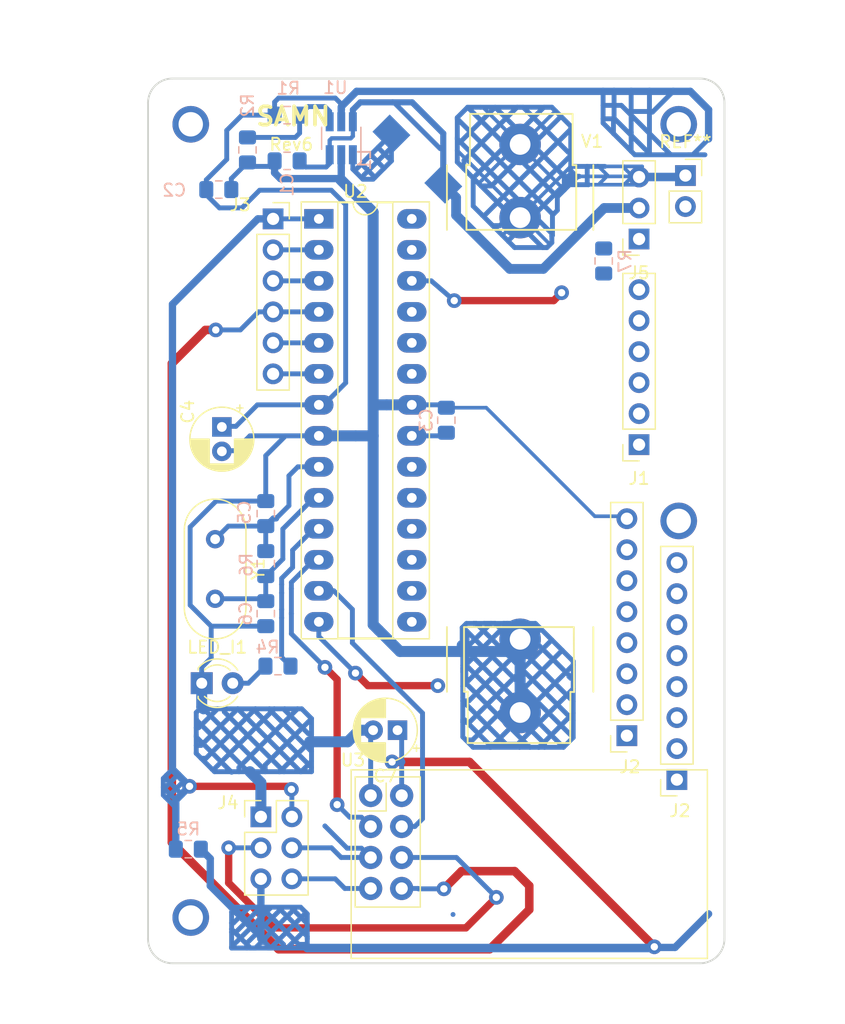
<source format=kicad_pcb>
(kicad_pcb (version 20171130) (host pcbnew 5.0.2-bee76a0~70~ubuntu18.04.1)

  (general
    (thickness 1.6)
    (drawings 17)
    (tracks 686)
    (zones 0)
    (modules 27)
    (nets 33)
  )

  (page USLetter)
  (title_block
    (title Samn)
    (date 2018-11-23)
    (rev 6)
    (comment 1 "Sixth Board, Switched to track in filled zones")
  )

  (layers
    (0 F.Cu mixed)
    (31 B.Cu mixed)
    (32 B.Adhes user hide)
    (33 F.Adhes user hide)
    (34 B.Paste user)
    (35 F.Paste user)
    (36 B.SilkS user)
    (37 F.SilkS user)
    (38 B.Mask user)
    (39 F.Mask user)
    (40 Dwgs.User user)
    (41 Cmts.User user)
    (42 Eco1.User user hide)
    (43 Eco2.User user hide)
    (44 Edge.Cuts user)
    (45 Margin user)
    (46 B.CrtYd user)
    (47 F.CrtYd user)
    (48 B.Fab user)
    (49 F.Fab user)
  )

  (setup
    (last_trace_width 0.3)
    (trace_clearance 0.3)
    (zone_clearance 0.508)
    (zone_45_only yes)
    (trace_min 0.2)
    (segment_width 0.15)
    (edge_width 0.15)
    (via_size 1.2)
    (via_drill 0.6)
    (via_min_size 0.9)
    (via_min_drill 0.6)
    (uvia_size 0.3)
    (uvia_drill 0.1)
    (uvias_allowed no)
    (uvia_min_size 0.2)
    (uvia_min_drill 0.1)
    (pcb_text_width 0.3)
    (pcb_text_size 1.5 1.5)
    (mod_edge_width 0.15)
    (mod_text_size 1 1)
    (mod_text_width 0.15)
    (pad_size 1.524 1.524)
    (pad_drill 0.762)
    (pad_to_mask_clearance 0.051)
    (solder_mask_min_width 0.25)
    (aux_axis_origin 50.8 14.986)
    (visible_elements FFFFFF7F)
    (pcbplotparams
      (layerselection 0x010fc_ffffffff)
      (usegerberextensions true)
      (usegerberattributes false)
      (usegerberadvancedattributes false)
      (creategerberjobfile false)
      (excludeedgelayer true)
      (linewidth 0.100000)
      (plotframeref false)
      (viasonmask false)
      (mode 1)
      (useauxorigin false)
      (hpglpennumber 1)
      (hpglpenspeed 20)
      (hpglpendiameter 15.000000)
      (psnegative false)
      (psa4output false)
      (plotreference true)
      (plotvalue true)
      (plotinvisibletext false)
      (padsonsilk false)
      (subtractmaskfromsilk false)
      (outputformat 1)
      (mirror false)
      (drillshape 0)
      (scaleselection 1)
      (outputdirectory "gerber6"))
  )

  (net 0 "")
  (net 1 "Net-(C5-Pad1)")
  (net 2 "Net-(C6-Pad1)")
  (net 3 Reset)
  (net 4 +3V3)
  (net 5 "Net-(R1-Pad2)")
  (net 6 GND)
  (net 7 "Net-(R4-Pad2)")
  (net 8 "Net-(U2-Pad12)")
  (net 9 "Net-(U2-Pad13)")
  (net 10 SCK)
  (net 11 MOSI)
  (net 12 MISO)
  (net 13 "Net-(L1-Pad2)")
  (net 14 +1V5)
  (net 15 "Net-(J2-Pad2)")
  (net 16 "Net-(J3-Pad2)")
  (net 17 "Net-(J2-Pad3)")
  (net 18 "Net-(J3-Pad3)")
  (net 19 "Net-(J3-Pad4)")
  (net 20 "Net-(J3-Pad5)")
  (net 21 "Net-(J3-Pad6)")
  (net 22 "Net-(C3-Pad2)")
  (net 23 "Net-(J1-Pad1)")
  (net 24 "Net-(J1-Pad2)")
  (net 25 "Net-(J1-Pad3)")
  (net 26 "Net-(J1-Pad4)")
  (net 27 "Net-(J1-Pad5)")
  (net 28 "Net-(J2-Pad1)")
  (net 29 "Net-(J1-Pad6)")
  (net 30 "Net-(LED_I1-Pad2)")
  (net 31 "Net-(R7-Pad1)")
  (net 32 "Net-(J5-Pad3)")

  (net_class Default "This is the default net class."
    (clearance 0.3)
    (trace_width 0.3)
    (via_dia 1.2)
    (via_drill 0.6)
    (uvia_dia 0.3)
    (uvia_drill 0.1)
    (diff_pair_gap 0.25)
    (diff_pair_width 0.4)
    (add_net +1V5)
    (add_net +3V3)
    (add_net GND)
    (add_net MISO)
    (add_net MOSI)
    (add_net "Net-(C3-Pad2)")
    (add_net "Net-(C5-Pad1)")
    (add_net "Net-(C6-Pad1)")
    (add_net "Net-(J1-Pad1)")
    (add_net "Net-(J1-Pad2)")
    (add_net "Net-(J1-Pad3)")
    (add_net "Net-(J1-Pad4)")
    (add_net "Net-(J1-Pad5)")
    (add_net "Net-(J1-Pad6)")
    (add_net "Net-(J2-Pad1)")
    (add_net "Net-(J2-Pad2)")
    (add_net "Net-(J2-Pad3)")
    (add_net "Net-(J3-Pad2)")
    (add_net "Net-(J3-Pad3)")
    (add_net "Net-(J3-Pad4)")
    (add_net "Net-(J3-Pad5)")
    (add_net "Net-(J3-Pad6)")
    (add_net "Net-(J5-Pad3)")
    (add_net "Net-(L1-Pad2)")
    (add_net "Net-(LED_I1-Pad2)")
    (add_net "Net-(R1-Pad2)")
    (add_net "Net-(R4-Pad2)")
    (add_net "Net-(R7-Pad1)")
    (add_net "Net-(U2-Pad12)")
    (add_net "Net-(U2-Pad13)")
    (add_net Reset)
    (add_net SCK)
  )

  (module common:nRF24L01_Breakout_mine (layer F.Cu) (tedit 5BE095CD) (tstamp 5BED37A0)
    (at 38.25 77.5)
    (descr "nRF24L01 breakout board")
    (tags "nRF24L01 adapter breakout")
    (path /5BD69B17)
    (fp_text reference U3 (at -1.45 -2.9) (layer F.SilkS)
      (effects (font (size 1 1) (thickness 0.15)))
    )
    (fp_text value NRF24L01_Breakout (at 13 5) (layer F.Fab)
      (effects (font (size 1 1) (thickness 0.15)))
    )
    (fp_line (start -1.5 -2) (end 27.5 -2) (layer F.Fab) (width 0.1))
    (fp_line (start 27.5 -2) (end 27.5 13.25) (layer F.Fab) (width 0.1))
    (fp_line (start 27.5 13.25) (end -1.5 13.25) (layer F.Fab) (width 0.1))
    (fp_line (start -1.5 13.25) (end -1.5 -2) (layer F.Fab) (width 0.1))
    (fp_line (start -1.5 -2) (end -1.5 -2) (layer F.Fab) (width 0.1))
    (fp_line (start -1.27 -1.27) (end 3.81 -1.27) (layer F.Fab) (width 0.1))
    (fp_line (start 3.81 -1.27) (end 3.81 8.89) (layer F.Fab) (width 0.1))
    (fp_line (start 3.81 8.89) (end -1.27 8.89) (layer F.Fab) (width 0.1))
    (fp_line (start -1.27 8.89) (end -1.27 -1.27) (layer F.Fab) (width 0.1))
    (fp_line (start -1.27 -1.27) (end -1.27 -1.27) (layer F.Fab) (width 0.1))
    (fp_line (start -1.27 -1.524) (end 4.064 -1.524) (layer F.SilkS) (width 0.12))
    (fp_line (start 4.064 -1.524) (end 4.064 9.144) (layer F.SilkS) (width 0.12))
    (fp_line (start 4.064 9.144) (end -1.27 9.144) (layer F.SilkS) (width 0.12))
    (fp_line (start -1.27 9.144) (end -1.27 9.144) (layer F.SilkS) (width 0.12))
    (fp_line (start 1.27 -1.016) (end 1.27 1.27) (layer F.SilkS) (width 0.12))
    (fp_line (start 1.27 1.27) (end -1.016 1.27) (layer F.SilkS) (width 0.12))
    (fp_line (start -1.016 1.27) (end -1.016 1.27) (layer F.SilkS) (width 0.12))
    (fp_line (start -1.6 -2.1) (end 27.6 -2.1) (layer F.SilkS) (width 0.12))
    (fp_line (start 27.6 -2.1) (end 27.6 13.35) (layer F.SilkS) (width 0.12))
    (fp_line (start 27.6 13.35) (end -1.6 13.35) (layer F.SilkS) (width 0.12))
    (fp_line (start -1.6 13.35) (end -1.6 -2.1) (layer F.SilkS) (width 0.12))
    (fp_line (start -1.6 -2.1) (end -1.6 -2.1) (layer F.SilkS) (width 0.12))
    (fp_line (start -1.27 9.144) (end -1.27 -1.524) (layer F.SilkS) (width 0.12))
    (fp_line (start -1.27 -1.524) (end -1.27 -1.524) (layer F.SilkS) (width 0.12))
    (fp_line (start 27.75 -2.25) (end -1.75 -2.25) (layer F.CrtYd) (width 0.05))
    (fp_line (start -1.75 -2.25) (end -1.75 13.5) (layer F.CrtYd) (width 0.05))
    (fp_line (start -1.75 13.5) (end 27.75 13.5) (layer F.CrtYd) (width 0.05))
    (fp_line (start 27.75 13.5) (end 27.75 -2.25) (layer F.CrtYd) (width 0.05))
    (fp_line (start 27.75 -2.25) (end 27.75 -2.25) (layer F.CrtYd) (width 0.05))
    (fp_text user %R (at 12.5 2.5) (layer F.Fab)
      (effects (font (size 1 1) (thickness 0.15)))
    )
    (pad 1 thru_hole circle (at 0 0) (size 1.9 1.9) (drill 1) (layers *.Cu *.Mask)
      (net 6 GND))
    (pad 2 thru_hole circle (at 2.54 0) (size 1.9 1.9) (drill 1) (layers *.Cu *.Mask)
      (net 4 +3V3))
    (pad 3 thru_hole circle (at 0 2.54) (size 1.9 1.9) (drill 1) (layers *.Cu *.Mask)
      (net 8 "Net-(U2-Pad12)"))
    (pad 4 thru_hole circle (at 2.54 2.54) (size 1.9 1.9) (drill 1) (layers *.Cu *.Mask)
      (net 9 "Net-(U2-Pad13)"))
    (pad 5 thru_hole circle (at 0 5.08) (size 1.9 1.9) (drill 1) (layers *.Cu *.Mask)
      (net 10 SCK))
    (pad 6 thru_hole circle (at 2.54 5.08) (size 1.9 1.9) (drill 1) (layers *.Cu *.Mask)
      (net 11 MOSI))
    (pad 7 thru_hole circle (at 0 7.62) (size 1.9 1.9) (drill 1) (layers *.Cu *.Mask)
      (net 12 MISO))
    (pad 8 thru_hole circle (at 2.54 7.62) (size 1.9 1.9) (drill 1) (layers *.Cu *.Mask)
      (net 19 "Net-(J3-Pad4)"))
    (model ${KISYS3DMOD}/RF_Module.3dshapes/nRF24L01_Breakout.wrl
      (at (xyz 0 0 0))
      (scale (xyz 1 1 1))
      (rotate (xyz 0 0 0))
    )
  )

  (module Connector_PinSocket_2.54mm:PinSocket_1x08_P2.54mm_Vertical (layer F.Cu) (tedit 5A19A420) (tstamp 5C2C3A44)
    (at 63.35 76.2 180)
    (descr "Through hole straight socket strip, 1x08, 2.54mm pitch, single row (from Kicad 4.0.7), script generated")
    (tags "Through hole socket strip THT 1x08 2.54mm single row")
    (path /5BE4477C)
    (fp_text reference J2 (at -0.25 -2.55 180) (layer F.SilkS)
      (effects (font (size 1 1) (thickness 0.15)))
    )
    (fp_text value Conn_01x08_Female (at 0 -2.55 180) (layer F.Fab)
      (effects (font (size 1 1) (thickness 0.15)))
    )
    (fp_text user %R (at 0 8.89 270) (layer F.Fab)
      (effects (font (size 1 1) (thickness 0.15)))
    )
    (fp_line (start -1.8 19.55) (end -1.8 -1.8) (layer F.CrtYd) (width 0.05))
    (fp_line (start 1.75 19.55) (end -1.8 19.55) (layer F.CrtYd) (width 0.05))
    (fp_line (start 1.75 -1.8) (end 1.75 19.55) (layer F.CrtYd) (width 0.05))
    (fp_line (start -1.8 -1.8) (end 1.75 -1.8) (layer F.CrtYd) (width 0.05))
    (fp_line (start 0 -1.33) (end 1.33 -1.33) (layer F.SilkS) (width 0.12))
    (fp_line (start 1.33 -1.33) (end 1.33 0) (layer F.SilkS) (width 0.12))
    (fp_line (start 1.33 1.27) (end 1.33 19.11) (layer F.SilkS) (width 0.12))
    (fp_line (start -1.33 19.11) (end 1.33 19.11) (layer F.SilkS) (width 0.12))
    (fp_line (start -1.33 1.27) (end -1.33 19.11) (layer F.SilkS) (width 0.12))
    (fp_line (start -1.33 1.27) (end 1.33 1.27) (layer F.SilkS) (width 0.12))
    (fp_line (start -1.27 19.05) (end -1.27 -1.27) (layer F.Fab) (width 0.1))
    (fp_line (start 1.27 19.05) (end -1.27 19.05) (layer F.Fab) (width 0.1))
    (fp_line (start 1.27 -0.635) (end 1.27 19.05) (layer F.Fab) (width 0.1))
    (fp_line (start 0.635 -1.27) (end 1.27 -0.635) (layer F.Fab) (width 0.1))
    (fp_line (start -1.27 -1.27) (end 0.635 -1.27) (layer F.Fab) (width 0.1))
    (pad 8 thru_hole oval (at 0 17.78 180) (size 1.7 1.7) (drill 1) (layers *.Cu *.Mask))
    (pad 7 thru_hole oval (at 0 15.24 180) (size 1.7 1.7) (drill 1) (layers *.Cu *.Mask))
    (pad 6 thru_hole oval (at 0 12.7 180) (size 1.7 1.7) (drill 1) (layers *.Cu *.Mask))
    (pad 5 thru_hole oval (at 0 10.16 180) (size 1.7 1.7) (drill 1) (layers *.Cu *.Mask))
    (pad 4 thru_hole oval (at 0 7.62 180) (size 1.7 1.7) (drill 1) (layers *.Cu *.Mask))
    (pad 3 thru_hole oval (at 0 5.08 180) (size 1.7 1.7) (drill 1) (layers *.Cu *.Mask))
    (pad 2 thru_hole oval (at 0 2.54 180) (size 1.7 1.7) (drill 1) (layers *.Cu *.Mask))
    (pad 1 thru_hole rect (at 0 0 180) (size 1.7 1.7) (drill 1) (layers *.Cu *.Mask))
    (model ${KISYS3DMOD}/Connector_PinSocket_2.54mm.3dshapes/PinSocket_1x08_P2.54mm_Vertical.wrl
      (at (xyz 0 0 0))
      (scale (xyz 1 1 1))
      (rotate (xyz 0 0 0))
    )
  )

  (module Connector_PinSocket_2.54mm:PinSocket_1x06_P2.54mm_Vertical (layer F.Cu) (tedit 5A19A430) (tstamp 5BE96019)
    (at 60.25 48.75 180)
    (descr "Through hole straight socket strip, 1x06, 2.54mm pitch, single row (from Kicad 4.0.7), script generated")
    (tags "Through hole socket strip THT 1x06 2.54mm single row")
    (path /5BD858C1)
    (fp_text reference J1 (at 0 -2.77 180) (layer F.SilkS)
      (effects (font (size 1 1) (thickness 0.15)))
    )
    (fp_text value Conn_01x06_Female (at 0 -2.65 180) (layer F.Fab)
      (effects (font (size 1 1) (thickness 0.15)))
    )
    (fp_line (start -1.27 -1.27) (end 0.635 -1.27) (layer F.Fab) (width 0.1))
    (fp_line (start 0.635 -1.27) (end 1.27 -0.635) (layer F.Fab) (width 0.1))
    (fp_line (start 1.27 -0.635) (end 1.27 13.97) (layer F.Fab) (width 0.1))
    (fp_line (start 1.27 13.97) (end -1.27 13.97) (layer F.Fab) (width 0.1))
    (fp_line (start -1.27 13.97) (end -1.27 -1.27) (layer F.Fab) (width 0.1))
    (fp_line (start -1.33 1.27) (end 1.33 1.27) (layer F.SilkS) (width 0.12))
    (fp_line (start -1.33 1.27) (end -1.33 14.03) (layer F.SilkS) (width 0.12))
    (fp_line (start -1.33 14.03) (end 1.33 14.03) (layer F.SilkS) (width 0.12))
    (fp_line (start 1.33 1.27) (end 1.33 14.03) (layer F.SilkS) (width 0.12))
    (fp_line (start 1.33 -1.33) (end 1.33 0) (layer F.SilkS) (width 0.12))
    (fp_line (start 0 -1.33) (end 1.33 -1.33) (layer F.SilkS) (width 0.12))
    (fp_line (start -1.8 -1.8) (end 1.75 -1.8) (layer F.CrtYd) (width 0.05))
    (fp_line (start 1.75 -1.8) (end 1.75 14.45) (layer F.CrtYd) (width 0.05))
    (fp_line (start 1.75 14.45) (end -1.8 14.45) (layer F.CrtYd) (width 0.05))
    (fp_line (start -1.8 14.45) (end -1.8 -1.8) (layer F.CrtYd) (width 0.05))
    (fp_text user %R (at 0 6.35 270) (layer F.Fab)
      (effects (font (size 1 1) (thickness 0.15)))
    )
    (pad 1 thru_hole rect (at 0 0 180) (size 1.7 1.7) (drill 1) (layers *.Cu *.Mask)
      (net 23 "Net-(J1-Pad1)"))
    (pad 2 thru_hole oval (at 0 2.54 180) (size 1.7 1.7) (drill 1) (layers *.Cu *.Mask)
      (net 24 "Net-(J1-Pad2)"))
    (pad 3 thru_hole oval (at 0 5.08 180) (size 1.7 1.7) (drill 1) (layers *.Cu *.Mask)
      (net 25 "Net-(J1-Pad3)"))
    (pad 4 thru_hole oval (at 0 7.62 180) (size 1.7 1.7) (drill 1) (layers *.Cu *.Mask)
      (net 26 "Net-(J1-Pad4)"))
    (pad 5 thru_hole oval (at 0 10.16 180) (size 1.7 1.7) (drill 1) (layers *.Cu *.Mask)
      (net 27 "Net-(J1-Pad5)"))
    (pad 6 thru_hole oval (at 0 12.7 180) (size 1.7 1.7) (drill 1) (layers *.Cu *.Mask)
      (net 29 "Net-(J1-Pad6)"))
    (model ${KISYS3DMOD}/Connector_PinSocket_2.54mm.3dshapes/PinSocket_1x06_P2.54mm_Vertical.wrl
      (at (xyz 0 0 0))
      (scale (xyz 1 1 1))
      (rotate (xyz 0 0 0))
    )
  )

  (module Connector_PinSocket_2.54mm:PinSocket_1x03_P2.54mm_Vertical (layer F.Cu) (tedit 5A19A429) (tstamp 5C1E9425)
    (at 60.25 31.9 180)
    (descr "Through hole straight socket strip, 1x03, 2.54mm pitch, single row (from Kicad 4.0.7), script generated")
    (tags "Through hole socket strip THT 1x03 2.54mm single row")
    (path /5BF8A063)
    (fp_text reference J5 (at 0 -2.77 180) (layer F.SilkS)
      (effects (font (size 1 1) (thickness 0.15)))
    )
    (fp_text value Conn_01x03 (at 0 7.85 180) (layer F.Fab)
      (effects (font (size 1 1) (thickness 0.15)))
    )
    (fp_text user %R (at 0 2.54 270) (layer F.Fab)
      (effects (font (size 1 1) (thickness 0.15)))
    )
    (fp_line (start -1.8 6.85) (end -1.8 -1.8) (layer F.CrtYd) (width 0.05))
    (fp_line (start 1.75 6.85) (end -1.8 6.85) (layer F.CrtYd) (width 0.05))
    (fp_line (start 1.75 -1.8) (end 1.75 6.85) (layer F.CrtYd) (width 0.05))
    (fp_line (start -1.8 -1.8) (end 1.75 -1.8) (layer F.CrtYd) (width 0.05))
    (fp_line (start 0 -1.33) (end 1.33 -1.33) (layer F.SilkS) (width 0.12))
    (fp_line (start 1.33 -1.33) (end 1.33 0) (layer F.SilkS) (width 0.12))
    (fp_line (start 1.33 1.27) (end 1.33 6.41) (layer F.SilkS) (width 0.12))
    (fp_line (start -1.33 6.41) (end 1.33 6.41) (layer F.SilkS) (width 0.12))
    (fp_line (start -1.33 1.27) (end -1.33 6.41) (layer F.SilkS) (width 0.12))
    (fp_line (start -1.33 1.27) (end 1.33 1.27) (layer F.SilkS) (width 0.12))
    (fp_line (start -1.27 6.35) (end -1.27 -1.27) (layer F.Fab) (width 0.1))
    (fp_line (start 1.27 6.35) (end -1.27 6.35) (layer F.Fab) (width 0.1))
    (fp_line (start 1.27 -0.635) (end 1.27 6.35) (layer F.Fab) (width 0.1))
    (fp_line (start 0.635 -1.27) (end 1.27 -0.635) (layer F.Fab) (width 0.1))
    (fp_line (start -1.27 -1.27) (end 0.635 -1.27) (layer F.Fab) (width 0.1))
    (pad 3 thru_hole oval (at 0 5.08 180) (size 1.7 1.7) (drill 1) (layers *.Cu *.Mask)
      (net 32 "Net-(J5-Pad3)"))
    (pad 2 thru_hole oval (at 0 2.54 180) (size 1.7 1.7) (drill 1) (layers *.Cu *.Mask)
      (net 14 +1V5))
    (pad 1 thru_hole rect (at 0 0 180) (size 1.7 1.7) (drill 1) (layers *.Cu *.Mask)
      (net 6 GND))
    (model ${KISYS3DMOD}/Connector_PinSocket_2.54mm.3dshapes/PinSocket_1x03_P2.54mm_Vertical.wrl
      (at (xyz 0 0 0))
      (scale (xyz 1 1 1))
      (rotate (xyz 0 0 0))
    )
  )

  (module common:SWRH3D16R-4R7NT (layer B.Cu) (tedit 5BF85450) (tstamp 5C0B0452)
    (at 42.15 25.35 90)
    (path /5BD4B1D3)
    (fp_text reference L1 (at -0.05 -4.4 90) (layer B.SilkS)
      (effects (font (size 1 1) (thickness 0.15)) (justify mirror))
    )
    (fp_text value 4.7uH (at 3.4 -0.1 180) (layer B.Fab)
      (effects (font (size 1 1) (thickness 0.15)) (justify mirror))
    )
    (fp_line (start -2.35 2.35) (end 1.6 2.35) (layer B.Fab) (width 0.07))
    (fp_line (start 2.35 1.6) (end 2.35 -2.35) (layer B.Fab) (width 0.07))
    (fp_line (start 2.35 -2.35) (end -2.35 -2.35) (layer B.Fab) (width 0.07))
    (fp_line (start -2.35 -2.35) (end -2.35 2.35) (layer B.Fab) (width 0.07))
    (fp_line (start 1.6 2.35) (end 2.35 1.6) (layer B.Fab) (width 0.07))
    (pad 1 smd rect (at -2.1 2.05 45) (size 2 2.4) (layers B.Cu B.Paste B.Mask)
      (net 14 +1V5))
    (pad 2 smd rect (at 2.1 -2.2 45) (size 2 2.4) (layers B.Cu B.Paste B.Mask)
      (net 13 "Net-(L1-Pad2)"))
  )

  (module Connector_PinHeader_2.54mm:PinHeader_2x03_P2.54mm_Vertical (layer F.Cu) (tedit 59FED5CC) (tstamp 5BED150B)
    (at 29.25 79.25)
    (descr "Through hole straight pin header, 2x03, 2.54mm pitch, double rows")
    (tags "Through hole pin header THT 2x03 2.54mm double row")
    (path /5BE1E6A7)
    (fp_text reference J4 (at -2.7 -1.15) (layer F.SilkS)
      (effects (font (size 1 1) (thickness 0.15)))
    )
    (fp_text value Conn_02x03_Male_ICSP (at 1.27 7.41) (layer F.Fab)
      (effects (font (size 1 1) (thickness 0.15)))
    )
    (fp_text user %R (at 1.27 2.54 90) (layer F.Fab)
      (effects (font (size 1 1) (thickness 0.15)))
    )
    (fp_line (start 4.35 -1.8) (end -1.8 -1.8) (layer F.CrtYd) (width 0.05))
    (fp_line (start 4.35 6.85) (end 4.35 -1.8) (layer F.CrtYd) (width 0.05))
    (fp_line (start -1.8 6.85) (end 4.35 6.85) (layer F.CrtYd) (width 0.05))
    (fp_line (start -1.8 -1.8) (end -1.8 6.85) (layer F.CrtYd) (width 0.05))
    (fp_line (start -1.33 -1.33) (end 0 -1.33) (layer F.SilkS) (width 0.12))
    (fp_line (start -1.33 0) (end -1.33 -1.33) (layer F.SilkS) (width 0.12))
    (fp_line (start 1.27 -1.33) (end 3.87 -1.33) (layer F.SilkS) (width 0.12))
    (fp_line (start 1.27 1.27) (end 1.27 -1.33) (layer F.SilkS) (width 0.12))
    (fp_line (start -1.33 1.27) (end 1.27 1.27) (layer F.SilkS) (width 0.12))
    (fp_line (start 3.87 -1.33) (end 3.87 6.41) (layer F.SilkS) (width 0.12))
    (fp_line (start -1.33 1.27) (end -1.33 6.41) (layer F.SilkS) (width 0.12))
    (fp_line (start -1.33 6.41) (end 3.87 6.41) (layer F.SilkS) (width 0.12))
    (fp_line (start -1.27 0) (end 0 -1.27) (layer F.Fab) (width 0.1))
    (fp_line (start -1.27 6.35) (end -1.27 0) (layer F.Fab) (width 0.1))
    (fp_line (start 3.81 6.35) (end -1.27 6.35) (layer F.Fab) (width 0.1))
    (fp_line (start 3.81 -1.27) (end 3.81 6.35) (layer F.Fab) (width 0.1))
    (fp_line (start 0 -1.27) (end 3.81 -1.27) (layer F.Fab) (width 0.1))
    (pad 6 thru_hole oval (at 2.54 5.08) (size 1.7 1.7) (drill 1) (layers *.Cu *.Mask)
      (net 12 MISO))
    (pad 5 thru_hole oval (at 0 5.08) (size 1.7 1.7) (drill 1) (layers *.Cu *.Mask)
      (net 4 +3V3))
    (pad 4 thru_hole oval (at 2.54 2.54) (size 1.7 1.7) (drill 1) (layers *.Cu *.Mask)
      (net 10 SCK))
    (pad 3 thru_hole oval (at 0 2.54) (size 1.7 1.7) (drill 1) (layers *.Cu *.Mask)
      (net 11 MOSI))
    (pad 2 thru_hole oval (at 2.54 0) (size 1.7 1.7) (drill 1) (layers *.Cu *.Mask)
      (net 3 Reset))
    (pad 1 thru_hole rect (at 0 0) (size 1.7 1.7) (drill 1) (layers *.Cu *.Mask)
      (net 6 GND))
    (model ${KISYS3DMOD}/Connector_PinHeader_2.54mm.3dshapes/PinHeader_2x03_P2.54mm_Vertical.wrl
      (at (xyz 0 0 0))
      (scale (xyz 1 1 1))
      (rotate (xyz 0 0 0))
    )
  )

  (module Resistor_SMD:R_0805_2012Metric_Pad1.15x1.40mm_HandSolder (layer B.Cu) (tedit 5B36C52B) (tstamp 5BDF1D87)
    (at 57.35 33.7 90)
    (descr "Resistor SMD 0805 (2012 Metric), square (rectangular) end terminal, IPC_7351 nominal with elongated pad for handsoldering. (Body size source: https://docs.google.com/spreadsheets/d/1BsfQQcO9C6DZCsRaXUlFlo91Tg2WpOkGARC1WS5S8t0/edit?usp=sharing), generated with kicad-footprint-generator")
    (tags "resistor handsolder")
    (path /5BE15B39)
    (attr smd)
    (fp_text reference R7 (at 0 1.75 90) (layer B.SilkS)
      (effects (font (size 1 1) (thickness 0.15)) (justify mirror))
    )
    (fp_text value 10k (at 0 -1.65 90) (layer B.Fab)
      (effects (font (size 1 1) (thickness 0.15)) (justify mirror))
    )
    (fp_line (start -1 -0.6) (end -1 0.6) (layer B.Fab) (width 0.1))
    (fp_line (start -1 0.6) (end 1 0.6) (layer B.Fab) (width 0.1))
    (fp_line (start 1 0.6) (end 1 -0.6) (layer B.Fab) (width 0.1))
    (fp_line (start 1 -0.6) (end -1 -0.6) (layer B.Fab) (width 0.1))
    (fp_line (start -0.261252 0.71) (end 0.261252 0.71) (layer B.SilkS) (width 0.12))
    (fp_line (start -0.261252 -0.71) (end 0.261252 -0.71) (layer B.SilkS) (width 0.12))
    (fp_line (start -1.85 -0.95) (end -1.85 0.95) (layer B.CrtYd) (width 0.05))
    (fp_line (start -1.85 0.95) (end 1.85 0.95) (layer B.CrtYd) (width 0.05))
    (fp_line (start 1.85 0.95) (end 1.85 -0.95) (layer B.CrtYd) (width 0.05))
    (fp_line (start 1.85 -0.95) (end -1.85 -0.95) (layer B.CrtYd) (width 0.05))
    (fp_text user %R (at 0 0 90) (layer B.Fab)
      (effects (font (size 0.5 0.5) (thickness 0.08)) (justify mirror))
    )
    (pad 1 smd roundrect (at -1.025 0 90) (size 1.15 1.4) (layers B.Cu B.Paste B.Mask) (roundrect_rratio 0.217391)
      (net 31 "Net-(R7-Pad1)"))
    (pad 2 smd roundrect (at 1.025 0 90) (size 1.15 1.4) (layers B.Cu B.Paste B.Mask) (roundrect_rratio 0.217391)
      (net 14 +1V5))
    (model ${KISYS3DMOD}/Resistor_SMD.3dshapes/R_0805_2012Metric.wrl
      (at (xyz 0 0 0))
      (scale (xyz 1 1 1))
      (rotate (xyz 0 0 0))
    )
  )

  (module LED_THT:LED_D3.0mm_FlatTop (layer F.Cu) (tedit 5880A862) (tstamp 5BE95C7C)
    (at 24.4 68.3)
    (descr "LED, Round, FlatTop, diameter 3.0mm, 2 pins, http://www.kingbright.com/attachments/file/psearch/000/00/00/L-47XEC(Ver.9A).pdf")
    (tags "LED Round FlatTop diameter 3.0mm 2 pins")
    (path /5BE01761)
    (fp_text reference LED_I1 (at 1.27 -2.95) (layer F.SilkS)
      (effects (font (size 1 1) (thickness 0.15)))
    )
    (fp_text value "2V 20mA" (at 1.27 2.96) (layer F.Fab)
      (effects (font (size 1 1) (thickness 0.15)))
    )
    (fp_line (start 3.7 -2.25) (end -1.15 -2.25) (layer F.CrtYd) (width 0.05))
    (fp_line (start 3.7 2.25) (end 3.7 -2.25) (layer F.CrtYd) (width 0.05))
    (fp_line (start -1.15 2.25) (end 3.7 2.25) (layer F.CrtYd) (width 0.05))
    (fp_line (start -1.15 -2.25) (end -1.15 2.25) (layer F.CrtYd) (width 0.05))
    (fp_line (start -0.29 1.08) (end -0.29 1.236) (layer F.SilkS) (width 0.12))
    (fp_line (start -0.29 -1.236) (end -0.29 -1.08) (layer F.SilkS) (width 0.12))
    (fp_line (start -0.23 -1.16619) (end -0.23 1.16619) (layer F.Fab) (width 0.1))
    (fp_circle (center 1.27 0) (end 2.77 0) (layer F.Fab) (width 0.1))
    (fp_arc (start 1.27 0) (end 0.229039 1.08) (angle -87.9) (layer F.SilkS) (width 0.12))
    (fp_arc (start 1.27 0) (end 0.229039 -1.08) (angle 87.9) (layer F.SilkS) (width 0.12))
    (fp_arc (start 1.27 0) (end -0.29 1.235516) (angle -108.8) (layer F.SilkS) (width 0.12))
    (fp_arc (start 1.27 0) (end -0.29 -1.235516) (angle 108.8) (layer F.SilkS) (width 0.12))
    (fp_arc (start 1.27 0) (end -0.23 -1.16619) (angle 284.3) (layer F.Fab) (width 0.1))
    (pad 2 thru_hole circle (at 2.54 0) (size 1.8 1.8) (drill 0.9) (layers *.Cu *.Mask)
      (net 30 "Net-(LED_I1-Pad2)"))
    (pad 1 thru_hole rect (at 0 0) (size 1.8 1.8) (drill 0.9) (layers *.Cu *.Mask)
      (net 6 GND))
    (model ${KISYS3DMOD}/LED_THT.3dshapes/LED_D3.0mm_FlatTop.wrl
      (at (xyz 0 0 0))
      (scale (xyz 1 1 1))
      (rotate (xyz 0 0 0))
    )
  )

  (module common:AA_Holder (layer F.Cu) (tedit 5BEC417A) (tstamp 5BE95BE3)
    (at 50.5 24.15)
    (path /5BE78B98)
    (fp_text reference V1 (at 5.9 -0.25) (layer F.SilkS)
      (effects (font (size 1 1) (thickness 0.15)))
    )
    (fp_text value AA (at 0 -3.5) (layer F.Fab)
      (effects (font (size 1 1) (thickness 0.15)))
    )
    (fp_line (start 6 44.85) (end 6 39.55) (layer F.SilkS) (width 0.15))
    (fp_line (start -6 44.85) (end -6 39.55) (layer F.SilkS) (width 0.15))
    (fp_line (start -6 7) (end -6 1.7) (layer F.SilkS) (width 0.15))
    (fp_line (start 4.6 7) (end 4.6 1.7) (layer F.SilkS) (width 0.15))
    (fp_line (start 4.4 39.55) (end -4.6 39.55) (layer F.SilkS) (width 0.15))
    (fp_line (start -4.6 39.55) (end -4.6 44.85) (layer F.SilkS) (width 0.15))
    (fp_line (start 4.121494 44.86694) (end 4.1 49.05) (layer F.SilkS) (width 0.15))
    (fp_line (start -4.3 44.85) (end -4.3 49.05) (layer F.SilkS) (width 0.15))
    (fp_line (start 4.4 39.55) (end 4.421494 44.86694) (layer F.SilkS) (width 0.15))
    (fp_line (start -4.6 44.85) (end -4.3 44.85) (layer F.SilkS) (width 0.15))
    (fp_line (start -4.3 49.05) (end 4.1 49.05) (layer F.SilkS) (width 0.15))
    (fp_line (start 4.421494 44.86694) (end 4.121494 44.86694) (layer F.SilkS) (width 0.15))
    (fp_line (start -4.4 7) (end -4.421494 1.68306) (layer F.SilkS) (width 0.15))
    (fp_line (start -4.421494 1.68306) (end -4.121494 1.68306) (layer F.SilkS) (width 0.15))
    (fp_line (start -4.121494 1.68306) (end -4.1 -2.5) (layer F.SilkS) (width 0.15))
    (fp_line (start 4.3 -2.5) (end -4.1 -2.5) (layer F.SilkS) (width 0.15))
    (fp_line (start 4.3 1.7) (end 4.3 -2.5) (layer F.SilkS) (width 0.15))
    (fp_line (start 4.6 1.7) (end 4.3 1.7) (layer F.SilkS) (width 0.15))
    (fp_line (start 6 7) (end 6 1.7) (layer F.SilkS) (width 0.15))
    (fp_line (start -4.4 7) (end 4.6 7) (layer F.SilkS) (width 0.15))
    (pad 2 thru_hole circle (at 0 46.55 180) (size 3.4 3.4) (drill 1.7) (layers *.Cu *.Mask)
      (net 6 GND))
    (pad 2 thru_hole circle (at 0 40.55 180) (size 3.4 3.4) (drill 1.7) (layers *.Cu *.Mask)
      (net 6 GND))
    (pad 1 thru_hole circle (at 0 6) (size 3.4 3.4) (drill 1.7) (layers *.Cu *.Mask)
      (net 32 "Net-(J5-Pad3)"))
    (pad 1 thru_hole circle (at 0 0) (size 3.4 3.4) (drill 1.7) (layers *.Cu *.Mask)
      (net 32 "Net-(J5-Pad3)"))
  )

  (module Crystal:Crystal_HC49-4H_Vertical (layer F.Cu) (tedit 5A1AD3B7) (tstamp 5BE95CB6)
    (at 25.5 56.5 270)
    (descr "Crystal THT HC-49-4H http://5hertz.com/pdfs/04404_D.pdf")
    (tags "THT crystalHC-49-4H")
    (path /5BD3E59D)
    (fp_text reference Y1 (at 2.44 -3.525 270) (layer F.SilkS)
      (effects (font (size 1 1) (thickness 0.15)))
    )
    (fp_text value 8MHz (at 2.44 3.525 270) (layer F.Fab)
      (effects (font (size 1 1) (thickness 0.15)))
    )
    (fp_arc (start 5.64 0) (end 5.64 -2.525) (angle 180) (layer F.SilkS) (width 0.12))
    (fp_arc (start -0.76 0) (end -0.76 -2.525) (angle -180) (layer F.SilkS) (width 0.12))
    (fp_arc (start 5.44 0) (end 5.44 -2) (angle 180) (layer F.Fab) (width 0.1))
    (fp_arc (start -0.56 0) (end -0.56 -2) (angle -180) (layer F.Fab) (width 0.1))
    (fp_arc (start 5.64 0) (end 5.64 -2.325) (angle 180) (layer F.Fab) (width 0.1))
    (fp_arc (start -0.76 0) (end -0.76 -2.325) (angle -180) (layer F.Fab) (width 0.1))
    (fp_line (start 8.5 -2.8) (end -3.6 -2.8) (layer F.CrtYd) (width 0.05))
    (fp_line (start 8.5 2.8) (end 8.5 -2.8) (layer F.CrtYd) (width 0.05))
    (fp_line (start -3.6 2.8) (end 8.5 2.8) (layer F.CrtYd) (width 0.05))
    (fp_line (start -3.6 -2.8) (end -3.6 2.8) (layer F.CrtYd) (width 0.05))
    (fp_line (start -0.76 2.525) (end 5.64 2.525) (layer F.SilkS) (width 0.12))
    (fp_line (start -0.76 -2.525) (end 5.64 -2.525) (layer F.SilkS) (width 0.12))
    (fp_line (start -0.56 2) (end 5.44 2) (layer F.Fab) (width 0.1))
    (fp_line (start -0.56 -2) (end 5.44 -2) (layer F.Fab) (width 0.1))
    (fp_line (start -0.76 2.325) (end 5.64 2.325) (layer F.Fab) (width 0.1))
    (fp_line (start -0.76 -2.325) (end 5.64 -2.325) (layer F.Fab) (width 0.1))
    (fp_text user %R (at 2.44 0 270) (layer F.Fab)
      (effects (font (size 1 1) (thickness 0.15)))
    )
    (pad 2 thru_hole circle (at 4.88 0 270) (size 1.5 1.5) (drill 0.8) (layers *.Cu *.Mask)
      (net 2 "Net-(C6-Pad1)"))
    (pad 1 thru_hole circle (at 0 0 270) (size 1.5 1.5) (drill 0.8) (layers *.Cu *.Mask)
      (net 1 "Net-(C5-Pad1)"))
    (model ${KISYS3DMOD}/Crystal.3dshapes/Crystal_HC49-4H_Vertical.wrl
      (at (xyz 0 0 0))
      (scale (xyz 1 1 1))
      (rotate (xyz 0 0 0))
    )
  )

  (module Capacitor_SMD:C_0805_2012Metric_Pad1.15x1.40mm_HandSolder (layer B.Cu) (tedit 5B36C52B) (tstamp 5BE96289)
    (at 25.8 27.85 180)
    (descr "Capacitor SMD 0805 (2012 Metric), square (rectangular) end terminal, IPC_7351 nominal with elongated pad for handsoldering. (Body size source: https://docs.google.com/spreadsheets/d/1BsfQQcO9C6DZCsRaXUlFlo91Tg2WpOkGARC1WS5S8t0/edit?usp=sharing), generated with kicad-footprint-generator")
    (tags "capacitor handsolder")
    (path /5BD45B52)
    (attr smd)
    (fp_text reference C2 (at 3.65 -0.05 180) (layer B.SilkS)
      (effects (font (size 1 1) (thickness 0.15)) (justify mirror))
    )
    (fp_text value 10uF (at -0.2 -2.45 180) (layer B.Fab)
      (effects (font (size 1 1) (thickness 0.15)) (justify mirror))
    )
    (fp_text user %R (at 0 0 180) (layer B.Fab)
      (effects (font (size 0.5 0.5) (thickness 0.08)) (justify mirror))
    )
    (fp_line (start 1.85 -0.95) (end -1.85 -0.95) (layer B.CrtYd) (width 0.05))
    (fp_line (start 1.85 0.95) (end 1.85 -0.95) (layer B.CrtYd) (width 0.05))
    (fp_line (start -1.85 0.95) (end 1.85 0.95) (layer B.CrtYd) (width 0.05))
    (fp_line (start -1.85 -0.95) (end -1.85 0.95) (layer B.CrtYd) (width 0.05))
    (fp_line (start -0.261252 -0.71) (end 0.261252 -0.71) (layer B.SilkS) (width 0.12))
    (fp_line (start -0.261252 0.71) (end 0.261252 0.71) (layer B.SilkS) (width 0.12))
    (fp_line (start 1 -0.6) (end -1 -0.6) (layer B.Fab) (width 0.1))
    (fp_line (start 1 0.6) (end 1 -0.6) (layer B.Fab) (width 0.1))
    (fp_line (start -1 0.6) (end 1 0.6) (layer B.Fab) (width 0.1))
    (fp_line (start -1 -0.6) (end -1 0.6) (layer B.Fab) (width 0.1))
    (pad 2 smd roundrect (at 1.025 0 180) (size 1.15 1.4) (layers B.Cu B.Paste B.Mask) (roundrect_rratio 0.217391)
      (net 4 +3V3))
    (pad 1 smd roundrect (at -1.025 0 180) (size 1.15 1.4) (layers B.Cu B.Paste B.Mask) (roundrect_rratio 0.217391)
      (net 6 GND))
    (model ${KISYS3DMOD}/Capacitor_SMD.3dshapes/C_0805_2012Metric.wrl
      (at (xyz 0 0 0))
      (scale (xyz 1 1 1))
      (rotate (xyz 0 0 0))
    )
  )

  (module Capacitor_SMD:C_0805_2012Metric_Pad1.15x1.40mm_HandSolder (layer B.Cu) (tedit 5B36C52B) (tstamp 5BE95F8F)
    (at 44.45 46.75 270)
    (descr "Capacitor SMD 0805 (2012 Metric), square (rectangular) end terminal, IPC_7351 nominal with elongated pad for handsoldering. (Body size source: https://docs.google.com/spreadsheets/d/1BsfQQcO9C6DZCsRaXUlFlo91Tg2WpOkGARC1WS5S8t0/edit?usp=sharing), generated with kicad-footprint-generator")
    (tags "capacitor handsolder")
    (path /5BD3C106)
    (attr smd)
    (fp_text reference C3 (at 0 1.65 270) (layer B.SilkS)
      (effects (font (size 1 1) (thickness 0.15)) (justify mirror))
    )
    (fp_text value 22pF (at 0 -1.65 270) (layer B.Fab)
      (effects (font (size 1 1) (thickness 0.15)) (justify mirror))
    )
    (fp_text user %R (at 0 0 270) (layer B.Fab)
      (effects (font (size 0.5 0.5) (thickness 0.08)) (justify mirror))
    )
    (fp_line (start 1.85 -0.95) (end -1.85 -0.95) (layer B.CrtYd) (width 0.05))
    (fp_line (start 1.85 0.95) (end 1.85 -0.95) (layer B.CrtYd) (width 0.05))
    (fp_line (start -1.85 0.95) (end 1.85 0.95) (layer B.CrtYd) (width 0.05))
    (fp_line (start -1.85 -0.95) (end -1.85 0.95) (layer B.CrtYd) (width 0.05))
    (fp_line (start -0.261252 -0.71) (end 0.261252 -0.71) (layer B.SilkS) (width 0.12))
    (fp_line (start -0.261252 0.71) (end 0.261252 0.71) (layer B.SilkS) (width 0.12))
    (fp_line (start 1 -0.6) (end -1 -0.6) (layer B.Fab) (width 0.1))
    (fp_line (start 1 0.6) (end 1 -0.6) (layer B.Fab) (width 0.1))
    (fp_line (start -1 0.6) (end 1 0.6) (layer B.Fab) (width 0.1))
    (fp_line (start -1 -0.6) (end -1 0.6) (layer B.Fab) (width 0.1))
    (pad 2 smd roundrect (at 1.025 0 270) (size 1.15 1.4) (layers B.Cu B.Paste B.Mask) (roundrect_rratio 0.217391)
      (net 22 "Net-(C3-Pad2)"))
    (pad 1 smd roundrect (at -1.025 0 270) (size 1.15 1.4) (layers B.Cu B.Paste B.Mask) (roundrect_rratio 0.217391)
      (net 6 GND))
    (model ${KISYS3DMOD}/Capacitor_SMD.3dshapes/C_0805_2012Metric.wrl
      (at (xyz 0 0 0))
      (scale (xyz 1 1 1))
      (rotate (xyz 0 0 0))
    )
  )

  (module Capacitor_SMD:C_0805_2012Metric_Pad1.15x1.40mm_HandSolder (layer B.Cu) (tedit 5B36C52B) (tstamp 5BE9608B)
    (at 29.65 54.4 90)
    (descr "Capacitor SMD 0805 (2012 Metric), square (rectangular) end terminal, IPC_7351 nominal with elongated pad for handsoldering. (Body size source: https://docs.google.com/spreadsheets/d/1BsfQQcO9C6DZCsRaXUlFlo91Tg2WpOkGARC1WS5S8t0/edit?usp=sharing), generated with kicad-footprint-generator")
    (tags "capacitor handsolder")
    (path /5BD3D9C4)
    (attr smd)
    (fp_text reference C5 (at 0.1 -1.75 90) (layer B.SilkS)
      (effects (font (size 1 1) (thickness 0.15)) (justify mirror))
    )
    (fp_text value 22pF (at 0 -1.65 90) (layer B.Fab)
      (effects (font (size 1 1) (thickness 0.15)) (justify mirror))
    )
    (fp_text user %R (at 0 0 90) (layer B.Fab)
      (effects (font (size 0.5 0.5) (thickness 0.08)) (justify mirror))
    )
    (fp_line (start 1.85 -0.95) (end -1.85 -0.95) (layer B.CrtYd) (width 0.05))
    (fp_line (start 1.85 0.95) (end 1.85 -0.95) (layer B.CrtYd) (width 0.05))
    (fp_line (start -1.85 0.95) (end 1.85 0.95) (layer B.CrtYd) (width 0.05))
    (fp_line (start -1.85 -0.95) (end -1.85 0.95) (layer B.CrtYd) (width 0.05))
    (fp_line (start -0.261252 -0.71) (end 0.261252 -0.71) (layer B.SilkS) (width 0.12))
    (fp_line (start -0.261252 0.71) (end 0.261252 0.71) (layer B.SilkS) (width 0.12))
    (fp_line (start 1 -0.6) (end -1 -0.6) (layer B.Fab) (width 0.1))
    (fp_line (start 1 0.6) (end 1 -0.6) (layer B.Fab) (width 0.1))
    (fp_line (start -1 0.6) (end 1 0.6) (layer B.Fab) (width 0.1))
    (fp_line (start -1 -0.6) (end -1 0.6) (layer B.Fab) (width 0.1))
    (pad 2 smd roundrect (at 1.025 0 90) (size 1.15 1.4) (layers B.Cu B.Paste B.Mask) (roundrect_rratio 0.217391)
      (net 6 GND))
    (pad 1 smd roundrect (at -1.025 0 90) (size 1.15 1.4) (layers B.Cu B.Paste B.Mask) (roundrect_rratio 0.217391)
      (net 1 "Net-(C5-Pad1)"))
    (model ${KISYS3DMOD}/Capacitor_SMD.3dshapes/C_0805_2012Metric.wrl
      (at (xyz 0 0 0))
      (scale (xyz 1 1 1))
      (rotate (xyz 0 0 0))
    )
  )

  (module Capacitor_SMD:C_0805_2012Metric_Pad1.15x1.40mm_HandSolder (layer B.Cu) (tedit 5B36C52B) (tstamp 5BE9605B)
    (at 29.65 62.6 270)
    (descr "Capacitor SMD 0805 (2012 Metric), square (rectangular) end terminal, IPC_7351 nominal with elongated pad for handsoldering. (Body size source: https://docs.google.com/spreadsheets/d/1BsfQQcO9C6DZCsRaXUlFlo91Tg2WpOkGARC1WS5S8t0/edit?usp=sharing), generated with kicad-footprint-generator")
    (tags "capacitor handsolder")
    (path /5BD3DAC9)
    (attr smd)
    (fp_text reference C6 (at 0 1.65 270) (layer B.SilkS)
      (effects (font (size 1 1) (thickness 0.15)) (justify mirror))
    )
    (fp_text value 22pF (at 0 -1.65 270) (layer B.Fab)
      (effects (font (size 1 1) (thickness 0.15)) (justify mirror))
    )
    (fp_text user %R (at 0 0 270) (layer B.Fab)
      (effects (font (size 0.5 0.5) (thickness 0.08)) (justify mirror))
    )
    (fp_line (start 1.85 -0.95) (end -1.85 -0.95) (layer B.CrtYd) (width 0.05))
    (fp_line (start 1.85 0.95) (end 1.85 -0.95) (layer B.CrtYd) (width 0.05))
    (fp_line (start -1.85 0.95) (end 1.85 0.95) (layer B.CrtYd) (width 0.05))
    (fp_line (start -1.85 -0.95) (end -1.85 0.95) (layer B.CrtYd) (width 0.05))
    (fp_line (start -0.261252 -0.71) (end 0.261252 -0.71) (layer B.SilkS) (width 0.12))
    (fp_line (start -0.261252 0.71) (end 0.261252 0.71) (layer B.SilkS) (width 0.12))
    (fp_line (start 1 -0.6) (end -1 -0.6) (layer B.Fab) (width 0.1))
    (fp_line (start 1 0.6) (end 1 -0.6) (layer B.Fab) (width 0.1))
    (fp_line (start -1 0.6) (end 1 0.6) (layer B.Fab) (width 0.1))
    (fp_line (start -1 -0.6) (end -1 0.6) (layer B.Fab) (width 0.1))
    (pad 2 smd roundrect (at 1.025 0 270) (size 1.15 1.4) (layers B.Cu B.Paste B.Mask) (roundrect_rratio 0.217391)
      (net 6 GND))
    (pad 1 smd roundrect (at -1.025 0 270) (size 1.15 1.4) (layers B.Cu B.Paste B.Mask) (roundrect_rratio 0.217391)
      (net 2 "Net-(C6-Pad1)"))
    (model ${KISYS3DMOD}/Capacitor_SMD.3dshapes/C_0805_2012Metric.wrl
      (at (xyz 0 0 0))
      (scale (xyz 1 1 1))
      (rotate (xyz 0 0 0))
    )
  )

  (module Capacitor_SMD:C_0805_2012Metric_Pad1.15x1.40mm_HandSolder (layer B.Cu) (tedit 5B36C52B) (tstamp 5BE95EF3)
    (at 31.4 25.5 180)
    (descr "Capacitor SMD 0805 (2012 Metric), square (rectangular) end terminal, IPC_7351 nominal with elongated pad for handsoldering. (Body size source: https://docs.google.com/spreadsheets/d/1BsfQQcO9C6DZCsRaXUlFlo91Tg2WpOkGARC1WS5S8t0/edit?usp=sharing), generated with kicad-footprint-generator")
    (tags "capacitor handsolder")
    (path /5BD42C4E)
    (attr smd)
    (fp_text reference C1 (at 0 -1.95 270) (layer B.SilkS)
      (effects (font (size 1 1) (thickness 0.15)) (justify mirror))
    )
    (fp_text value 4.7uF (at 0.15 -1.7 180) (layer B.Fab)
      (effects (font (size 1 1) (thickness 0.15)) (justify mirror))
    )
    (fp_text user %R (at 0 0 180) (layer B.Fab)
      (effects (font (size 0.5 0.5) (thickness 0.08)) (justify mirror))
    )
    (fp_line (start 1.85 -0.95) (end -1.85 -0.95) (layer B.CrtYd) (width 0.05))
    (fp_line (start 1.85 0.95) (end 1.85 -0.95) (layer B.CrtYd) (width 0.05))
    (fp_line (start -1.85 0.95) (end 1.85 0.95) (layer B.CrtYd) (width 0.05))
    (fp_line (start -1.85 -0.95) (end -1.85 0.95) (layer B.CrtYd) (width 0.05))
    (fp_line (start -0.261252 -0.71) (end 0.261252 -0.71) (layer B.SilkS) (width 0.12))
    (fp_line (start -0.261252 0.71) (end 0.261252 0.71) (layer B.SilkS) (width 0.12))
    (fp_line (start 1 -0.6) (end -1 -0.6) (layer B.Fab) (width 0.1))
    (fp_line (start 1 0.6) (end 1 -0.6) (layer B.Fab) (width 0.1))
    (fp_line (start -1 0.6) (end 1 0.6) (layer B.Fab) (width 0.1))
    (fp_line (start -1 -0.6) (end -1 0.6) (layer B.Fab) (width 0.1))
    (pad 2 smd roundrect (at 1.025 0 180) (size 1.15 1.4) (layers B.Cu B.Paste B.Mask) (roundrect_rratio 0.217391)
      (net 6 GND))
    (pad 1 smd roundrect (at -1.025 0 180) (size 1.15 1.4) (layers B.Cu B.Paste B.Mask) (roundrect_rratio 0.217391)
      (net 14 +1V5))
    (model ${KISYS3DMOD}/Capacitor_SMD.3dshapes/C_0805_2012Metric.wrl
      (at (xyz 0 0 0))
      (scale (xyz 1 1 1))
      (rotate (xyz 0 0 0))
    )
  )

  (module Capacitor_THT:CP_Radial_D5.0mm_P2.00mm (layer F.Cu) (tedit 5AE50EF0) (tstamp 5BE9638B)
    (at 26.05 47.3 270)
    (descr "CP, Radial series, Radial, pin pitch=2.00mm, , diameter=5mm, Electrolytic Capacitor")
    (tags "CP Radial series Radial pin pitch 2.00mm  diameter 5mm Electrolytic Capacitor")
    (path /5BE357C2)
    (fp_text reference C4 (at -1.25 2.8 270) (layer F.SilkS)
      (effects (font (size 1 1) (thickness 0.15)))
    )
    (fp_text value 100uF (at 1 3.75 270) (layer F.Fab)
      (effects (font (size 1 1) (thickness 0.15)))
    )
    (fp_text user %R (at 1 0 270) (layer F.Fab)
      (effects (font (size 1 1) (thickness 0.15)))
    )
    (fp_line (start -1.554775 -1.725) (end -1.554775 -1.225) (layer F.SilkS) (width 0.12))
    (fp_line (start -1.804775 -1.475) (end -1.304775 -1.475) (layer F.SilkS) (width 0.12))
    (fp_line (start 3.601 -0.284) (end 3.601 0.284) (layer F.SilkS) (width 0.12))
    (fp_line (start 3.561 -0.518) (end 3.561 0.518) (layer F.SilkS) (width 0.12))
    (fp_line (start 3.521 -0.677) (end 3.521 0.677) (layer F.SilkS) (width 0.12))
    (fp_line (start 3.481 -0.805) (end 3.481 0.805) (layer F.SilkS) (width 0.12))
    (fp_line (start 3.441 -0.915) (end 3.441 0.915) (layer F.SilkS) (width 0.12))
    (fp_line (start 3.401 -1.011) (end 3.401 1.011) (layer F.SilkS) (width 0.12))
    (fp_line (start 3.361 -1.098) (end 3.361 1.098) (layer F.SilkS) (width 0.12))
    (fp_line (start 3.321 -1.178) (end 3.321 1.178) (layer F.SilkS) (width 0.12))
    (fp_line (start 3.281 -1.251) (end 3.281 1.251) (layer F.SilkS) (width 0.12))
    (fp_line (start 3.241 -1.319) (end 3.241 1.319) (layer F.SilkS) (width 0.12))
    (fp_line (start 3.201 -1.383) (end 3.201 1.383) (layer F.SilkS) (width 0.12))
    (fp_line (start 3.161 -1.443) (end 3.161 1.443) (layer F.SilkS) (width 0.12))
    (fp_line (start 3.121 -1.5) (end 3.121 1.5) (layer F.SilkS) (width 0.12))
    (fp_line (start 3.081 -1.554) (end 3.081 1.554) (layer F.SilkS) (width 0.12))
    (fp_line (start 3.041 -1.605) (end 3.041 1.605) (layer F.SilkS) (width 0.12))
    (fp_line (start 3.001 1.04) (end 3.001 1.653) (layer F.SilkS) (width 0.12))
    (fp_line (start 3.001 -1.653) (end 3.001 -1.04) (layer F.SilkS) (width 0.12))
    (fp_line (start 2.961 1.04) (end 2.961 1.699) (layer F.SilkS) (width 0.12))
    (fp_line (start 2.961 -1.699) (end 2.961 -1.04) (layer F.SilkS) (width 0.12))
    (fp_line (start 2.921 1.04) (end 2.921 1.743) (layer F.SilkS) (width 0.12))
    (fp_line (start 2.921 -1.743) (end 2.921 -1.04) (layer F.SilkS) (width 0.12))
    (fp_line (start 2.881 1.04) (end 2.881 1.785) (layer F.SilkS) (width 0.12))
    (fp_line (start 2.881 -1.785) (end 2.881 -1.04) (layer F.SilkS) (width 0.12))
    (fp_line (start 2.841 1.04) (end 2.841 1.826) (layer F.SilkS) (width 0.12))
    (fp_line (start 2.841 -1.826) (end 2.841 -1.04) (layer F.SilkS) (width 0.12))
    (fp_line (start 2.801 1.04) (end 2.801 1.864) (layer F.SilkS) (width 0.12))
    (fp_line (start 2.801 -1.864) (end 2.801 -1.04) (layer F.SilkS) (width 0.12))
    (fp_line (start 2.761 1.04) (end 2.761 1.901) (layer F.SilkS) (width 0.12))
    (fp_line (start 2.761 -1.901) (end 2.761 -1.04) (layer F.SilkS) (width 0.12))
    (fp_line (start 2.721 1.04) (end 2.721 1.937) (layer F.SilkS) (width 0.12))
    (fp_line (start 2.721 -1.937) (end 2.721 -1.04) (layer F.SilkS) (width 0.12))
    (fp_line (start 2.681 1.04) (end 2.681 1.971) (layer F.SilkS) (width 0.12))
    (fp_line (start 2.681 -1.971) (end 2.681 -1.04) (layer F.SilkS) (width 0.12))
    (fp_line (start 2.641 1.04) (end 2.641 2.004) (layer F.SilkS) (width 0.12))
    (fp_line (start 2.641 -2.004) (end 2.641 -1.04) (layer F.SilkS) (width 0.12))
    (fp_line (start 2.601 1.04) (end 2.601 2.035) (layer F.SilkS) (width 0.12))
    (fp_line (start 2.601 -2.035) (end 2.601 -1.04) (layer F.SilkS) (width 0.12))
    (fp_line (start 2.561 1.04) (end 2.561 2.065) (layer F.SilkS) (width 0.12))
    (fp_line (start 2.561 -2.065) (end 2.561 -1.04) (layer F.SilkS) (width 0.12))
    (fp_line (start 2.521 1.04) (end 2.521 2.095) (layer F.SilkS) (width 0.12))
    (fp_line (start 2.521 -2.095) (end 2.521 -1.04) (layer F.SilkS) (width 0.12))
    (fp_line (start 2.481 1.04) (end 2.481 2.122) (layer F.SilkS) (width 0.12))
    (fp_line (start 2.481 -2.122) (end 2.481 -1.04) (layer F.SilkS) (width 0.12))
    (fp_line (start 2.441 1.04) (end 2.441 2.149) (layer F.SilkS) (width 0.12))
    (fp_line (start 2.441 -2.149) (end 2.441 -1.04) (layer F.SilkS) (width 0.12))
    (fp_line (start 2.401 1.04) (end 2.401 2.175) (layer F.SilkS) (width 0.12))
    (fp_line (start 2.401 -2.175) (end 2.401 -1.04) (layer F.SilkS) (width 0.12))
    (fp_line (start 2.361 1.04) (end 2.361 2.2) (layer F.SilkS) (width 0.12))
    (fp_line (start 2.361 -2.2) (end 2.361 -1.04) (layer F.SilkS) (width 0.12))
    (fp_line (start 2.321 1.04) (end 2.321 2.224) (layer F.SilkS) (width 0.12))
    (fp_line (start 2.321 -2.224) (end 2.321 -1.04) (layer F.SilkS) (width 0.12))
    (fp_line (start 2.281 1.04) (end 2.281 2.247) (layer F.SilkS) (width 0.12))
    (fp_line (start 2.281 -2.247) (end 2.281 -1.04) (layer F.SilkS) (width 0.12))
    (fp_line (start 2.241 1.04) (end 2.241 2.268) (layer F.SilkS) (width 0.12))
    (fp_line (start 2.241 -2.268) (end 2.241 -1.04) (layer F.SilkS) (width 0.12))
    (fp_line (start 2.201 1.04) (end 2.201 2.29) (layer F.SilkS) (width 0.12))
    (fp_line (start 2.201 -2.29) (end 2.201 -1.04) (layer F.SilkS) (width 0.12))
    (fp_line (start 2.161 1.04) (end 2.161 2.31) (layer F.SilkS) (width 0.12))
    (fp_line (start 2.161 -2.31) (end 2.161 -1.04) (layer F.SilkS) (width 0.12))
    (fp_line (start 2.121 1.04) (end 2.121 2.329) (layer F.SilkS) (width 0.12))
    (fp_line (start 2.121 -2.329) (end 2.121 -1.04) (layer F.SilkS) (width 0.12))
    (fp_line (start 2.081 1.04) (end 2.081 2.348) (layer F.SilkS) (width 0.12))
    (fp_line (start 2.081 -2.348) (end 2.081 -1.04) (layer F.SilkS) (width 0.12))
    (fp_line (start 2.041 1.04) (end 2.041 2.365) (layer F.SilkS) (width 0.12))
    (fp_line (start 2.041 -2.365) (end 2.041 -1.04) (layer F.SilkS) (width 0.12))
    (fp_line (start 2.001 1.04) (end 2.001 2.382) (layer F.SilkS) (width 0.12))
    (fp_line (start 2.001 -2.382) (end 2.001 -1.04) (layer F.SilkS) (width 0.12))
    (fp_line (start 1.961 1.04) (end 1.961 2.398) (layer F.SilkS) (width 0.12))
    (fp_line (start 1.961 -2.398) (end 1.961 -1.04) (layer F.SilkS) (width 0.12))
    (fp_line (start 1.921 1.04) (end 1.921 2.414) (layer F.SilkS) (width 0.12))
    (fp_line (start 1.921 -2.414) (end 1.921 -1.04) (layer F.SilkS) (width 0.12))
    (fp_line (start 1.881 1.04) (end 1.881 2.428) (layer F.SilkS) (width 0.12))
    (fp_line (start 1.881 -2.428) (end 1.881 -1.04) (layer F.SilkS) (width 0.12))
    (fp_line (start 1.841 1.04) (end 1.841 2.442) (layer F.SilkS) (width 0.12))
    (fp_line (start 1.841 -2.442) (end 1.841 -1.04) (layer F.SilkS) (width 0.12))
    (fp_line (start 1.801 1.04) (end 1.801 2.455) (layer F.SilkS) (width 0.12))
    (fp_line (start 1.801 -2.455) (end 1.801 -1.04) (layer F.SilkS) (width 0.12))
    (fp_line (start 1.761 1.04) (end 1.761 2.468) (layer F.SilkS) (width 0.12))
    (fp_line (start 1.761 -2.468) (end 1.761 -1.04) (layer F.SilkS) (width 0.12))
    (fp_line (start 1.721 1.04) (end 1.721 2.48) (layer F.SilkS) (width 0.12))
    (fp_line (start 1.721 -2.48) (end 1.721 -1.04) (layer F.SilkS) (width 0.12))
    (fp_line (start 1.68 1.04) (end 1.68 2.491) (layer F.SilkS) (width 0.12))
    (fp_line (start 1.68 -2.491) (end 1.68 -1.04) (layer F.SilkS) (width 0.12))
    (fp_line (start 1.64 1.04) (end 1.64 2.501) (layer F.SilkS) (width 0.12))
    (fp_line (start 1.64 -2.501) (end 1.64 -1.04) (layer F.SilkS) (width 0.12))
    (fp_line (start 1.6 1.04) (end 1.6 2.511) (layer F.SilkS) (width 0.12))
    (fp_line (start 1.6 -2.511) (end 1.6 -1.04) (layer F.SilkS) (width 0.12))
    (fp_line (start 1.56 1.04) (end 1.56 2.52) (layer F.SilkS) (width 0.12))
    (fp_line (start 1.56 -2.52) (end 1.56 -1.04) (layer F.SilkS) (width 0.12))
    (fp_line (start 1.52 1.04) (end 1.52 2.528) (layer F.SilkS) (width 0.12))
    (fp_line (start 1.52 -2.528) (end 1.52 -1.04) (layer F.SilkS) (width 0.12))
    (fp_line (start 1.48 1.04) (end 1.48 2.536) (layer F.SilkS) (width 0.12))
    (fp_line (start 1.48 -2.536) (end 1.48 -1.04) (layer F.SilkS) (width 0.12))
    (fp_line (start 1.44 1.04) (end 1.44 2.543) (layer F.SilkS) (width 0.12))
    (fp_line (start 1.44 -2.543) (end 1.44 -1.04) (layer F.SilkS) (width 0.12))
    (fp_line (start 1.4 1.04) (end 1.4 2.55) (layer F.SilkS) (width 0.12))
    (fp_line (start 1.4 -2.55) (end 1.4 -1.04) (layer F.SilkS) (width 0.12))
    (fp_line (start 1.36 1.04) (end 1.36 2.556) (layer F.SilkS) (width 0.12))
    (fp_line (start 1.36 -2.556) (end 1.36 -1.04) (layer F.SilkS) (width 0.12))
    (fp_line (start 1.32 1.04) (end 1.32 2.561) (layer F.SilkS) (width 0.12))
    (fp_line (start 1.32 -2.561) (end 1.32 -1.04) (layer F.SilkS) (width 0.12))
    (fp_line (start 1.28 1.04) (end 1.28 2.565) (layer F.SilkS) (width 0.12))
    (fp_line (start 1.28 -2.565) (end 1.28 -1.04) (layer F.SilkS) (width 0.12))
    (fp_line (start 1.24 1.04) (end 1.24 2.569) (layer F.SilkS) (width 0.12))
    (fp_line (start 1.24 -2.569) (end 1.24 -1.04) (layer F.SilkS) (width 0.12))
    (fp_line (start 1.2 1.04) (end 1.2 2.573) (layer F.SilkS) (width 0.12))
    (fp_line (start 1.2 -2.573) (end 1.2 -1.04) (layer F.SilkS) (width 0.12))
    (fp_line (start 1.16 1.04) (end 1.16 2.576) (layer F.SilkS) (width 0.12))
    (fp_line (start 1.16 -2.576) (end 1.16 -1.04) (layer F.SilkS) (width 0.12))
    (fp_line (start 1.12 1.04) (end 1.12 2.578) (layer F.SilkS) (width 0.12))
    (fp_line (start 1.12 -2.578) (end 1.12 -1.04) (layer F.SilkS) (width 0.12))
    (fp_line (start 1.08 1.04) (end 1.08 2.579) (layer F.SilkS) (width 0.12))
    (fp_line (start 1.08 -2.579) (end 1.08 -1.04) (layer F.SilkS) (width 0.12))
    (fp_line (start 1.04 -2.58) (end 1.04 -1.04) (layer F.SilkS) (width 0.12))
    (fp_line (start 1.04 1.04) (end 1.04 2.58) (layer F.SilkS) (width 0.12))
    (fp_line (start 1 -2.58) (end 1 -1.04) (layer F.SilkS) (width 0.12))
    (fp_line (start 1 1.04) (end 1 2.58) (layer F.SilkS) (width 0.12))
    (fp_line (start -0.883605 -1.3375) (end -0.883605 -0.8375) (layer F.Fab) (width 0.1))
    (fp_line (start -1.133605 -1.0875) (end -0.633605 -1.0875) (layer F.Fab) (width 0.1))
    (fp_circle (center 1 0) (end 3.75 0) (layer F.CrtYd) (width 0.05))
    (fp_circle (center 1 0) (end 3.62 0) (layer F.SilkS) (width 0.12))
    (fp_circle (center 1 0) (end 3.5 0) (layer F.Fab) (width 0.1))
    (pad 2 thru_hole circle (at 2 0 270) (size 1.6 1.6) (drill 0.8) (layers *.Cu *.Mask)
      (net 6 GND))
    (pad 1 thru_hole rect (at 0 0 270) (size 1.6 1.6) (drill 0.8) (layers *.Cu *.Mask)
      (net 4 +3V3))
    (model ${KISYS3DMOD}/Capacitor_THT.3dshapes/CP_Radial_D5.0mm_P2.00mm.wrl
      (at (xyz 0 0 0))
      (scale (xyz 1 1 1))
      (rotate (xyz 0 0 0))
    )
  )

  (module Capacitor_THT:CP_Radial_D5.0mm_P2.00mm (layer F.Cu) (tedit 5AE50EF0) (tstamp 5BE96130)
    (at 40.45 72.15 180)
    (descr "CP, Radial series, Radial, pin pitch=2.00mm, , diameter=5mm, Electrolytic Capacitor")
    (tags "CP Radial series Radial pin pitch 2.00mm  diameter 5mm Electrolytic Capacitor")
    (path /5BE364F1)
    (fp_text reference C7 (at 1 -3.75 180) (layer F.SilkS)
      (effects (font (size 1 1) (thickness 0.15)))
    )
    (fp_text value 47uF (at 1 3.75 180) (layer F.Fab)
      (effects (font (size 1 1) (thickness 0.15)))
    )
    (fp_text user %R (at 1 0 180) (layer F.Fab)
      (effects (font (size 1 1) (thickness 0.15)))
    )
    (fp_line (start -1.554775 -1.725) (end -1.554775 -1.225) (layer F.SilkS) (width 0.12))
    (fp_line (start -1.804775 -1.475) (end -1.304775 -1.475) (layer F.SilkS) (width 0.12))
    (fp_line (start 3.601 -0.284) (end 3.601 0.284) (layer F.SilkS) (width 0.12))
    (fp_line (start 3.561 -0.518) (end 3.561 0.518) (layer F.SilkS) (width 0.12))
    (fp_line (start 3.521 -0.677) (end 3.521 0.677) (layer F.SilkS) (width 0.12))
    (fp_line (start 3.481 -0.805) (end 3.481 0.805) (layer F.SilkS) (width 0.12))
    (fp_line (start 3.441 -0.915) (end 3.441 0.915) (layer F.SilkS) (width 0.12))
    (fp_line (start 3.401 -1.011) (end 3.401 1.011) (layer F.SilkS) (width 0.12))
    (fp_line (start 3.361 -1.098) (end 3.361 1.098) (layer F.SilkS) (width 0.12))
    (fp_line (start 3.321 -1.178) (end 3.321 1.178) (layer F.SilkS) (width 0.12))
    (fp_line (start 3.281 -1.251) (end 3.281 1.251) (layer F.SilkS) (width 0.12))
    (fp_line (start 3.241 -1.319) (end 3.241 1.319) (layer F.SilkS) (width 0.12))
    (fp_line (start 3.201 -1.383) (end 3.201 1.383) (layer F.SilkS) (width 0.12))
    (fp_line (start 3.161 -1.443) (end 3.161 1.443) (layer F.SilkS) (width 0.12))
    (fp_line (start 3.121 -1.5) (end 3.121 1.5) (layer F.SilkS) (width 0.12))
    (fp_line (start 3.081 -1.554) (end 3.081 1.554) (layer F.SilkS) (width 0.12))
    (fp_line (start 3.041 -1.605) (end 3.041 1.605) (layer F.SilkS) (width 0.12))
    (fp_line (start 3.001 1.04) (end 3.001 1.653) (layer F.SilkS) (width 0.12))
    (fp_line (start 3.001 -1.653) (end 3.001 -1.04) (layer F.SilkS) (width 0.12))
    (fp_line (start 2.961 1.04) (end 2.961 1.699) (layer F.SilkS) (width 0.12))
    (fp_line (start 2.961 -1.699) (end 2.961 -1.04) (layer F.SilkS) (width 0.12))
    (fp_line (start 2.921 1.04) (end 2.921 1.743) (layer F.SilkS) (width 0.12))
    (fp_line (start 2.921 -1.743) (end 2.921 -1.04) (layer F.SilkS) (width 0.12))
    (fp_line (start 2.881 1.04) (end 2.881 1.785) (layer F.SilkS) (width 0.12))
    (fp_line (start 2.881 -1.785) (end 2.881 -1.04) (layer F.SilkS) (width 0.12))
    (fp_line (start 2.841 1.04) (end 2.841 1.826) (layer F.SilkS) (width 0.12))
    (fp_line (start 2.841 -1.826) (end 2.841 -1.04) (layer F.SilkS) (width 0.12))
    (fp_line (start 2.801 1.04) (end 2.801 1.864) (layer F.SilkS) (width 0.12))
    (fp_line (start 2.801 -1.864) (end 2.801 -1.04) (layer F.SilkS) (width 0.12))
    (fp_line (start 2.761 1.04) (end 2.761 1.901) (layer F.SilkS) (width 0.12))
    (fp_line (start 2.761 -1.901) (end 2.761 -1.04) (layer F.SilkS) (width 0.12))
    (fp_line (start 2.721 1.04) (end 2.721 1.937) (layer F.SilkS) (width 0.12))
    (fp_line (start 2.721 -1.937) (end 2.721 -1.04) (layer F.SilkS) (width 0.12))
    (fp_line (start 2.681 1.04) (end 2.681 1.971) (layer F.SilkS) (width 0.12))
    (fp_line (start 2.681 -1.971) (end 2.681 -1.04) (layer F.SilkS) (width 0.12))
    (fp_line (start 2.641 1.04) (end 2.641 2.004) (layer F.SilkS) (width 0.12))
    (fp_line (start 2.641 -2.004) (end 2.641 -1.04) (layer F.SilkS) (width 0.12))
    (fp_line (start 2.601 1.04) (end 2.601 2.035) (layer F.SilkS) (width 0.12))
    (fp_line (start 2.601 -2.035) (end 2.601 -1.04) (layer F.SilkS) (width 0.12))
    (fp_line (start 2.561 1.04) (end 2.561 2.065) (layer F.SilkS) (width 0.12))
    (fp_line (start 2.561 -2.065) (end 2.561 -1.04) (layer F.SilkS) (width 0.12))
    (fp_line (start 2.521 1.04) (end 2.521 2.095) (layer F.SilkS) (width 0.12))
    (fp_line (start 2.521 -2.095) (end 2.521 -1.04) (layer F.SilkS) (width 0.12))
    (fp_line (start 2.481 1.04) (end 2.481 2.122) (layer F.SilkS) (width 0.12))
    (fp_line (start 2.481 -2.122) (end 2.481 -1.04) (layer F.SilkS) (width 0.12))
    (fp_line (start 2.441 1.04) (end 2.441 2.149) (layer F.SilkS) (width 0.12))
    (fp_line (start 2.441 -2.149) (end 2.441 -1.04) (layer F.SilkS) (width 0.12))
    (fp_line (start 2.401 1.04) (end 2.401 2.175) (layer F.SilkS) (width 0.12))
    (fp_line (start 2.401 -2.175) (end 2.401 -1.04) (layer F.SilkS) (width 0.12))
    (fp_line (start 2.361 1.04) (end 2.361 2.2) (layer F.SilkS) (width 0.12))
    (fp_line (start 2.361 -2.2) (end 2.361 -1.04) (layer F.SilkS) (width 0.12))
    (fp_line (start 2.321 1.04) (end 2.321 2.224) (layer F.SilkS) (width 0.12))
    (fp_line (start 2.321 -2.224) (end 2.321 -1.04) (layer F.SilkS) (width 0.12))
    (fp_line (start 2.281 1.04) (end 2.281 2.247) (layer F.SilkS) (width 0.12))
    (fp_line (start 2.281 -2.247) (end 2.281 -1.04) (layer F.SilkS) (width 0.12))
    (fp_line (start 2.241 1.04) (end 2.241 2.268) (layer F.SilkS) (width 0.12))
    (fp_line (start 2.241 -2.268) (end 2.241 -1.04) (layer F.SilkS) (width 0.12))
    (fp_line (start 2.201 1.04) (end 2.201 2.29) (layer F.SilkS) (width 0.12))
    (fp_line (start 2.201 -2.29) (end 2.201 -1.04) (layer F.SilkS) (width 0.12))
    (fp_line (start 2.161 1.04) (end 2.161 2.31) (layer F.SilkS) (width 0.12))
    (fp_line (start 2.161 -2.31) (end 2.161 -1.04) (layer F.SilkS) (width 0.12))
    (fp_line (start 2.121 1.04) (end 2.121 2.329) (layer F.SilkS) (width 0.12))
    (fp_line (start 2.121 -2.329) (end 2.121 -1.04) (layer F.SilkS) (width 0.12))
    (fp_line (start 2.081 1.04) (end 2.081 2.348) (layer F.SilkS) (width 0.12))
    (fp_line (start 2.081 -2.348) (end 2.081 -1.04) (layer F.SilkS) (width 0.12))
    (fp_line (start 2.041 1.04) (end 2.041 2.365) (layer F.SilkS) (width 0.12))
    (fp_line (start 2.041 -2.365) (end 2.041 -1.04) (layer F.SilkS) (width 0.12))
    (fp_line (start 2.001 1.04) (end 2.001 2.382) (layer F.SilkS) (width 0.12))
    (fp_line (start 2.001 -2.382) (end 2.001 -1.04) (layer F.SilkS) (width 0.12))
    (fp_line (start 1.961 1.04) (end 1.961 2.398) (layer F.SilkS) (width 0.12))
    (fp_line (start 1.961 -2.398) (end 1.961 -1.04) (layer F.SilkS) (width 0.12))
    (fp_line (start 1.921 1.04) (end 1.921 2.414) (layer F.SilkS) (width 0.12))
    (fp_line (start 1.921 -2.414) (end 1.921 -1.04) (layer F.SilkS) (width 0.12))
    (fp_line (start 1.881 1.04) (end 1.881 2.428) (layer F.SilkS) (width 0.12))
    (fp_line (start 1.881 -2.428) (end 1.881 -1.04) (layer F.SilkS) (width 0.12))
    (fp_line (start 1.841 1.04) (end 1.841 2.442) (layer F.SilkS) (width 0.12))
    (fp_line (start 1.841 -2.442) (end 1.841 -1.04) (layer F.SilkS) (width 0.12))
    (fp_line (start 1.801 1.04) (end 1.801 2.455) (layer F.SilkS) (width 0.12))
    (fp_line (start 1.801 -2.455) (end 1.801 -1.04) (layer F.SilkS) (width 0.12))
    (fp_line (start 1.761 1.04) (end 1.761 2.468) (layer F.SilkS) (width 0.12))
    (fp_line (start 1.761 -2.468) (end 1.761 -1.04) (layer F.SilkS) (width 0.12))
    (fp_line (start 1.721 1.04) (end 1.721 2.48) (layer F.SilkS) (width 0.12))
    (fp_line (start 1.721 -2.48) (end 1.721 -1.04) (layer F.SilkS) (width 0.12))
    (fp_line (start 1.68 1.04) (end 1.68 2.491) (layer F.SilkS) (width 0.12))
    (fp_line (start 1.68 -2.491) (end 1.68 -1.04) (layer F.SilkS) (width 0.12))
    (fp_line (start 1.64 1.04) (end 1.64 2.501) (layer F.SilkS) (width 0.12))
    (fp_line (start 1.64 -2.501) (end 1.64 -1.04) (layer F.SilkS) (width 0.12))
    (fp_line (start 1.6 1.04) (end 1.6 2.511) (layer F.SilkS) (width 0.12))
    (fp_line (start 1.6 -2.511) (end 1.6 -1.04) (layer F.SilkS) (width 0.12))
    (fp_line (start 1.56 1.04) (end 1.56 2.52) (layer F.SilkS) (width 0.12))
    (fp_line (start 1.56 -2.52) (end 1.56 -1.04) (layer F.SilkS) (width 0.12))
    (fp_line (start 1.52 1.04) (end 1.52 2.528) (layer F.SilkS) (width 0.12))
    (fp_line (start 1.52 -2.528) (end 1.52 -1.04) (layer F.SilkS) (width 0.12))
    (fp_line (start 1.48 1.04) (end 1.48 2.536) (layer F.SilkS) (width 0.12))
    (fp_line (start 1.48 -2.536) (end 1.48 -1.04) (layer F.SilkS) (width 0.12))
    (fp_line (start 1.44 1.04) (end 1.44 2.543) (layer F.SilkS) (width 0.12))
    (fp_line (start 1.44 -2.543) (end 1.44 -1.04) (layer F.SilkS) (width 0.12))
    (fp_line (start 1.4 1.04) (end 1.4 2.55) (layer F.SilkS) (width 0.12))
    (fp_line (start 1.4 -2.55) (end 1.4 -1.04) (layer F.SilkS) (width 0.12))
    (fp_line (start 1.36 1.04) (end 1.36 2.556) (layer F.SilkS) (width 0.12))
    (fp_line (start 1.36 -2.556) (end 1.36 -1.04) (layer F.SilkS) (width 0.12))
    (fp_line (start 1.32 1.04) (end 1.32 2.561) (layer F.SilkS) (width 0.12))
    (fp_line (start 1.32 -2.561) (end 1.32 -1.04) (layer F.SilkS) (width 0.12))
    (fp_line (start 1.28 1.04) (end 1.28 2.565) (layer F.SilkS) (width 0.12))
    (fp_line (start 1.28 -2.565) (end 1.28 -1.04) (layer F.SilkS) (width 0.12))
    (fp_line (start 1.24 1.04) (end 1.24 2.569) (layer F.SilkS) (width 0.12))
    (fp_line (start 1.24 -2.569) (end 1.24 -1.04) (layer F.SilkS) (width 0.12))
    (fp_line (start 1.2 1.04) (end 1.2 2.573) (layer F.SilkS) (width 0.12))
    (fp_line (start 1.2 -2.573) (end 1.2 -1.04) (layer F.SilkS) (width 0.12))
    (fp_line (start 1.16 1.04) (end 1.16 2.576) (layer F.SilkS) (width 0.12))
    (fp_line (start 1.16 -2.576) (end 1.16 -1.04) (layer F.SilkS) (width 0.12))
    (fp_line (start 1.12 1.04) (end 1.12 2.578) (layer F.SilkS) (width 0.12))
    (fp_line (start 1.12 -2.578) (end 1.12 -1.04) (layer F.SilkS) (width 0.12))
    (fp_line (start 1.08 1.04) (end 1.08 2.579) (layer F.SilkS) (width 0.12))
    (fp_line (start 1.08 -2.579) (end 1.08 -1.04) (layer F.SilkS) (width 0.12))
    (fp_line (start 1.04 -2.58) (end 1.04 -1.04) (layer F.SilkS) (width 0.12))
    (fp_line (start 1.04 1.04) (end 1.04 2.58) (layer F.SilkS) (width 0.12))
    (fp_line (start 1 -2.58) (end 1 -1.04) (layer F.SilkS) (width 0.12))
    (fp_line (start 1 1.04) (end 1 2.58) (layer F.SilkS) (width 0.12))
    (fp_line (start -0.883605 -1.3375) (end -0.883605 -0.8375) (layer F.Fab) (width 0.1))
    (fp_line (start -1.133605 -1.0875) (end -0.633605 -1.0875) (layer F.Fab) (width 0.1))
    (fp_circle (center 1 0) (end 3.75 0) (layer F.CrtYd) (width 0.05))
    (fp_circle (center 1 0) (end 3.62 0) (layer F.SilkS) (width 0.12))
    (fp_circle (center 1 0) (end 3.5 0) (layer F.Fab) (width 0.1))
    (pad 2 thru_hole circle (at 2 0 180) (size 1.6 1.6) (drill 0.8) (layers *.Cu *.Mask)
      (net 6 GND))
    (pad 1 thru_hole rect (at 0 0 180) (size 1.6 1.6) (drill 0.8) (layers *.Cu *.Mask)
      (net 4 +3V3))
    (model ${KISYS3DMOD}/Capacitor_THT.3dshapes/CP_Radial_D5.0mm_P2.00mm.wrl
      (at (xyz 0 0 0))
      (scale (xyz 1 1 1))
      (rotate (xyz 0 0 0))
    )
  )

  (module Connector_PinSocket_2.54mm:PinSocket_1x06_P2.54mm_Vertical (layer F.Cu) (tedit 5A19A430) (tstamp 5BE95CFE)
    (at 30.25 30.25)
    (descr "Through hole straight socket strip, 1x06, 2.54mm pitch, single row (from Kicad 4.0.7), script generated")
    (tags "Through hole socket strip THT 1x06 2.54mm single row")
    (path /5BDF0012)
    (fp_text reference J3 (at -2.7 -1.15) (layer F.SilkS)
      (effects (font (size 1 1) (thickness 0.15)))
    )
    (fp_text value Conn_01x06_Female (at 0 15.47) (layer F.Fab)
      (effects (font (size 1 1) (thickness 0.15)))
    )
    (fp_text user %R (at 0 6.35 90) (layer F.Fab)
      (effects (font (size 1 1) (thickness 0.15)))
    )
    (fp_line (start -1.8 14.45) (end -1.8 -1.8) (layer F.CrtYd) (width 0.05))
    (fp_line (start 1.75 14.45) (end -1.8 14.45) (layer F.CrtYd) (width 0.05))
    (fp_line (start 1.75 -1.8) (end 1.75 14.45) (layer F.CrtYd) (width 0.05))
    (fp_line (start -1.8 -1.8) (end 1.75 -1.8) (layer F.CrtYd) (width 0.05))
    (fp_line (start 0 -1.33) (end 1.33 -1.33) (layer F.SilkS) (width 0.12))
    (fp_line (start 1.33 -1.33) (end 1.33 0) (layer F.SilkS) (width 0.12))
    (fp_line (start 1.33 1.27) (end 1.33 14.03) (layer F.SilkS) (width 0.12))
    (fp_line (start -1.33 14.03) (end 1.33 14.03) (layer F.SilkS) (width 0.12))
    (fp_line (start -1.33 1.27) (end -1.33 14.03) (layer F.SilkS) (width 0.12))
    (fp_line (start -1.33 1.27) (end 1.33 1.27) (layer F.SilkS) (width 0.12))
    (fp_line (start -1.27 13.97) (end -1.27 -1.27) (layer F.Fab) (width 0.1))
    (fp_line (start 1.27 13.97) (end -1.27 13.97) (layer F.Fab) (width 0.1))
    (fp_line (start 1.27 -0.635) (end 1.27 13.97) (layer F.Fab) (width 0.1))
    (fp_line (start 0.635 -1.27) (end 1.27 -0.635) (layer F.Fab) (width 0.1))
    (fp_line (start -1.27 -1.27) (end 0.635 -1.27) (layer F.Fab) (width 0.1))
    (pad 6 thru_hole oval (at 0 12.7) (size 1.7 1.7) (drill 1) (layers *.Cu *.Mask)
      (net 21 "Net-(J3-Pad6)"))
    (pad 5 thru_hole oval (at 0 10.16) (size 1.7 1.7) (drill 1) (layers *.Cu *.Mask)
      (net 20 "Net-(J3-Pad5)"))
    (pad 4 thru_hole oval (at 0 7.62) (size 1.7 1.7) (drill 1) (layers *.Cu *.Mask)
      (net 19 "Net-(J3-Pad4)"))
    (pad 3 thru_hole oval (at 0 5.08) (size 1.7 1.7) (drill 1) (layers *.Cu *.Mask)
      (net 18 "Net-(J3-Pad3)"))
    (pad 2 thru_hole oval (at 0 2.54) (size 1.7 1.7) (drill 1) (layers *.Cu *.Mask)
      (net 16 "Net-(J3-Pad2)"))
    (pad 1 thru_hole rect (at 0 0) (size 1.7 1.7) (drill 1) (layers *.Cu *.Mask)
      (net 3 Reset))
    (model ${KISYS3DMOD}/Connector_PinSocket_2.54mm.3dshapes/PinSocket_1x06_P2.54mm_Vertical.wrl
      (at (xyz 0 0 0))
      (scale (xyz 1 1 1))
      (rotate (xyz 0 0 0))
    )
  )

  (module Connector_PinSocket_2.54mm:PinSocket_1x08_P2.54mm_Vertical (layer F.Cu) (tedit 5A19A420) (tstamp 5BE95FCA)
    (at 59.25 72.6 180)
    (descr "Through hole straight socket strip, 1x08, 2.54mm pitch, single row (from Kicad 4.0.7), script generated")
    (tags "Through hole socket strip THT 1x08 2.54mm single row")
    (path /5BE4477C)
    (fp_text reference J2 (at -0.25 -2.55 180) (layer F.SilkS)
      (effects (font (size 1 1) (thickness 0.15)))
    )
    (fp_text value Conn_01x08_Female (at 0 -2.55 180) (layer F.Fab)
      (effects (font (size 1 1) (thickness 0.15)))
    )
    (fp_text user %R (at 0 8.89 270) (layer F.Fab)
      (effects (font (size 1 1) (thickness 0.15)))
    )
    (fp_line (start -1.8 19.55) (end -1.8 -1.8) (layer F.CrtYd) (width 0.05))
    (fp_line (start 1.75 19.55) (end -1.8 19.55) (layer F.CrtYd) (width 0.05))
    (fp_line (start 1.75 -1.8) (end 1.75 19.55) (layer F.CrtYd) (width 0.05))
    (fp_line (start -1.8 -1.8) (end 1.75 -1.8) (layer F.CrtYd) (width 0.05))
    (fp_line (start 0 -1.33) (end 1.33 -1.33) (layer F.SilkS) (width 0.12))
    (fp_line (start 1.33 -1.33) (end 1.33 0) (layer F.SilkS) (width 0.12))
    (fp_line (start 1.33 1.27) (end 1.33 19.11) (layer F.SilkS) (width 0.12))
    (fp_line (start -1.33 19.11) (end 1.33 19.11) (layer F.SilkS) (width 0.12))
    (fp_line (start -1.33 1.27) (end -1.33 19.11) (layer F.SilkS) (width 0.12))
    (fp_line (start -1.33 1.27) (end 1.33 1.27) (layer F.SilkS) (width 0.12))
    (fp_line (start -1.27 19.05) (end -1.27 -1.27) (layer F.Fab) (width 0.1))
    (fp_line (start 1.27 19.05) (end -1.27 19.05) (layer F.Fab) (width 0.1))
    (fp_line (start 1.27 -0.635) (end 1.27 19.05) (layer F.Fab) (width 0.1))
    (fp_line (start 0.635 -1.27) (end 1.27 -0.635) (layer F.Fab) (width 0.1))
    (fp_line (start -1.27 -1.27) (end 0.635 -1.27) (layer F.Fab) (width 0.1))
    (pad 8 thru_hole oval (at 0 17.78 180) (size 1.7 1.7) (drill 1) (layers *.Cu *.Mask)
      (net 6 GND))
    (pad 7 thru_hole oval (at 0 15.24 180) (size 1.7 1.7) (drill 1) (layers *.Cu *.Mask)
      (net 4 +3V3))
    (pad 6 thru_hole oval (at 0 12.7 180) (size 1.7 1.7) (drill 1) (layers *.Cu *.Mask)
      (net 10 SCK))
    (pad 5 thru_hole oval (at 0 10.16 180) (size 1.7 1.7) (drill 1) (layers *.Cu *.Mask)
      (net 12 MISO))
    (pad 4 thru_hole oval (at 0 7.62 180) (size 1.7 1.7) (drill 1) (layers *.Cu *.Mask)
      (net 11 MOSI))
    (pad 3 thru_hole oval (at 0 5.08 180) (size 1.7 1.7) (drill 1) (layers *.Cu *.Mask)
      (net 17 "Net-(J2-Pad3)"))
    (pad 2 thru_hole oval (at 0 2.54 180) (size 1.7 1.7) (drill 1) (layers *.Cu *.Mask)
      (net 15 "Net-(J2-Pad2)"))
    (pad 1 thru_hole rect (at 0 0 180) (size 1.7 1.7) (drill 1) (layers *.Cu *.Mask)
      (net 28 "Net-(J2-Pad1)"))
    (model ${KISYS3DMOD}/Connector_PinSocket_2.54mm.3dshapes/PinSocket_1x08_P2.54mm_Vertical.wrl
      (at (xyz 0 0 0))
      (scale (xyz 1 1 1))
      (rotate (xyz 0 0 0))
    )
  )

  (module Package_DIP:DIP-28_W7.62mm_Socket_LongPads (layer F.Cu) (tedit 5A02E8C5) (tstamp 5BE95D67)
    (at 34 30.25)
    (descr "28-lead though-hole mounted DIP package, row spacing 7.62 mm (300 mils), Socket, LongPads")
    (tags "THT DIP DIL PDIP 2.54mm 7.62mm 300mil Socket LongPads")
    (path /5BD3BA14)
    (fp_text reference U2 (at 3 -2.25) (layer F.SilkS)
      (effects (font (size 1 1) (thickness 0.15)))
    )
    (fp_text value ATmega328-PU (at 3.81 35.35) (layer F.Fab)
      (effects (font (size 1 1) (thickness 0.15)))
    )
    (fp_text user %R (at 3.81 16.51) (layer F.Fab)
      (effects (font (size 1 1) (thickness 0.15)))
    )
    (fp_line (start 9.15 -1.6) (end -1.55 -1.6) (layer F.CrtYd) (width 0.05))
    (fp_line (start 9.15 34.65) (end 9.15 -1.6) (layer F.CrtYd) (width 0.05))
    (fp_line (start -1.55 34.65) (end 9.15 34.65) (layer F.CrtYd) (width 0.05))
    (fp_line (start -1.55 -1.6) (end -1.55 34.65) (layer F.CrtYd) (width 0.05))
    (fp_line (start 9.06 -1.39) (end -1.44 -1.39) (layer F.SilkS) (width 0.12))
    (fp_line (start 9.06 34.41) (end 9.06 -1.39) (layer F.SilkS) (width 0.12))
    (fp_line (start -1.44 34.41) (end 9.06 34.41) (layer F.SilkS) (width 0.12))
    (fp_line (start -1.44 -1.39) (end -1.44 34.41) (layer F.SilkS) (width 0.12))
    (fp_line (start 6.06 -1.33) (end 4.81 -1.33) (layer F.SilkS) (width 0.12))
    (fp_line (start 6.06 34.35) (end 6.06 -1.33) (layer F.SilkS) (width 0.12))
    (fp_line (start 1.56 34.35) (end 6.06 34.35) (layer F.SilkS) (width 0.12))
    (fp_line (start 1.56 -1.33) (end 1.56 34.35) (layer F.SilkS) (width 0.12))
    (fp_line (start 2.81 -1.33) (end 1.56 -1.33) (layer F.SilkS) (width 0.12))
    (fp_line (start 8.89 -1.33) (end -1.27 -1.33) (layer F.Fab) (width 0.1))
    (fp_line (start 8.89 34.35) (end 8.89 -1.33) (layer F.Fab) (width 0.1))
    (fp_line (start -1.27 34.35) (end 8.89 34.35) (layer F.Fab) (width 0.1))
    (fp_line (start -1.27 -1.33) (end -1.27 34.35) (layer F.Fab) (width 0.1))
    (fp_line (start 0.635 -0.27) (end 1.635 -1.27) (layer F.Fab) (width 0.1))
    (fp_line (start 0.635 34.29) (end 0.635 -0.27) (layer F.Fab) (width 0.1))
    (fp_line (start 6.985 34.29) (end 0.635 34.29) (layer F.Fab) (width 0.1))
    (fp_line (start 6.985 -1.27) (end 6.985 34.29) (layer F.Fab) (width 0.1))
    (fp_line (start 1.635 -1.27) (end 6.985 -1.27) (layer F.Fab) (width 0.1))
    (fp_arc (start 3.81 -1.33) (end 2.81 -1.33) (angle -180) (layer F.SilkS) (width 0.12))
    (pad 28 thru_hole oval (at 7.62 0) (size 2.4 1.6) (drill 0.8) (layers *.Cu *.Mask)
      (net 29 "Net-(J1-Pad6)"))
    (pad 14 thru_hole oval (at 0 33.02) (size 2.4 1.6) (drill 0.8) (layers *.Cu *.Mask)
      (net 28 "Net-(J2-Pad1)"))
    (pad 27 thru_hole oval (at 7.62 2.54) (size 2.4 1.6) (drill 0.8) (layers *.Cu *.Mask)
      (net 27 "Net-(J1-Pad5)"))
    (pad 13 thru_hole oval (at 0 30.48) (size 2.4 1.6) (drill 0.8) (layers *.Cu *.Mask)
      (net 9 "Net-(U2-Pad13)"))
    (pad 26 thru_hole oval (at 7.62 5.08) (size 2.4 1.6) (drill 0.8) (layers *.Cu *.Mask)
      (net 31 "Net-(R7-Pad1)"))
    (pad 12 thru_hole oval (at 0 27.94) (size 2.4 1.6) (drill 0.8) (layers *.Cu *.Mask)
      (net 8 "Net-(U2-Pad12)"))
    (pad 25 thru_hole oval (at 7.62 7.62) (size 2.4 1.6) (drill 0.8) (layers *.Cu *.Mask)
      (net 25 "Net-(J1-Pad3)"))
    (pad 11 thru_hole oval (at 0 25.4) (size 2.4 1.6) (drill 0.8) (layers *.Cu *.Mask)
      (net 7 "Net-(R4-Pad2)"))
    (pad 24 thru_hole oval (at 7.62 10.16) (size 2.4 1.6) (drill 0.8) (layers *.Cu *.Mask)
      (net 24 "Net-(J1-Pad2)"))
    (pad 10 thru_hole oval (at 0 22.86) (size 2.4 1.6) (drill 0.8) (layers *.Cu *.Mask)
      (net 2 "Net-(C6-Pad1)"))
    (pad 23 thru_hole oval (at 7.62 12.7) (size 2.4 1.6) (drill 0.8) (layers *.Cu *.Mask)
      (net 23 "Net-(J1-Pad1)"))
    (pad 9 thru_hole oval (at 0 20.32) (size 2.4 1.6) (drill 0.8) (layers *.Cu *.Mask)
      (net 1 "Net-(C5-Pad1)"))
    (pad 22 thru_hole oval (at 7.62 15.24) (size 2.4 1.6) (drill 0.8) (layers *.Cu *.Mask)
      (net 6 GND))
    (pad 8 thru_hole oval (at 0 17.78) (size 2.4 1.6) (drill 0.8) (layers *.Cu *.Mask)
      (net 6 GND))
    (pad 21 thru_hole oval (at 7.62 17.78) (size 2.4 1.6) (drill 0.8) (layers *.Cu *.Mask)
      (net 22 "Net-(C3-Pad2)"))
    (pad 7 thru_hole oval (at 0 15.24) (size 2.4 1.6) (drill 0.8) (layers *.Cu *.Mask)
      (net 4 +3V3))
    (pad 20 thru_hole oval (at 7.62 20.32) (size 2.4 1.6) (drill 0.8) (layers *.Cu *.Mask)
      (net 4 +3V3))
    (pad 6 thru_hole oval (at 0 12.7) (size 2.4 1.6) (drill 0.8) (layers *.Cu *.Mask)
      (net 21 "Net-(J3-Pad6)"))
    (pad 19 thru_hole oval (at 7.62 22.86) (size 2.4 1.6) (drill 0.8) (layers *.Cu *.Mask)
      (net 10 SCK))
    (pad 5 thru_hole oval (at 0 10.16) (size 2.4 1.6) (drill 0.8) (layers *.Cu *.Mask)
      (net 20 "Net-(J3-Pad5)"))
    (pad 18 thru_hole oval (at 7.62 25.4) (size 2.4 1.6) (drill 0.8) (layers *.Cu *.Mask)
      (net 12 MISO))
    (pad 4 thru_hole oval (at 0 7.62) (size 2.4 1.6) (drill 0.8) (layers *.Cu *.Mask)
      (net 19 "Net-(J3-Pad4)"))
    (pad 17 thru_hole oval (at 7.62 27.94) (size 2.4 1.6) (drill 0.8) (layers *.Cu *.Mask)
      (net 11 MOSI))
    (pad 3 thru_hole oval (at 0 5.08) (size 2.4 1.6) (drill 0.8) (layers *.Cu *.Mask)
      (net 18 "Net-(J3-Pad3)"))
    (pad 16 thru_hole oval (at 7.62 30.48) (size 2.4 1.6) (drill 0.8) (layers *.Cu *.Mask)
      (net 17 "Net-(J2-Pad3)"))
    (pad 2 thru_hole oval (at 0 2.54) (size 2.4 1.6) (drill 0.8) (layers *.Cu *.Mask)
      (net 16 "Net-(J3-Pad2)"))
    (pad 15 thru_hole oval (at 7.62 33.02) (size 2.4 1.6) (drill 0.8) (layers *.Cu *.Mask)
      (net 15 "Net-(J2-Pad2)"))
    (pad 1 thru_hole rect (at 0 0) (size 2.4 1.6) (drill 0.8) (layers *.Cu *.Mask)
      (net 3 Reset))
    (model ${KISYS3DMOD}/Package_DIP.3dshapes/DIP-28_W7.62mm_Socket.wrl
      (at (xyz 0 0 0))
      (scale (xyz 1 1 1))
      (rotate (xyz 0 0 0))
    )
  )

  (module Package_TO_SOT_SMD:SOT-23-6_Handsoldering (layer B.Cu) (tedit 5A02FF57) (tstamp 5BE9624F)
    (at 35.8376 23.645 90)
    (descr "6-pin SOT-23 package, Handsoldering")
    (tags "SOT-23-6 Handsoldering")
    (path /5BD40B3E)
    (attr smd)
    (fp_text reference U1 (at 4.145 -0.4876 180) (layer B.SilkS)
      (effects (font (size 1 1) (thickness 0.15)) (justify mirror))
    )
    (fp_text value MCP1640BCH (at -2.805 2.6124 180) (layer B.Fab)
      (effects (font (size 1 1) (thickness 0.15)) (justify mirror))
    )
    (fp_line (start 0.9 1.55) (end 0.9 -1.55) (layer B.Fab) (width 0.1))
    (fp_line (start 0.9 -1.55) (end -0.9 -1.55) (layer B.Fab) (width 0.1))
    (fp_line (start -0.9 0.9) (end -0.9 -1.55) (layer B.Fab) (width 0.1))
    (fp_line (start 0.9 1.55) (end -0.25 1.55) (layer B.Fab) (width 0.1))
    (fp_line (start -0.9 0.9) (end -0.25 1.55) (layer B.Fab) (width 0.1))
    (fp_line (start -2.4 1.8) (end 2.4 1.8) (layer B.CrtYd) (width 0.05))
    (fp_line (start 2.4 1.8) (end 2.4 -1.8) (layer B.CrtYd) (width 0.05))
    (fp_line (start 2.4 -1.8) (end -2.4 -1.8) (layer B.CrtYd) (width 0.05))
    (fp_line (start -2.4 -1.8) (end -2.4 1.8) (layer B.CrtYd) (width 0.05))
    (fp_line (start 0.9 1.61) (end -2.05 1.61) (layer B.SilkS) (width 0.12))
    (fp_line (start -0.9 -1.61) (end 0.9 -1.61) (layer B.SilkS) (width 0.12))
    (fp_text user %R (at 0 0) (layer B.Fab)
      (effects (font (size 0.5 0.5) (thickness 0.075)) (justify mirror))
    )
    (pad 5 smd rect (at 1.35 0 90) (size 1.56 0.65) (layers B.Cu B.Paste B.Mask)
      (net 4 +3V3))
    (pad 6 smd rect (at 1.35 0.95 90) (size 1.56 0.65) (layers B.Cu B.Paste B.Mask)
      (net 14 +1V5))
    (pad 4 smd rect (at 1.35 -0.95 90) (size 1.56 0.65) (layers B.Cu B.Paste B.Mask)
      (net 5 "Net-(R1-Pad2)"))
    (pad 3 smd rect (at -1.35 -0.95 90) (size 1.56 0.65) (layers B.Cu B.Paste B.Mask)
      (net 14 +1V5))
    (pad 2 smd rect (at -1.35 0 90) (size 1.56 0.65) (layers B.Cu B.Paste B.Mask)
      (net 6 GND))
    (pad 1 smd rect (at -1.35 0.95 90) (size 1.56 0.65) (layers B.Cu B.Paste B.Mask)
      (net 13 "Net-(L1-Pad2)"))
    (model ${KISYS3DMOD}/Package_TO_SOT_SMD.3dshapes/SOT-23-6.wrl
      (at (xyz 0 0 0))
      (scale (xyz 1 1 1))
      (rotate (xyz 0 0 0))
    )
  )

  (module Resistor_SMD:R_0805_2012Metric_Pad1.15x1.40mm_HandSolder (layer B.Cu) (tedit 5B36C52B) (tstamp 5BE95C29)
    (at 30.65 66.9)
    (descr "Resistor SMD 0805 (2012 Metric), square (rectangular) end terminal, IPC_7351 nominal with elongated pad for handsoldering. (Body size source: https://docs.google.com/spreadsheets/d/1BsfQQcO9C6DZCsRaXUlFlo91Tg2WpOkGARC1WS5S8t0/edit?usp=sharing), generated with kicad-footprint-generator")
    (tags "resistor handsolder")
    (path /5BE0175A)
    (attr smd)
    (fp_text reference R4 (at -0.85 -1.55) (layer B.SilkS)
      (effects (font (size 1 1) (thickness 0.15)) (justify mirror))
    )
    (fp_text value 200 (at 0 -1.65) (layer B.Fab)
      (effects (font (size 1 1) (thickness 0.15)) (justify mirror))
    )
    (fp_text user %R (at 0 0) (layer B.Fab)
      (effects (font (size 0.5 0.5) (thickness 0.08)) (justify mirror))
    )
    (fp_line (start 1.85 -0.95) (end -1.85 -0.95) (layer B.CrtYd) (width 0.05))
    (fp_line (start 1.85 0.95) (end 1.85 -0.95) (layer B.CrtYd) (width 0.05))
    (fp_line (start -1.85 0.95) (end 1.85 0.95) (layer B.CrtYd) (width 0.05))
    (fp_line (start -1.85 -0.95) (end -1.85 0.95) (layer B.CrtYd) (width 0.05))
    (fp_line (start -0.261252 -0.71) (end 0.261252 -0.71) (layer B.SilkS) (width 0.12))
    (fp_line (start -0.261252 0.71) (end 0.261252 0.71) (layer B.SilkS) (width 0.12))
    (fp_line (start 1 -0.6) (end -1 -0.6) (layer B.Fab) (width 0.1))
    (fp_line (start 1 0.6) (end 1 -0.6) (layer B.Fab) (width 0.1))
    (fp_line (start -1 0.6) (end 1 0.6) (layer B.Fab) (width 0.1))
    (fp_line (start -1 -0.6) (end -1 0.6) (layer B.Fab) (width 0.1))
    (pad 2 smd roundrect (at 1.025 0) (size 1.15 1.4) (layers B.Cu B.Paste B.Mask) (roundrect_rratio 0.217391)
      (net 7 "Net-(R4-Pad2)"))
    (pad 1 smd roundrect (at -1.025 0) (size 1.15 1.4) (layers B.Cu B.Paste B.Mask) (roundrect_rratio 0.217391)
      (net 30 "Net-(LED_I1-Pad2)"))
    (model ${KISYS3DMOD}/Resistor_SMD.3dshapes/R_0805_2012Metric.wrl
      (at (xyz 0 0 0))
      (scale (xyz 1 1 1))
      (rotate (xyz 0 0 0))
    )
  )

  (module Resistor_SMD:R_0805_2012Metric_Pad1.15x1.40mm_HandSolder (layer B.Cu) (tedit 5B36C52B) (tstamp 5BE962B9)
    (at 31.4 21.75)
    (descr "Resistor SMD 0805 (2012 Metric), square (rectangular) end terminal, IPC_7351 nominal with elongated pad for handsoldering. (Body size source: https://docs.google.com/spreadsheets/d/1BsfQQcO9C6DZCsRaXUlFlo91Tg2WpOkGARC1WS5S8t0/edit?usp=sharing), generated with kicad-footprint-generator")
    (tags "resistor handsolder")
    (path /5BD48D40)
    (attr smd)
    (fp_text reference R1 (at 0.1 -2.2 180) (layer B.SilkS)
      (effects (font (size 1 1) (thickness 0.15)) (justify mirror))
    )
    (fp_text value 976k (at -0.05 -1.4) (layer B.Fab)
      (effects (font (size 1 1) (thickness 0.15)) (justify mirror))
    )
    (fp_text user %R (at 0 0) (layer B.Fab)
      (effects (font (size 0.5 0.5) (thickness 0.08)) (justify mirror))
    )
    (fp_line (start 1.85 -0.95) (end -1.85 -0.95) (layer B.CrtYd) (width 0.05))
    (fp_line (start 1.85 0.95) (end 1.85 -0.95) (layer B.CrtYd) (width 0.05))
    (fp_line (start -1.85 0.95) (end 1.85 0.95) (layer B.CrtYd) (width 0.05))
    (fp_line (start -1.85 -0.95) (end -1.85 0.95) (layer B.CrtYd) (width 0.05))
    (fp_line (start -0.261252 -0.71) (end 0.261252 -0.71) (layer B.SilkS) (width 0.12))
    (fp_line (start -0.261252 0.71) (end 0.261252 0.71) (layer B.SilkS) (width 0.12))
    (fp_line (start 1 -0.6) (end -1 -0.6) (layer B.Fab) (width 0.1))
    (fp_line (start 1 0.6) (end 1 -0.6) (layer B.Fab) (width 0.1))
    (fp_line (start -1 0.6) (end 1 0.6) (layer B.Fab) (width 0.1))
    (fp_line (start -1 -0.6) (end -1 0.6) (layer B.Fab) (width 0.1))
    (pad 2 smd roundrect (at 1.025 0) (size 1.15 1.4) (layers B.Cu B.Paste B.Mask) (roundrect_rratio 0.217391)
      (net 5 "Net-(R1-Pad2)"))
    (pad 1 smd roundrect (at -1.025 0) (size 1.15 1.4) (layers B.Cu B.Paste B.Mask) (roundrect_rratio 0.217391)
      (net 4 +3V3))
    (model ${KISYS3DMOD}/Resistor_SMD.3dshapes/R_0805_2012Metric.wrl
      (at (xyz 0 0 0))
      (scale (xyz 1 1 1))
      (rotate (xyz 0 0 0))
    )
  )

  (module Resistor_SMD:R_0805_2012Metric_Pad1.15x1.40mm_HandSolder (layer B.Cu) (tedit 5B36C52B) (tstamp 5BE962E9)
    (at 28.15 24.6 270)
    (descr "Resistor SMD 0805 (2012 Metric), square (rectangular) end terminal, IPC_7351 nominal with elongated pad for handsoldering. (Body size source: https://docs.google.com/spreadsheets/d/1BsfQQcO9C6DZCsRaXUlFlo91Tg2WpOkGARC1WS5S8t0/edit?usp=sharing), generated with kicad-footprint-generator")
    (tags "resistor handsolder")
    (path /5BD48DB8)
    (attr smd)
    (fp_text reference R2 (at -3.65 0 270) (layer B.SilkS)
      (effects (font (size 1 1) (thickness 0.15)) (justify mirror))
    )
    (fp_text value 576k (at -2.95 0.2 270) (layer B.Fab)
      (effects (font (size 1 1) (thickness 0.15)) (justify mirror))
    )
    (fp_text user %R (at 0 0 270) (layer B.Fab)
      (effects (font (size 0.5 0.5) (thickness 0.08)) (justify mirror))
    )
    (fp_line (start 1.85 -0.95) (end -1.85 -0.95) (layer B.CrtYd) (width 0.05))
    (fp_line (start 1.85 0.95) (end 1.85 -0.95) (layer B.CrtYd) (width 0.05))
    (fp_line (start -1.85 0.95) (end 1.85 0.95) (layer B.CrtYd) (width 0.05))
    (fp_line (start -1.85 -0.95) (end -1.85 0.95) (layer B.CrtYd) (width 0.05))
    (fp_line (start -0.261252 -0.71) (end 0.261252 -0.71) (layer B.SilkS) (width 0.12))
    (fp_line (start -0.261252 0.71) (end 0.261252 0.71) (layer B.SilkS) (width 0.12))
    (fp_line (start 1 -0.6) (end -1 -0.6) (layer B.Fab) (width 0.1))
    (fp_line (start 1 0.6) (end 1 -0.6) (layer B.Fab) (width 0.1))
    (fp_line (start -1 0.6) (end 1 0.6) (layer B.Fab) (width 0.1))
    (fp_line (start -1 -0.6) (end -1 0.6) (layer B.Fab) (width 0.1))
    (pad 2 smd roundrect (at 1.025 0 270) (size 1.15 1.4) (layers B.Cu B.Paste B.Mask) (roundrect_rratio 0.217391)
      (net 6 GND))
    (pad 1 smd roundrect (at -1.025 0 270) (size 1.15 1.4) (layers B.Cu B.Paste B.Mask) (roundrect_rratio 0.217391)
      (net 5 "Net-(R1-Pad2)"))
    (model ${KISYS3DMOD}/Resistor_SMD.3dshapes/R_0805_2012Metric.wrl
      (at (xyz 0 0 0))
      (scale (xyz 1 1 1))
      (rotate (xyz 0 0 0))
    )
  )

  (module Resistor_SMD:R_0805_2012Metric_Pad1.15x1.40mm_HandSolder (layer B.Cu) (tedit 5B36C52B) (tstamp 5BE95F5F)
    (at 23.3 81.9 180)
    (descr "Resistor SMD 0805 (2012 Metric), square (rectangular) end terminal, IPC_7351 nominal with elongated pad for handsoldering. (Body size source: https://docs.google.com/spreadsheets/d/1BsfQQcO9C6DZCsRaXUlFlo91Tg2WpOkGARC1WS5S8t0/edit?usp=sharing), generated with kicad-footprint-generator")
    (tags "resistor handsolder")
    (path /5BD3D3EE)
    (attr smd)
    (fp_text reference R5 (at 0 1.65 180) (layer B.SilkS)
      (effects (font (size 1 1) (thickness 0.15)) (justify mirror))
    )
    (fp_text value 5.1k (at 0 -1.65 180) (layer B.Fab)
      (effects (font (size 1 1) (thickness 0.15)) (justify mirror))
    )
    (fp_text user %R (at 0 0 180) (layer B.Fab)
      (effects (font (size 0.5 0.5) (thickness 0.08)) (justify mirror))
    )
    (fp_line (start 1.85 -0.95) (end -1.85 -0.95) (layer B.CrtYd) (width 0.05))
    (fp_line (start 1.85 0.95) (end 1.85 -0.95) (layer B.CrtYd) (width 0.05))
    (fp_line (start -1.85 0.95) (end 1.85 0.95) (layer B.CrtYd) (width 0.05))
    (fp_line (start -1.85 -0.95) (end -1.85 0.95) (layer B.CrtYd) (width 0.05))
    (fp_line (start -0.261252 -0.71) (end 0.261252 -0.71) (layer B.SilkS) (width 0.12))
    (fp_line (start -0.261252 0.71) (end 0.261252 0.71) (layer B.SilkS) (width 0.12))
    (fp_line (start 1 -0.6) (end -1 -0.6) (layer B.Fab) (width 0.1))
    (fp_line (start 1 0.6) (end 1 -0.6) (layer B.Fab) (width 0.1))
    (fp_line (start -1 0.6) (end 1 0.6) (layer B.Fab) (width 0.1))
    (fp_line (start -1 -0.6) (end -1 0.6) (layer B.Fab) (width 0.1))
    (pad 2 smd roundrect (at 1.025 0 180) (size 1.15 1.4) (layers B.Cu B.Paste B.Mask) (roundrect_rratio 0.217391)
      (net 3 Reset))
    (pad 1 smd roundrect (at -1.025 0 180) (size 1.15 1.4) (layers B.Cu B.Paste B.Mask) (roundrect_rratio 0.217391)
      (net 4 +3V3))
    (model ${KISYS3DMOD}/Resistor_SMD.3dshapes/R_0805_2012Metric.wrl
      (at (xyz 0 0 0))
      (scale (xyz 1 1 1))
      (rotate (xyz 0 0 0))
    )
  )

  (module Resistor_SMD:R_0805_2012Metric_Pad1.15x1.40mm_HandSolder (layer B.Cu) (tedit 5B36C52B) (tstamp 5BE95F29)
    (at 29.65 58.5 270)
    (descr "Resistor SMD 0805 (2012 Metric), square (rectangular) end terminal, IPC_7351 nominal with elongated pad for handsoldering. (Body size source: https://docs.google.com/spreadsheets/d/1BsfQQcO9C6DZCsRaXUlFlo91Tg2WpOkGARC1WS5S8t0/edit?usp=sharing), generated with kicad-footprint-generator")
    (tags "resistor handsolder")
    (path /5BD3D8D3)
    (attr smd)
    (fp_text reference R6 (at 0.1 1.6 270) (layer B.SilkS)
      (effects (font (size 1 1) (thickness 0.15)) (justify mirror))
    )
    (fp_text value 1M (at 0 -1.65 270) (layer B.Fab)
      (effects (font (size 1 1) (thickness 0.15)) (justify mirror))
    )
    (fp_text user %R (at 0 0 270) (layer B.Fab)
      (effects (font (size 0.5 0.5) (thickness 0.08)) (justify mirror))
    )
    (fp_line (start 1.85 -0.95) (end -1.85 -0.95) (layer B.CrtYd) (width 0.05))
    (fp_line (start 1.85 0.95) (end 1.85 -0.95) (layer B.CrtYd) (width 0.05))
    (fp_line (start -1.85 0.95) (end 1.85 0.95) (layer B.CrtYd) (width 0.05))
    (fp_line (start -1.85 -0.95) (end -1.85 0.95) (layer B.CrtYd) (width 0.05))
    (fp_line (start -0.261252 -0.71) (end 0.261252 -0.71) (layer B.SilkS) (width 0.12))
    (fp_line (start -0.261252 0.71) (end 0.261252 0.71) (layer B.SilkS) (width 0.12))
    (fp_line (start 1 -0.6) (end -1 -0.6) (layer B.Fab) (width 0.1))
    (fp_line (start 1 0.6) (end 1 -0.6) (layer B.Fab) (width 0.1))
    (fp_line (start -1 0.6) (end 1 0.6) (layer B.Fab) (width 0.1))
    (fp_line (start -1 -0.6) (end -1 0.6) (layer B.Fab) (width 0.1))
    (pad 2 smd roundrect (at 1.025 0 270) (size 1.15 1.4) (layers B.Cu B.Paste B.Mask) (roundrect_rratio 0.217391)
      (net 2 "Net-(C6-Pad1)"))
    (pad 1 smd roundrect (at -1.025 0 270) (size 1.15 1.4) (layers B.Cu B.Paste B.Mask) (roundrect_rratio 0.217391)
      (net 1 "Net-(C5-Pad1)"))
    (model ${KISYS3DMOD}/Resistor_SMD.3dshapes/R_0805_2012Metric.wrl
      (at (xyz 0 0 0))
      (scale (xyz 1 1 1))
      (rotate (xyz 0 0 0))
    )
  )

  (module Connector_PinSocket_2.54mm:PinSocket_1x02_P2.54mm_Vertical (layer F.Cu) (tedit 5C1E9607) (tstamp 5C2C35C7)
    (at 64.05 26.7)
    (descr "Through hole straight socket strip, 1x02, 2.54mm pitch, single row (from Kicad 4.0.7), script generated")
    (tags "Through hole socket strip THT 1x02 2.54mm single row")
    (fp_text reference REF** (at 0 -2.77) (layer F.SilkS)
      (effects (font (size 1 1) (thickness 0.15)))
    )
    (fp_text value PinSocket_1x02_P2.54mm_Vertical (at 0 5.31) (layer F.Fab)
      (effects (font (size 1 1) (thickness 0.15)))
    )
    (fp_text user %R (at 0 1.27 90) (layer F.Fab)
      (effects (font (size 1 1) (thickness 0.15)))
    )
    (fp_line (start -1.8 4.3) (end -1.8 -1.8) (layer F.CrtYd) (width 0.05))
    (fp_line (start 1.75 4.3) (end -1.8 4.3) (layer F.CrtYd) (width 0.05))
    (fp_line (start 1.75 -1.8) (end 1.75 4.3) (layer F.CrtYd) (width 0.05))
    (fp_line (start -1.8 -1.8) (end 1.75 -1.8) (layer F.CrtYd) (width 0.05))
    (fp_line (start 0 -1.33) (end 1.33 -1.33) (layer F.SilkS) (width 0.12))
    (fp_line (start 1.33 -1.33) (end 1.33 0) (layer F.SilkS) (width 0.12))
    (fp_line (start 1.33 1.27) (end 1.33 3.87) (layer F.SilkS) (width 0.12))
    (fp_line (start -1.33 3.87) (end 1.33 3.87) (layer F.SilkS) (width 0.12))
    (fp_line (start -1.33 1.27) (end -1.33 3.87) (layer F.SilkS) (width 0.12))
    (fp_line (start -1.33 1.27) (end 1.33 1.27) (layer F.SilkS) (width 0.12))
    (fp_line (start -1.27 3.81) (end -1.27 -1.27) (layer F.Fab) (width 0.1))
    (fp_line (start 1.27 3.81) (end -1.27 3.81) (layer F.Fab) (width 0.1))
    (fp_line (start 1.27 -0.635) (end 1.27 3.81) (layer F.Fab) (width 0.1))
    (fp_line (start 0.635 -1.27) (end 1.27 -0.635) (layer F.Fab) (width 0.1))
    (fp_line (start -1.27 -1.27) (end 0.635 -1.27) (layer F.Fab) (width 0.1))
    (pad 2 thru_hole oval (at 0 2.54) (size 1.7 1.7) (drill 1) (layers *.Cu *.Mask))
    (pad 1 thru_hole rect (at 0 0) (size 1.7 1.7) (drill 1) (layers *.Cu *.Mask))
    (model ${KISYS3DMOD}/Connector_PinSocket_2.54mm.3dshapes/PinSocket_1x02_P2.54mm_Vertical.wrl
      (at (xyz 0 0 0))
      (scale (xyz 1 1 1))
      (rotate (xyz 0 0 0))
    )
  )

  (dimension 40 (width 0.3) (layer Dwgs.User)
    (gr_text "40.000 mm" (at 43.490618 13.418888) (layer Dwgs.User)
      (effects (font (size 1.5 1.5) (thickness 0.3)))
    )
    (feature1 (pts (xy 63.490618 22.46809) (xy 63.490618 14.932467)))
    (feature2 (pts (xy 23.490618 22.46809) (xy 23.490618 14.932467)))
    (crossbar (pts (xy 23.490618 15.518888) (xy 63.490618 15.518888)))
    (arrow1a (pts (xy 63.490618 15.518888) (xy 62.364114 16.105309)))
    (arrow1b (pts (xy 63.490618 15.518888) (xy 62.364114 14.932467)))
    (arrow2a (pts (xy 23.490618 15.518888) (xy 24.617122 16.105309)))
    (arrow2b (pts (xy 23.490618 15.518888) (xy 24.617122 14.932467)))
  )
  (gr_text "Rev6\n" (at 29.85 24.15) (layer F.SilkS)
    (effects (font (size 1 1) (thickness 0.16)) (justify left))
  )
  (gr_text SAMN (at 28.7 21.85) (layer F.SilkS)
    (effects (font (size 1.5 1.5) (thickness 0.3)) (justify left))
  )
  (gr_line (start 18.5 17.5) (end 68.5 17.5) (layer Margin) (width 0.15))
  (gr_line (start 68.5 92.5) (end 18.5 92.5) (layer Margin) (width 0.15))
  (gr_line (start 68.5 17.5) (end 68.5 92.5) (layer Margin) (width 0.15))
  (gr_line (start 18.5 92.5) (end 18.5 17.5) (layer Margin) (width 0.15))
  (gr_arc (start 22 89.25) (end 20 89.25) (angle -90) (layer Edge.Cuts) (width 0.15) (tstamp 5BE95C68))
  (gr_line (start 22 91.25) (end 65.25 91.25) (layer Edge.Cuts) (width 0.15) (tstamp 5BE95C65))
  (gr_line (start 20 20.75) (end 20 89.25) (layer Edge.Cuts) (width 0.15) (tstamp 5BE96238))
  (gr_line (start 65.25 18.75) (end 22 18.75) (layer Edge.Cuts) (width 0.15) (tstamp 5BE96235))
  (gr_line (start 67.25 89.25) (end 67.25 20.75) (layer Edge.Cuts) (width 0.15) (tstamp 5BE95F4D))
  (gr_arc (start 65.25 20.75) (end 67.25 20.75) (angle -90) (layer Edge.Cuts) (width 0.15) (tstamp 5BE95F4A))
  (gr_arc (start 65.25 89.25) (end 65.25 91.25) (angle -90) (layer Edge.Cuts) (width 0.15) (tstamp 5BE95F17))
  (gr_arc (start 22 20.75) (end 22 18.75) (angle -90) (layer Edge.Cuts) (width 0.15) (tstamp 5BE95F14))
  (dimension 50 (width 0.3) (layer Dwgs.User)
    (gr_text "50.000 mm" (at 43.5 97.6) (layer Dwgs.User)
      (effects (font (size 1.5 1.5) (thickness 0.3)))
    )
    (feature1 (pts (xy 18.5 92.5) (xy 18.5 96.086421)))
    (feature2 (pts (xy 68.5 92.5) (xy 68.5 96.086421)))
    (crossbar (pts (xy 68.5 95.5) (xy 18.5 95.5)))
    (arrow1a (pts (xy 18.5 95.5) (xy 19.626504 94.913579)))
    (arrow1b (pts (xy 18.5 95.5) (xy 19.626504 96.086421)))
    (arrow2a (pts (xy 68.5 95.5) (xy 67.373496 94.913579)))
    (arrow2b (pts (xy 68.5 95.5) (xy 67.373496 96.086421)))
  )
  (dimension 75 (width 0.3) (layer Dwgs.User)
    (gr_text "75.000 mm" (at 13.4 55 270) (layer Dwgs.User)
      (effects (font (size 1.5 1.5) (thickness 0.3)))
    )
    (feature1 (pts (xy 18.5 92.5) (xy 14.913579 92.5)))
    (feature2 (pts (xy 18.5 17.5) (xy 14.913579 17.5)))
    (crossbar (pts (xy 15.5 17.5) (xy 15.5 92.5)))
    (arrow1a (pts (xy 15.5 92.5) (xy 14.913579 91.373496)))
    (arrow1b (pts (xy 15.5 92.5) (xy 16.086421 91.373496)))
    (arrow2a (pts (xy 15.5 17.5) (xy 14.913579 18.626504)))
    (arrow2b (pts (xy 15.5 17.5) (xy 16.086421 18.626504)))
  )

  (via (at 23.5 22.5) (size 3) (drill 2) (layers F.Cu B.Cu) (net 0))
  (via (at 23.5 87.5) (size 3) (drill 2) (layers F.Cu B.Cu) (net 0) (tstamp 5C00F979))
  (via (at 63.5 22.5) (size 3) (drill 2) (layers F.Cu B.Cu) (net 0))
  (via (at 63.5 55) (size 3) (drill 2) (layers F.Cu B.Cu) (net 0))
  (segment (start 26.575 55.425) (end 25.5 56.5) (width 0.4) (layer B.Cu) (net 1))
  (segment (start 29.65 55.425) (end 26.575 55.425) (width 0.4) (layer B.Cu) (net 1))
  (segment (start 32.28 50.57) (end 34 50.57) (width 0.4) (layer B.Cu) (net 1))
  (segment (start 31.55 51.3) (end 32.28 50.57) (width 0.4) (layer B.Cu) (net 1))
  (segment (start 30.498372 54.801628) (end 31.55 53.75) (width 0.4) (layer B.Cu) (net 1))
  (segment (start 30.273372 54.801628) (end 30.498372 54.801628) (width 0.5) (layer B.Cu) (net 1))
  (segment (start 31.55 53.75) (end 31.55 51.3) (width 0.4) (layer B.Cu) (net 1))
  (segment (start 29.65 55.425) (end 30.273372 54.801628) (width 0.5) (layer B.Cu) (net 1))
  (segment (start 29.65 55.425) (end 29.65 57.475) (width 0.4) (layer B.Cu) (net 1))
  (segment (start 29.65 61.575) (end 29.65 59.525) (width 0.4) (layer B.Cu) (net 2))
  (segment (start 29.455 61.38) (end 29.65 61.575) (width 0.4) (layer B.Cu) (net 2))
  (segment (start 25.5 61.38) (end 29.455 61.38) (width 0.4) (layer B.Cu) (net 2))
  (segment (start 31.049989 55.660011) (end 33.6 53.11) (width 0.4) (layer B.Cu) (net 2))
  (segment (start 33.6 53.11) (end 34 53.11) (width 0.4) (layer B.Cu) (net 2))
  (segment (start 31.049989 58.125011) (end 31.049989 55.660011) (width 0.4) (layer B.Cu) (net 2))
  (segment (start 29.65 59.525) (end 31.049989 58.125011) (width 0.4) (layer B.Cu) (net 2))
  (segment (start 34 30.25) (end 30.25 30.25) (width 0.4) (layer B.Cu) (net 3))
  (segment (start 23.25 76.75) (end 23.25 76.75) (width 0.4) (layer B.Cu) (net 3) (tstamp 5BED2298))
  (via (at 31.75 77.00003) (size 1.2) (drill 0.6) (layers F.Cu B.Cu) (net 3))
  (segment (start 31.49997 76.75) (end 31.75 77.00003) (width 0.4) (layer F.Cu) (net 3))
  (segment (start 31.79 77.04003) (end 31.75 77.00003) (width 0.4) (layer B.Cu) (net 3))
  (segment (start 31.79 79.25) (end 31.79 77.04003) (width 0.4) (layer B.Cu) (net 3))
  (via (at 23.40001 76.75) (size 1.2) (drill 0.6) (layers F.Cu B.Cu) (net 3))
  (segment (start 31.49997 76.75) (end 23.40001 76.75) (width 0.6) (layer F.Cu) (net 3))
  (segment (start 22 37.25) (end 22 75.34999) (width 0.6) (layer B.Cu) (net 3))
  (segment (start 30.25 30.25) (end 29 30.25) (width 0.6) (layer B.Cu) (net 3))
  (segment (start 29 30.25) (end 22 37.25) (width 0.6) (layer B.Cu) (net 3))
  (segment (start 22 75.34999) (end 22 75.35) (width 0.4) (layer B.Cu) (net 3))
  (segment (start 22.275 77.87501) (end 22.275 78.5) (width 0.6) (layer B.Cu) (net 3))
  (segment (start 22.275 78.5) (end 22.275 81.9) (width 0.6) (layer B.Cu) (net 3))
  (segment (start 21.60001 77.65) (end 22.95001 76.3) (width 0.4) (layer B.Cu) (net 3))
  (segment (start 21.425 77.65) (end 21.60001 77.65) (width 0.4) (layer B.Cu) (net 3))
  (segment (start 22.95001 76.3) (end 23.40001 76.75) (width 0.6) (layer B.Cu) (net 3))
  (segment (start 21.425 77.65) (end 22.275 78.5) (width 0.4) (layer B.Cu) (net 3))
  (segment (start 21.25 77.475) (end 21.425 77.65) (width 0.4) (layer B.Cu) (net 3))
  (segment (start 21.25 76.8) (end 21.45001 76.8) (width 0.4) (layer B.Cu) (net 3))
  (segment (start 22.45001 75.8) (end 22.95001 76.3) (width 0.6) (layer B.Cu) (net 3))
  (segment (start 21.45001 76.8) (end 22.45001 75.8) (width 0.4) (layer B.Cu) (net 3))
  (segment (start 22 75.34999) (end 22.45001 75.8) (width 0.6) (layer B.Cu) (net 3))
  (segment (start 21.25 76.8) (end 21.25 77.475) (width 0.4) (layer B.Cu) (net 3))
  (segment (start 21.25 76.1) (end 21.25 76.8) (width 0.4) (layer B.Cu) (net 3))
  (segment (start 21.5 76.14999) (end 22.75001 77.4) (width 0.4) (layer B.Cu) (net 3))
  (segment (start 21.5 75.85) (end 21.5 76.14999) (width 0.4) (layer B.Cu) (net 3))
  (segment (start 22.75001 77.4) (end 22.275 77.87501) (width 0.6) (layer B.Cu) (net 3))
  (segment (start 23.40001 76.75) (end 22.75001 77.4) (width 0.6) (layer B.Cu) (net 3))
  (segment (start 21.5 75.85) (end 21.25 76.1) (width 0.4) (layer B.Cu) (net 3))
  (segment (start 22 75.35) (end 21.5 75.85) (width 0.4) (layer B.Cu) (net 3))
  (segment (start 21.25 76.85001) (end 22.275 77.87501) (width 0.4) (layer B.Cu) (net 3))
  (segment (start 21.25 76.8) (end 21.25 76.85001) (width 0.4) (layer B.Cu) (net 3))
  (segment (start 26 47.25) (end 27.2 47.25) (width 0.4) (layer B.Cu) (net 4))
  (segment (start 27.2 47.25) (end 28.96 45.49) (width 0.4) (layer B.Cu) (net 4))
  (segment (start 28.96 45.49) (end 34 45.49) (width 0.4) (layer B.Cu) (net 4))
  (segment (start 35.8376 22.295) (end 35.8376 21.115) (width 0.6) (layer B.Cu) (net 4))
  (segment (start 40.79 72.49) (end 40.45 72.15) (width 0.4) (layer B.Cu) (net 4))
  (segment (start 40.79 74.75) (end 40 74.75) (width 0.6) (layer B.Cu) (net 4))
  (segment (start 40.79 77.5) (end 40.79 74.75) (width 0.4) (layer B.Cu) (net 4))
  (segment (start 40.79 74.75) (end 40.79 72.49) (width 0.4) (layer B.Cu) (net 4))
  (segment (start 40 74.75) (end 40 74.75) (width 0.6) (layer B.Cu) (net 4) (tstamp 5BED43E3))
  (via (at 40 74.75) (size 1.2) (drill 0.6) (layers F.Cu B.Cu) (net 4))
  (segment (start 30.375 20.675) (end 30.375 21.75) (width 0.4) (layer B.Cu) (net 4))
  (segment (start 30.7 20.35) (end 30.375 20.675) (width 0.4) (layer B.Cu) (net 4))
  (segment (start 35.35 20.35) (end 30.7 20.35) (width 0.4) (layer B.Cu) (net 4))
  (segment (start 35.8376 21.115) (end 35.8376 20.8376) (width 0.4) (layer B.Cu) (net 4))
  (segment (start 35.8376 20.8376) (end 35.35 20.35) (width 0.4) (layer B.Cu) (net 4))
  (segment (start 32.95 89.9) (end 33.05 90) (width 0.7) (layer B.Cu) (net 4))
  (segment (start 29.45 89.45) (end 29.25 89.25) (width 0.6) (layer B.Cu) (net 4))
  (segment (start 25.1 82.675) (end 24.325 81.9) (width 0.6) (layer B.Cu) (net 4))
  (segment (start 25.1 84.9) (end 25.1 82.675) (width 0.6) (layer B.Cu) (net 4))
  (segment (start 36.2 43.69) (end 34.4 45.49) (width 0.4) (layer B.Cu) (net 4))
  (segment (start 36.2 29.081386) (end 36.2 43.69) (width 0.4) (layer B.Cu) (net 4))
  (segment (start 24.775 28.275) (end 25.85 29.35) (width 0.4) (layer B.Cu) (net 4))
  (segment (start 24.775 27.85) (end 24.775 28.275) (width 0.4) (layer B.Cu) (net 4))
  (segment (start 27.7 29.35) (end 29.15 27.9) (width 0.4) (layer B.Cu) (net 4))
  (segment (start 29.15 27.9) (end 35.018614 27.9) (width 0.4) (layer B.Cu) (net 4))
  (segment (start 34.4 45.49) (end 34 45.49) (width 0.4) (layer B.Cu) (net 4))
  (segment (start 25.85 29.35) (end 27.7 29.35) (width 0.4) (layer B.Cu) (net 4))
  (segment (start 35.018614 27.9) (end 36.2 29.081386) (width 0.4) (layer B.Cu) (net 4))
  (segment (start 24.775 27.05) (end 24.775 27.85) (width 0.4) (layer B.Cu) (net 4))
  (segment (start 26.45 25.375) (end 24.775 27.05) (width 0.4) (layer B.Cu) (net 4))
  (segment (start 26.45 23) (end 26.45 25.375) (width 0.4) (layer B.Cu) (net 4))
  (segment (start 30.375 21.75) (end 27.7 21.75) (width 0.4) (layer B.Cu) (net 4))
  (segment (start 27.7 21.75) (end 26.45 23) (width 0.4) (layer B.Cu) (net 4))
  (segment (start 37.097598 19.8) (end 35.85 21.047598) (width 0.6) (layer B.Cu) (net 4))
  (segment (start 35.85 21.047598) (end 35.85 21.3) (width 0.6) (layer B.Cu) (net 4))
  (segment (start 26.85 86.65) (end 25.1 84.9) (width 0.6) (layer B.Cu) (net 4))
  (segment (start 26.85 87.05) (end 27.05 86.85) (width 0.4) (layer B.Cu) (net 4))
  (segment (start 29.5 89.3) (end 27.05 86.85) (width 0.6) (layer B.Cu) (net 4))
  (segment (start 27.05 86.85) (end 26.85 86.65) (width 0.6) (layer B.Cu) (net 4))
  (segment (start 27 87.95) (end 28.3 86.65) (width 0.4) (layer B.Cu) (net 4))
  (segment (start 26.85 86.65) (end 28.3 86.65) (width 0.4) (layer B.Cu) (net 4))
  (segment (start 26.85 87.95) (end 26.85 87.05) (width 0.4) (layer B.Cu) (net 4))
  (segment (start 26.85 87.95) (end 27 87.95) (width 0.4) (layer B.Cu) (net 4))
  (segment (start 26.85 88.7) (end 27.2 88.7) (width 0.4) (layer B.Cu) (net 4))
  (segment (start 27.2 88.7) (end 29.25 86.65) (width 0.4) (layer B.Cu) (net 4))
  (segment (start 29.25 86.65) (end 29.25 84.33) (width 0.6) (layer B.Cu) (net 4))
  (segment (start 26.85 90) (end 26.85 88.7) (width 0.4) (layer B.Cu) (net 4))
  (segment (start 26.85 89.9) (end 30.1 86.65) (width 0.4) (layer B.Cu) (net 4))
  (segment (start 26.85 90) (end 26.85 89.9) (width 0.4) (layer B.Cu) (net 4))
  (segment (start 28.1 89.6) (end 31.05 86.65) (width 0.4) (layer B.Cu) (net 4))
  (segment (start 28.1 90) (end 28.1 89.6) (width 0.4) (layer B.Cu) (net 4))
  (segment (start 28.1 90) (end 26.85 90) (width 0.4) (layer B.Cu) (net 4))
  (segment (start 28.7 90) (end 28.8 90) (width 0.4) (layer B.Cu) (net 4))
  (segment (start 28.8 90) (end 32.15 86.65) (width 0.4) (layer B.Cu) (net 4))
  (segment (start 32.15 86.65) (end 32.5 86.65) (width 0.4) (layer B.Cu) (net 4))
  (segment (start 28.7 90) (end 28.1 90) (width 0.4) (layer B.Cu) (net 4))
  (segment (start 29.85 90) (end 30.05 90) (width 0.4) (layer B.Cu) (net 4))
  (segment (start 32.95 87.1) (end 33.05 87.2) (width 0.4) (layer B.Cu) (net 4))
  (segment (start 32.5 86.65) (end 32.95 87.1) (width 0.4) (layer B.Cu) (net 4))
  (segment (start 30.05 90) (end 32.95 87.1) (width 0.4) (layer B.Cu) (net 4))
  (segment (start 29.85 90) (end 28.7 90) (width 0.4) (layer B.Cu) (net 4))
  (segment (start 31.1 90) (end 31.4 90) (width 0.4) (layer B.Cu) (net 4))
  (segment (start 31.4 90) (end 33.05 88.35) (width 0.4) (layer B.Cu) (net 4))
  (segment (start 31.1 90) (end 29.85 90) (width 0.4) (layer B.Cu) (net 4))
  (segment (start 33.05 90) (end 31.1 90) (width 0.4) (layer B.Cu) (net 4))
  (segment (start 32.35 89.7) (end 29.3 86.65) (width 0.4) (layer B.Cu) (net 4))
  (segment (start 33.05 89.7) (end 32.35 89.7) (width 0.4) (layer B.Cu) (net 4))
  (segment (start 29.3 86.65) (end 30.1 86.65) (width 0.4) (layer B.Cu) (net 4))
  (segment (start 28.3 86.65) (end 29.3 86.65) (width 0.4) (layer B.Cu) (net 4))
  (segment (start 33.05 89.7) (end 33.05 90) (width 0.4) (layer B.Cu) (net 4))
  (segment (start 33.05 89.05) (end 30.65 86.65) (width 0.4) (layer B.Cu) (net 4))
  (segment (start 33.05 89.25) (end 33.05 89.05) (width 0.4) (layer B.Cu) (net 4))
  (segment (start 30.65 86.65) (end 31.05 86.65) (width 0.4) (layer B.Cu) (net 4))
  (segment (start 30.1 86.65) (end 30.65 86.65) (width 0.4) (layer B.Cu) (net 4))
  (segment (start 33.05 89.25) (end 33.05 89.7) (width 0.4) (layer B.Cu) (net 4))
  (segment (start 33.05 88.35) (end 33.05 89.25) (width 0.4) (layer B.Cu) (net 4))
  (segment (start 33.05 88.05) (end 33.05 88) (width 0.4) (layer B.Cu) (net 4))
  (segment (start 31.7 86.65) (end 32.15 86.65) (width 0.4) (layer B.Cu) (net 4))
  (segment (start 31.05 86.65) (end 31.7 86.65) (width 0.4) (layer B.Cu) (net 4))
  (segment (start 33.05 88) (end 31.7 86.65) (width 0.4) (layer B.Cu) (net 4))
  (segment (start 33.05 88.05) (end 33.05 88.35) (width 0.4) (layer B.Cu) (net 4))
  (segment (start 33.05 87.2) (end 33.05 88.05) (width 0.4) (layer B.Cu) (net 4))
  (segment (start 31.1 89.7) (end 29.25 87.85) (width 0.4) (layer B.Cu) (net 4))
  (segment (start 31.1 90) (end 31.1 89.7) (width 0.4) (layer B.Cu) (net 4))
  (segment (start 29.25 89.25) (end 29.25 87.85) (width 0.6) (layer B.Cu) (net 4))
  (segment (start 29.25 87.85) (end 29.25 86.65) (width 0.6) (layer B.Cu) (net 4))
  (segment (start 29.3 89.25) (end 30.05 90) (width 0.4) (layer B.Cu) (net 4))
  (segment (start 29.25 89.25) (end 29.3 89.25) (width 0.4) (layer B.Cu) (net 4))
  (segment (start 28.4 90) (end 26.85 88.45) (width 0.4) (layer B.Cu) (net 4))
  (segment (start 28.7 90) (end 28.4 90) (width 0.4) (layer B.Cu) (net 4))
  (segment (start 26.85 88.7) (end 26.85 88.45) (width 0.4) (layer B.Cu) (net 4))
  (segment (start 26.85 88.45) (end 26.85 87.95) (width 0.4) (layer B.Cu) (net 4))
  (segment (start 65.95 21.3) (end 64.45 19.8) (width 0.6) (layer B.Cu) (net 4))
  (segment (start 59.65 23.45) (end 61.2 25) (width 0.4) (layer B.Cu) (net 4))
  (segment (start 59.6 23.4) (end 59.65 23.45) (width 0.4) (layer B.Cu) (net 4))
  (segment (start 59.6 19.8) (end 58.2 19.8) (width 0.6) (layer B.Cu) (net 4))
  (segment (start 58.2 22) (end 59.65 23.45) (width 0.4) (layer B.Cu) (net 4))
  (segment (start 61.1 24.9) (end 61.2 25) (width 0.4) (layer B.Cu) (net 4))
  (segment (start 61.1 19.8) (end 59.6 19.8) (width 0.6) (layer B.Cu) (net 4))
  (segment (start 58.2 20.95) (end 58.8 20.95) (width 0.4) (layer B.Cu) (net 4))
  (segment (start 58.8 20.95) (end 62.85 25) (width 0.4) (layer B.Cu) (net 4))
  (segment (start 61.2 25) (end 62.85 25) (width 0.4) (layer B.Cu) (net 4))
  (segment (start 58.2 20.95) (end 58.2 22) (width 0.4) (layer B.Cu) (net 4))
  (segment (start 58.2 19.8) (end 58.2 20.95) (width 0.4) (layer B.Cu) (net 4))
  (segment (start 57.3 19.8) (end 37.097598 19.8) (width 0.6) (layer B.Cu) (net 4))
  (segment (start 58.2 19.8) (end 57.3 19.8) (width 0.6) (layer B.Cu) (net 4))
  (segment (start 59.9 25) (end 61.2 25) (width 0.4) (layer B.Cu) (net 4))
  (segment (start 57.3 20.95) (end 58.2 20.95) (width 0.4) (layer B.Cu) (net 4))
  (segment (start 57.3 19.8) (end 57.3 20.95) (width 0.4) (layer B.Cu) (net 4))
  (segment (start 59.6 24.7) (end 59.6 23.15) (width 0.4) (layer B.Cu) (net 4))
  (segment (start 59.6 23.15) (end 59.6 23.4) (width 0.4) (layer B.Cu) (net 4))
  (segment (start 59.6 24.7) (end 59.9 25) (width 0.4) (layer B.Cu) (net 4))
  (segment (start 58.15 22.05) (end 58.2 22) (width 0.4) (layer B.Cu) (net 4))
  (segment (start 57.3 22.05) (end 58.15 22.05) (width 0.4) (layer B.Cu) (net 4))
  (segment (start 57.3 22.05) (end 57.3 22.4) (width 0.4) (layer B.Cu) (net 4))
  (segment (start 57.3 20.95) (end 57.3 22.05) (width 0.4) (layer B.Cu) (net 4))
  (segment (start 58.15 22.05) (end 58.15 23.25) (width 0.4) (layer B.Cu) (net 4))
  (segment (start 58.15 23.25) (end 58.2 23.3) (width 0.4) (layer B.Cu) (net 4))
  (segment (start 57.3 22.4) (end 58.2 23.3) (width 0.4) (layer B.Cu) (net 4))
  (segment (start 58.2 23.3) (end 59.6 24.7) (width 0.4) (layer B.Cu) (net 4))
  (segment (start 64.3 25) (end 64.65 25) (width 0.4) (layer B.Cu) (net 4))
  (segment (start 64.65 25) (end 65.95 23.7) (width 0.4) (layer B.Cu) (net 4))
  (segment (start 65.95 23.7) (end 65.95 21.3) (width 0.6) (layer B.Cu) (net 4))
  (segment (start 62.85 25) (end 64.3 25) (width 0.4) (layer B.Cu) (net 4))
  (segment (start 64.7 25) (end 65.65 25) (width 0.4) (layer B.Cu) (net 4))
  (segment (start 64.3 25) (end 64.7 25) (width 0.4) (layer B.Cu) (net 4))
  (segment (start 61.35 21.5) (end 63.05 19.8) (width 0.4) (layer B.Cu) (net 4))
  (segment (start 61.1 21.5) (end 61.35 21.5) (width 0.4) (layer B.Cu) (net 4))
  (segment (start 64.45 19.8) (end 63.05 19.8) (width 0.6) (layer B.Cu) (net 4))
  (segment (start 61.1 21.5) (end 61.1 24.9) (width 0.4) (layer B.Cu) (net 4))
  (segment (start 63.05 19.8) (end 61.1 19.8) (width 0.6) (layer B.Cu) (net 4))
  (segment (start 61.1 19.8) (end 61.1 21.5) (width 0.4) (layer B.Cu) (net 4))
  (segment (start 61.05 21.45) (end 61.1 21.5) (width 0.4) (layer B.Cu) (net 4))
  (segment (start 59.6 21.45) (end 59.6 23.15) (width 0.4) (layer B.Cu) (net 4))
  (segment (start 59.6 21.45) (end 61.05 21.45) (width 0.4) (layer B.Cu) (net 4))
  (segment (start 59.6 19.8) (end 59.6 21.45) (width 0.4) (layer B.Cu) (net 4))
  (segment (start 40 74.75) (end 46.35 74.75) (width 0.7) (layer F.Cu) (net 4))
  (segment (start 46.35 74.75) (end 60.900001 89.300001) (width 0.7) (layer F.Cu) (net 4))
  (segment (start 60.900001 89.300001) (end 61.5 89.9) (width 0.7) (layer F.Cu) (net 4))
  (via (at 61.5 89.9) (size 1.2) (drill 0.6) (layers F.Cu B.Cu) (net 4))
  (segment (start 61.4 90) (end 61.5 89.9) (width 0.7) (layer B.Cu) (net 4))
  (segment (start 33.05 90) (end 61.4 90) (width 0.7) (layer B.Cu) (net 4))
  (segment (start 61.55 89.95) (end 61.5 89.9) (width 0.6) (layer B.Cu) (net 4))
  (segment (start 65.95 87.2) (end 63.2 89.95) (width 0.6) (layer B.Cu) (net 4))
  (segment (start 63.2 89.95) (end 61.55 89.95) (width 0.6) (layer B.Cu) (net 4))
  (segment (start 28.15 23.575) (end 32.075 23.575) (width 0.4) (layer B.Cu) (net 5))
  (segment (start 32.075 23.575) (end 32.425 23.225) (width 0.4) (layer B.Cu) (net 5))
  (segment (start 32.425 23.225) (end 32.425 21.75) (width 0.4) (layer B.Cu) (net 5))
  (segment (start 32.425 21.75) (end 32.425 21.675) (width 0.4) (layer B.Cu) (net 5))
  (segment (start 34.8876 21.4376) (end 34.8876 22.295) (width 0.4) (layer B.Cu) (net 5))
  (segment (start 34.50001 21.05001) (end 34.8876 21.4376) (width 0.4) (layer B.Cu) (net 5))
  (segment (start 32.425 21.75) (end 33.12499 21.05001) (width 0.4) (layer B.Cu) (net 5))
  (segment (start 33.12499 21.05001) (end 34.50001 21.05001) (width 0.4) (layer B.Cu) (net 5))
  (segment (start 23.95 72.55) (end 23.95 72.70001) (width 0.4) (layer B.Cu) (net 6))
  (segment (start 23.95 72.70001) (end 26.84999 75.6) (width 0.4) (layer B.Cu) (net 6))
  (segment (start 23.95 73.95) (end 23.95 74.05) (width 0.4) (layer B.Cu) (net 6))
  (segment (start 24 71.3) (end 24 71.35) (width 0.4) (layer B.Cu) (net 6))
  (segment (start 24 71.35) (end 28.4 75.75) (width 0.4) (layer B.Cu) (net 6))
  (segment (start 34 48.03) (end 37.02 48.03) (width 0.9) (layer B.Cu) (net 6))
  (segment (start 38.45 48.03) (end 37.02 48.03) (width 0.9) (layer B.Cu) (net 6))
  (segment (start 26 49.25) (end 27.1314 49.25) (width 0.4) (layer B.Cu) (net 6))
  (segment (start 28.3514 48.03) (end 33.6 48.03) (width 0.4) (layer B.Cu) (net 6))
  (segment (start 27.1314 49.25) (end 28.3514 48.03) (width 0.4) (layer B.Cu) (net 6))
  (segment (start 39.56 45.49) (end 41.62 45.49) (width 0.9) (layer B.Cu) (net 6))
  (segment (start 38.45 45.49) (end 39.56 45.49) (width 0.9) (layer B.Cu) (net 6))
  (segment (start 33.6 48.03) (end 34 48.03) (width 0.4) (layer B.Cu) (net 6))
  (segment (start 33.6 48.03) (end 34 48.03) (width 0.4) (layer B.Cu) (net 6))
  (segment (start 29.65 49.65) (end 29.65 52.7) (width 0.4) (layer B.Cu) (net 6))
  (segment (start 34 48.03) (end 31.27 48.03) (width 0.4) (layer B.Cu) (net 6))
  (segment (start 29.65 52.7) (end 29.65 53.375) (width 0.4) (layer B.Cu) (net 6))
  (segment (start 31.27 48.03) (end 29.65 49.65) (width 0.4) (layer B.Cu) (net 6) (tstamp 5BDF0B5B))
  (segment (start 35.8376 26.175) (end 35.8376 26) (width 0.4) (layer B.Cu) (net 6))
  (segment (start 35.8376 26) (end 35.8376 24.995) (width 0.6) (layer B.Cu) (net 6))
  (segment (start 44.215 45.49) (end 44.45 45.725) (width 0.4) (layer B.Cu) (net 6))
  (segment (start 41.62 45.49) (end 44.215 45.49) (width 0.4) (layer B.Cu) (net 6))
  (segment (start 38.45 48.03) (end 38.45 45.49) (width 0.9) (layer B.Cu) (net 6))
  (segment (start 28.85 63.625) (end 29.65 63.625) (width 0.4) (layer B.Cu) (net 6))
  (segment (start 25.175 63.625) (end 28.85 63.625) (width 0.4) (layer B.Cu) (net 6))
  (segment (start 23.45 61.9) (end 25.175 63.625) (width 0.4) (layer B.Cu) (net 6))
  (segment (start 23.45 55.5) (end 23.45 61.9) (width 0.4) (layer B.Cu) (net 6))
  (segment (start 29.65 53.375) (end 25.575 53.375) (width 0.4) (layer B.Cu) (net 6))
  (segment (start 25.575 53.375) (end 23.45 55.5) (width 0.4) (layer B.Cu) (net 6))
  (segment (start 38.25 72.35) (end 38.45 72.15) (width 0.4) (layer B.Cu) (net 6))
  (segment (start 38.25 77.5) (end 38.25 72.35) (width 0.4) (layer B.Cu) (net 6))
  (segment (start 29.925 25.95) (end 30.375 25.5) (width 0.4) (layer B.Cu) (net 6))
  (segment (start 28.15 25.625) (end 28.475 25.95) (width 0.4) (layer B.Cu) (net 6))
  (segment (start 28.475 25.95) (end 29.925 25.95) (width 0.4) (layer B.Cu) (net 6))
  (segment (start 27.825 25.95) (end 28.15 25.625) (width 0.4) (layer B.Cu) (net 6))
  (segment (start 50.5 68.295837) (end 50.5 64.7) (width 0.9) (layer B.Cu) (net 6))
  (segment (start 50.5 70.7) (end 50.5 68.295837) (width 0.9) (layer B.Cu) (net 6))
  (segment (start 50.5 64.7) (end 49.5 65.7) (width 0.9) (layer B.Cu) (net 6))
  (segment (start 40.65 65.7) (end 38.9 63.95) (width 0.9) (layer B.Cu) (net 6))
  (segment (start 38.45 48.03) (end 38.45 63.5) (width 0.9) (layer B.Cu) (net 6))
  (segment (start 38.45 63.5) (end 38.9 63.95) (width 0.9) (layer B.Cu) (net 6))
  (segment (start 45.75 65.2) (end 45.75 65.6) (width 0.9) (layer B.Cu) (net 6))
  (segment (start 45.65 65.7) (end 40.65 65.7) (width 0.9) (layer B.Cu) (net 6))
  (segment (start 45.75 65.6) (end 45.65 65.7) (width 0.9) (layer B.Cu) (net 6))
  (segment (start 25.175 66.225) (end 25.175 63.625) (width 0.4) (layer B.Cu) (net 6))
  (segment (start 24.4 67) (end 25.175 66.225) (width 0.4) (layer B.Cu) (net 6))
  (segment (start 24.4 68.3) (end 24.4 67) (width 0.4) (layer B.Cu) (net 6))
  (segment (start 24.4 68.3) (end 24.4 70.25) (width 0.9) (layer B.Cu) (net 6))
  (segment (start 26.825 26.95) (end 28.15 25.625) (width 0.4) (layer B.Cu) (net 6))
  (segment (start 26.825 27.85) (end 26.825 26.95) (width 0.4) (layer B.Cu) (net 6))
  (segment (start 24.4 70.25) (end 24.55 70.4) (width 0.9) (layer B.Cu) (net 6))
  (segment (start 23.95 70.7) (end 24.4 70.25) (width 0.4) (layer B.Cu) (net 6))
  (segment (start 32.6 70.4) (end 33.4 71.2) (width 0.4) (layer B.Cu) (net 6))
  (segment (start 31.2 70.4) (end 31.2 70.5) (width 0.4) (layer B.Cu) (net 6))
  (segment (start 31.2 70.5) (end 33.15 72.45) (width 0.4) (layer B.Cu) (net 6))
  (segment (start 33.4 71.2) (end 33.4 73.9) (width 0.4) (layer B.Cu) (net 6))
  (segment (start 29.95 70.45) (end 33.4 73.9) (width 0.4) (layer B.Cu) (net 6))
  (segment (start 29.95 70.4) (end 29.95 70.45) (width 0.4) (layer B.Cu) (net 6))
  (segment (start 33.4 75.2) (end 33.4 75.55) (width 0.4) (layer B.Cu) (net 6))
  (segment (start 28.8 70.6) (end 33.4 75.2) (width 0.4) (layer B.Cu) (net 6))
  (segment (start 28.8 70.4) (end 29.95 70.4) (width 0.4) (layer B.Cu) (net 6))
  (segment (start 28.8 70.4) (end 28.8 70.6) (width 0.4) (layer B.Cu) (net 6))
  (segment (start 32.5 75.55) (end 33.4 75.55) (width 0.4) (layer B.Cu) (net 6))
  (segment (start 27.35 70.4) (end 32.5 75.55) (width 0.4) (layer B.Cu) (net 6))
  (segment (start 27.35 70.4) (end 28.8 70.4) (width 0.4) (layer B.Cu) (net 6))
  (segment (start 26.25 70.65) (end 31.15 75.55) (width 0.4) (layer B.Cu) (net 6))
  (segment (start 26.25 70.4) (end 26.25 70.65) (width 0.4) (layer B.Cu) (net 6))
  (segment (start 31.15 75.55) (end 32.5 75.55) (width 0.4) (layer B.Cu) (net 6))
  (segment (start 26.25 70.4) (end 27.35 70.4) (width 0.4) (layer B.Cu) (net 6))
  (segment (start 29.25 76.45) (end 28.35 75.55) (width 0.9) (layer B.Cu) (net 6))
  (segment (start 29.25 79.25) (end 29.25 76.45) (width 0.9) (layer B.Cu) (net 6))
  (segment (start 29.65 75.5) (end 24.55 70.4) (width 0.4) (layer B.Cu) (net 6))
  (segment (start 29.7 75.5) (end 29.65 75.5) (width 0.4) (layer B.Cu) (net 6))
  (segment (start 36.36863 73.1) (end 33.25 73.1) (width 0.9) (layer B.Cu) (net 6))
  (segment (start 38.45 72.15) (end 37.31863 72.15) (width 0.9) (layer B.Cu) (net 6))
  (segment (start 37.31863 72.15) (end 36.36863 73.1) (width 0.9) (layer B.Cu) (net 6))
  (segment (start 23.95 71.95) (end 24.15 71.95) (width 0.4) (layer B.Cu) (net 6))
  (segment (start 24.15 71.95) (end 25.7 70.4) (width 0.4) (layer B.Cu) (net 6))
  (segment (start 25.7 70.4) (end 26.25 70.4) (width 0.4) (layer B.Cu) (net 6))
  (segment (start 24.55 70.4) (end 25.7 70.4) (width 0.4) (layer B.Cu) (net 6))
  (segment (start 23.95 71.95) (end 23.95 70.7) (width 0.4) (layer B.Cu) (net 6))
  (segment (start 24.35 73.4) (end 27.35 70.4) (width 0.4) (layer B.Cu) (net 6))
  (segment (start 23.95 73.4) (end 24.35 73.4) (width 0.4) (layer B.Cu) (net 6))
  (segment (start 23.95 73.4) (end 23.95 71.95) (width 0.4) (layer B.Cu) (net 6))
  (segment (start 23.95 74.05) (end 23.95 73.4) (width 0.4) (layer B.Cu) (net 6))
  (segment (start 24.75 74.45) (end 28.8 70.4) (width 0.4) (layer B.Cu) (net 6))
  (segment (start 24.35 74.45) (end 24.75 74.45) (width 0.4) (layer B.Cu) (net 6))
  (segment (start 23.95 74.05) (end 24.35 74.45) (width 0.4) (layer B.Cu) (net 6))
  (segment (start 25.4 75.35) (end 30.35 70.4) (width 0.4) (layer B.Cu) (net 6))
  (segment (start 25.25 75.35) (end 25.4 75.35) (width 0.4) (layer B.Cu) (net 6))
  (segment (start 30.35 70.4) (end 31.2 70.4) (width 0.4) (layer B.Cu) (net 6))
  (segment (start 25.25 75.35) (end 25.45 75.55) (width 0.4) (layer B.Cu) (net 6))
  (segment (start 29.95 70.4) (end 30.35 70.4) (width 0.4) (layer B.Cu) (net 6))
  (segment (start 24.35 74.45) (end 25.25 75.35) (width 0.4) (layer B.Cu) (net 6))
  (segment (start 27.45 75.2) (end 32.25 70.4) (width 0.4) (layer B.Cu) (net 6))
  (segment (start 32.25 70.4) (end 32.6 70.4) (width 0.4) (layer B.Cu) (net 6))
  (segment (start 31.2 70.4) (end 32.25 70.4) (width 0.4) (layer B.Cu) (net 6))
  (segment (start 27.45 75.55) (end 27.45 75.2) (width 0.4) (layer B.Cu) (net 6))
  (segment (start 25.45 75.55) (end 27.45 75.55) (width 0.4) (layer B.Cu) (net 6))
  (segment (start 29.6 75) (end 33.4 71.2) (width 0.4) (layer B.Cu) (net 6))
  (segment (start 29.6 75.55) (end 29.6 75) (width 0.4) (layer B.Cu) (net 6))
  (segment (start 27.45 75.55) (end 29.6 75.55) (width 0.4) (layer B.Cu) (net 6))
  (segment (start 30.8 75.55) (end 33.25 73.1) (width 0.4) (layer B.Cu) (net 6))
  (segment (start 30.75 75.55) (end 30.8 75.55) (width 0.4) (layer B.Cu) (net 6))
  (segment (start 30.75 75.55) (end 31.15 75.55) (width 0.4) (layer B.Cu) (net 6))
  (segment (start 29.6 75.55) (end 30.75 75.55) (width 0.4) (layer B.Cu) (net 6))
  (segment (start 32.55 75.55) (end 33.4 74.7) (width 0.4) (layer B.Cu) (net 6))
  (segment (start 33.4 73.9) (end 33.4 74.7) (width 0.4) (layer B.Cu) (net 6))
  (segment (start 32.5 75.55) (end 32.55 75.55) (width 0.4) (layer B.Cu) (net 6))
  (segment (start 33.4 74.7) (end 33.4 75.2) (width 0.4) (layer B.Cu) (net 6))
  (segment (start 49.5 65.7) (end 45.8 65.7) (width 0.9) (layer B.Cu) (net 6))
  (segment (start 54.05 73.55) (end 54.85 72.75) (width 0.4) (layer B.Cu) (net 6))
  (segment (start 46.1 63.4) (end 45.75 63.75) (width 0.4) (layer B.Cu) (net 6))
  (segment (start 51.75 63.4) (end 49.15 63.4) (width 0.4) (layer B.Cu) (net 6))
  (segment (start 50.25 63.4) (end 54.5 67.65) (width 0.4) (layer B.Cu) (net 6))
  (segment (start 54.5 67.65) (end 54.5 67.75) (width 0.4) (layer B.Cu) (net 6))
  (segment (start 54.5 67.75) (end 54.65 67.9) (width 0.4) (layer B.Cu) (net 6))
  (segment (start 48.45 63.4) (end 54.85 69.8) (width 0.4) (layer B.Cu) (net 6))
  (segment (start 47.55 63.4) (end 48.45 63.4) (width 0.4) (layer B.Cu) (net 6))
  (segment (start 46.9 63.4) (end 54.85 71.35) (width 0.4) (layer B.Cu) (net 6))
  (segment (start 46.7 63.4) (end 46.9 63.4) (width 0.4) (layer B.Cu) (net 6))
  (segment (start 54.85 72.75) (end 54.85 71.35) (width 0.4) (layer B.Cu) (net 6))
  (segment (start 46.7 63.4) (end 46.1 63.4) (width 0.4) (layer B.Cu) (net 6))
  (segment (start 47.55 63.4) (end 46.7 63.4) (width 0.4) (layer B.Cu) (net 6))
  (segment (start 45.85 63.75) (end 54.85 72.75) (width 0.4) (layer B.Cu) (net 6))
  (segment (start 45.75 63.75) (end 45.85 63.75) (width 0.4) (layer B.Cu) (net 6))
  (segment (start 45.75 65.25) (end 54.05 73.55) (width 0.4) (layer B.Cu) (net 6))
  (segment (start 45.75 65.2) (end 45.75 65.25) (width 0.4) (layer B.Cu) (net 6))
  (segment (start 45.75 63.75) (end 45.75 65.2) (width 0.4) (layer B.Cu) (net 6))
  (segment (start 45.8 66.85) (end 45.95 66.85) (width 0.4) (layer B.Cu) (net 6))
  (segment (start 52.5 73.55) (end 54.05 73.55) (width 0.4) (layer B.Cu) (net 6))
  (segment (start 46.15 66.9) (end 52.5 73.25) (width 0.4) (layer B.Cu) (net 6))
  (segment (start 52.5 73.25) (end 52.5 73.55) (width 0.4) (layer B.Cu) (net 6))
  (segment (start 46.05 68.3) (end 46.05 67) (width 0.4) (layer B.Cu) (net 6))
  (segment (start 46.05 67) (end 46.15 66.9) (width 0.4) (layer B.Cu) (net 6))
  (segment (start 46.15 64.05) (end 45.85 63.75) (width 0.4) (layer B.Cu) (net 6))
  (segment (start 46.15 66.9) (end 46.15 64.05) (width 0.4) (layer B.Cu) (net 6))
  (segment (start 45.8 69.75) (end 45.8 69.45) (width 0.4) (layer B.Cu) (net 6))
  (segment (start 45.8 71.3) (end 45.95 71.3) (width 0.4) (layer B.Cu) (net 6))
  (segment (start 47.95 73.3) (end 49.35 73.3) (width 0.4) (layer B.Cu) (net 6))
  (segment (start 49.35 73.3) (end 45.8 69.75) (width 0.4) (layer B.Cu) (net 6))
  (segment (start 45.95 71.3) (end 47.95 73.3) (width 0.4) (layer B.Cu) (net 6))
  (segment (start 51.3 73.55) (end 51.05 73.3) (width 0.4) (layer B.Cu) (net 6))
  (segment (start 49.35 73.3) (end 51.05 73.3) (width 0.4) (layer B.Cu) (net 6))
  (segment (start 51.05 73.3) (end 46.05 68.3) (width 0.4) (layer B.Cu) (net 6))
  (segment (start 45.8 69.75) (end 45.8 71.5) (width 0.4) (layer B.Cu) (net 6))
  (segment (start 45.8 72.7) (end 45.8 71.5) (width 0.4) (layer B.Cu) (net 6))
  (segment (start 45.8 71.5) (end 45.8 71.3) (width 0.4) (layer B.Cu) (net 6))
  (segment (start 45.8 65.7) (end 48.1 63.4) (width 0.4) (layer B.Cu) (net 6))
  (segment (start 45.8 66.85) (end 45.8 65.7) (width 0.4) (layer B.Cu) (net 6))
  (segment (start 49.15 63.4) (end 48.1 63.4) (width 0.4) (layer B.Cu) (net 6))
  (segment (start 48.1 63.4) (end 47.55 63.4) (width 0.4) (layer B.Cu) (net 6))
  (segment (start 45.8 67.05) (end 49.45 63.4) (width 0.4) (layer B.Cu) (net 6))
  (segment (start 45.8 67.4) (end 45.8 67.05) (width 0.4) (layer B.Cu) (net 6))
  (segment (start 49.45 63.4) (end 50.25 63.4) (width 0.4) (layer B.Cu) (net 6))
  (segment (start 45.8 67.4) (end 45.8 66.85) (width 0.4) (layer B.Cu) (net 6))
  (segment (start 49.15 63.4) (end 49.45 63.4) (width 0.4) (layer B.Cu) (net 6))
  (segment (start 49.65 64.7) (end 45.8 68.55) (width 0.4) (layer B.Cu) (net 6))
  (segment (start 50.5 64.7) (end 49.65 64.7) (width 0.4) (layer B.Cu) (net 6))
  (segment (start 45.8 69.45) (end 45.8 68.55) (width 0.4) (layer B.Cu) (net 6))
  (segment (start 45.8 68.55) (end 45.8 67.4) (width 0.4) (layer B.Cu) (net 6))
  (segment (start 46.3 69.75) (end 52.2 63.85) (width 0.4) (layer B.Cu) (net 6))
  (segment (start 45.8 69.75) (end 46.3 69.75) (width 0.4) (layer B.Cu) (net 6))
  (segment (start 52.2 63.85) (end 51.75 63.4) (width 0.4) (layer B.Cu) (net 6))
  (segment (start 46.35 71.5) (end 53.1 64.75) (width 0.4) (layer B.Cu) (net 6))
  (segment (start 45.8 71.5) (end 46.35 71.5) (width 0.4) (layer B.Cu) (net 6))
  (segment (start 53.1 64.75) (end 52.2 63.85) (width 0.4) (layer B.Cu) (net 6))
  (segment (start 46.6 72.95) (end 53.95 65.6) (width 0.4) (layer B.Cu) (net 6))
  (segment (start 53.95 65.6) (end 53.1 64.75) (width 0.4) (layer B.Cu) (net 6))
  (segment (start 54.85 66.5) (end 53.95 65.6) (width 0.4) (layer B.Cu) (net 6))
  (segment (start 46.05 72.95) (end 45.8 72.7) (width 0.4) (layer B.Cu) (net 6))
  (segment (start 46.05 72.95) (end 46.6 72.95) (width 0.4) (layer B.Cu) (net 6))
  (segment (start 46.65 73.55) (end 46.05 72.95) (width 0.4) (layer B.Cu) (net 6))
  (segment (start 48.1 73.55) (end 54.85 66.8) (width 0.4) (layer B.Cu) (net 6))
  (segment (start 48 73.55) (end 48.1 73.55) (width 0.4) (layer B.Cu) (net 6))
  (segment (start 54.85 66.8) (end 54.85 66.5) (width 0.4) (layer B.Cu) (net 6))
  (segment (start 48 73.55) (end 46.65 73.55) (width 0.4) (layer B.Cu) (net 6))
  (segment (start 50.45 73.15) (end 54.85 68.75) (width 0.4) (layer B.Cu) (net 6))
  (segment (start 50.45 73.55) (end 50.45 73.15) (width 0.4) (layer B.Cu) (net 6))
  (segment (start 54.85 68.75) (end 54.85 66.8) (width 0.4) (layer B.Cu) (net 6))
  (segment (start 54.85 69.8) (end 54.85 68.75) (width 0.4) (layer B.Cu) (net 6))
  (segment (start 50.45 73.55) (end 48 73.55) (width 0.4) (layer B.Cu) (net 6))
  (segment (start 51.3 73.55) (end 50.45 73.55) (width 0.4) (layer B.Cu) (net 6))
  (segment (start 54.85 70.75) (end 54.85 69.8) (width 0.4) (layer B.Cu) (net 6))
  (segment (start 52.05 73.55) (end 54.85 70.75) (width 0.4) (layer B.Cu) (net 6))
  (segment (start 52 73.55) (end 52.5 73.55) (width 0.4) (layer B.Cu) (net 6))
  (segment (start 52 73.55) (end 52.05 73.55) (width 0.4) (layer B.Cu) (net 6))
  (segment (start 54.85 71.35) (end 54.85 70.75) (width 0.4) (layer B.Cu) (net 6))
  (segment (start 51.3 73.55) (end 52 73.55) (width 0.4) (layer B.Cu) (net 6))
  (segment (start 38.45 29.7) (end 35.8 27.05) (width 0.9) (layer B.Cu) (net 6))
  (segment (start 38.45 45.49) (end 38.45 29.7) (width 0.9) (layer B.Cu) (net 6))
  (segment (start 35.8376 26.8876) (end 35.8376 26) (width 0.6) (layer B.Cu) (net 6))
  (segment (start 35.85 26.9) (end 35.8376 26.8876) (width 0.6) (layer B.Cu) (net 6))
  (segment (start 30.85 26.95) (end 35.8 26.95) (width 0.6) (layer B.Cu) (net 6))
  (segment (start 30.375 25.5) (end 30.375 26.475) (width 0.6) (layer B.Cu) (net 6))
  (segment (start 35.8 26.95) (end 35.85 26.9) (width 0.6) (layer B.Cu) (net 6))
  (segment (start 30.375 26.475) (end 30.85 26.95) (width 0.6) (layer B.Cu) (net 6))
  (segment (start 63.55 29.74) (end 64.05 29.24) (width 0.3) (layer B.Cu) (net 6))
  (segment (start 30.94999 62.947892) (end 30.95001 62.947912) (width 0.4) (layer B.Cu) (net 7))
  (segment (start 30.94999 62.252108) (end 30.94999 62.947892) (width 0.4) (layer B.Cu) (net 7))
  (segment (start 30.95001 60.897912) (end 30.95001 62.252088) (width 0.4) (layer B.Cu) (net 7))
  (segment (start 30.95001 59.708604) (end 30.95001 60.202088) (width 0.4) (layer B.Cu) (net 7))
  (segment (start 30.94999 60.897892) (end 30.95001 60.897912) (width 0.4) (layer B.Cu) (net 7))
  (segment (start 33.6 55.65) (end 31.849999 57.400001) (width 0.4) (layer B.Cu) (net 7))
  (segment (start 30.95001 62.252088) (end 30.94999 62.252108) (width 0.4) (layer B.Cu) (net 7))
  (segment (start 34 55.65) (end 33.6 55.65) (width 0.4) (layer B.Cu) (net 7))
  (segment (start 30.95001 62.947912) (end 30.95001 66.17501) (width 0.4) (layer B.Cu) (net 7))
  (segment (start 30.94999 60.202108) (end 30.94999 60.897892) (width 0.4) (layer B.Cu) (net 7))
  (segment (start 31.849999 57.400001) (end 31.849999 58.808615) (width 0.4) (layer B.Cu) (net 7))
  (segment (start 30.95001 66.17501) (end 31.051628 66.276628) (width 0.4) (layer B.Cu) (net 7))
  (segment (start 31.849999 58.808615) (end 30.95001 59.708604) (width 0.4) (layer B.Cu) (net 7))
  (segment (start 31.051628 66.276628) (end 31.675 66.9) (width 0.4) (layer B.Cu) (net 7))
  (segment (start 30.95001 60.202088) (end 30.94999 60.202108) (width 0.4) (layer B.Cu) (net 7))
  (segment (start 31.750021 64.250021) (end 34.5 67) (width 0.4) (layer B.Cu) (net 8))
  (segment (start 31.750021 62.616537) (end 31.750021 64.250021) (width 0.4) (layer B.Cu) (net 8))
  (segment (start 31.75 62.616516) (end 31.750021 62.616537) (width 0.4) (layer B.Cu) (net 8))
  (segment (start 31.75002 62.583464) (end 31.750001 62.583483) (width 0.4) (layer B.Cu) (net 8))
  (segment (start 33.6 58.19) (end 31.750021 60.039979) (width 0.4) (layer B.Cu) (net 8))
  (segment (start 34 58.19) (end 33.6 58.19) (width 0.4) (layer B.Cu) (net 8))
  (segment (start 31.750001 60.533483) (end 31.75 60.566516) (width 0.4) (layer B.Cu) (net 8))
  (segment (start 31.750001 62.583483) (end 31.75 62.616516) (width 0.4) (layer B.Cu) (net 8))
  (segment (start 31.75002 60.533464) (end 31.750001 60.533483) (width 0.4) (layer B.Cu) (net 8))
  (segment (start 31.750021 60.566537) (end 31.75002 62.583464) (width 0.4) (layer B.Cu) (net 8))
  (segment (start 31.750021 60.039979) (end 31.75002 60.533464) (width 0.4) (layer B.Cu) (net 8))
  (segment (start 31.75 60.566516) (end 31.750021 60.566537) (width 0.4) (layer B.Cu) (net 8))
  (segment (start 34.5 67) (end 34.5 67) (width 0.4) (layer B.Cu) (net 8) (tstamp 5BED2DF1))
  (via (at 34.5 67) (size 1.2) (drill 0.6) (layers F.Cu B.Cu) (net 8))
  (segment (start 35.5 78.25) (end 35.5 78.25) (width 0.4) (layer B.Cu) (net 8) (tstamp 5BED2DF4))
  (via (at 35.5 78.25) (size 1.2) (drill 0.6) (layers F.Cu B.Cu) (net 8))
  (segment (start 38.25 80.04) (end 37.488001 79.278001) (width 0.4) (layer B.Cu) (net 8))
  (segment (start 34.5 67) (end 35.5 68) (width 0.6) (layer F.Cu) (net 8))
  (segment (start 35.5 68) (end 35.5 78.25) (width 0.6) (layer F.Cu) (net 8))
  (segment (start 37.488001 79.278001) (end 36.528001 79.278001) (width 0.4) (layer B.Cu) (net 8))
  (segment (start 36.528001 79.278001) (end 35.5 78.25) (width 0.4) (layer B.Cu) (net 8))
  (segment (start 35.23 60.73) (end 34 60.73) (width 0.4) (layer B.Cu) (net 9))
  (segment (start 40.79 80.04) (end 41.86763 80.04) (width 0.4) (layer B.Cu) (net 9))
  (segment (start 36.75 62.25) (end 35.23 60.73) (width 0.4) (layer B.Cu) (net 9))
  (segment (start 42.5 79.40763) (end 42.5 70.75) (width 0.4) (layer B.Cu) (net 9))
  (segment (start 41.86763 80.04) (end 42.5 79.40763) (width 0.4) (layer B.Cu) (net 9))
  (segment (start 36.75 65) (end 36.75 62.25) (width 0.4) (layer B.Cu) (net 9))
  (segment (start 42.5 70.75) (end 36.75 65) (width 0.4) (layer B.Cu) (net 9))
  (segment (start 38.25 82.58) (end 35.83 82.58) (width 0.4) (layer B.Cu) (net 10))
  (segment (start 35.04 81.79) (end 31.79 81.79) (width 0.4) (layer B.Cu) (net 10))
  (segment (start 35.83 82.58) (end 35.04 81.79) (width 0.4) (layer B.Cu) (net 10))
  (segment (start 37.488001 81.818001) (end 36.318001 81.818001) (width 0.4) (layer B.Cu) (net 10))
  (segment (start 38.25 82.58) (end 37.488001 81.818001) (width 0.4) (layer B.Cu) (net 10))
  (segment (start 36.318001 81.818001) (end 34.5 80) (width 0.4) (layer B.Cu) (net 10))
  (segment (start 34.5 80) (end 34.5 80) (width 0.4) (layer B.Cu) (net 10) (tstamp 5BED2A05))
  (via (at 26.61 81.79) (size 1.2) (drill 0.6) (layers F.Cu B.Cu) (net 11))
  (segment (start 29.25 81.79) (end 26.61 81.79) (width 0.4) (layer B.Cu) (net 11))
  (segment (start 26.61 81.79) (end 26.61 81.79) (width 0.4) (layer B.Cu) (net 11) (tstamp 5BEC62ED))
  (via (at 48.55 85.85) (size 1.2) (drill 0.6) (layers F.Cu B.Cu) (net 11))
  (segment (start 45.28 82.58) (end 47.950001 85.250001) (width 0.4) (layer B.Cu) (net 11))
  (segment (start 40.79 82.58) (end 45.28 82.58) (width 0.4) (layer B.Cu) (net 11))
  (segment (start 47.950001 85.250001) (end 48.55 85.85) (width 0.4) (layer B.Cu) (net 11))
  (segment (start 46.05 88.35) (end 47.950001 86.449999) (width 0.6) (layer F.Cu) (net 11))
  (segment (start 26.61 84.666482) (end 30.293518 88.35) (width 0.6) (layer F.Cu) (net 11))
  (segment (start 47.950001 86.449999) (end 48.55 85.85) (width 0.6) (layer F.Cu) (net 11))
  (segment (start 26.61 81.79) (end 26.61 84.666482) (width 0.6) (layer F.Cu) (net 11))
  (segment (start 30.293518 88.35) (end 46.05 88.35) (width 0.6) (layer F.Cu) (net 11))
  (segment (start 38.25 85.12) (end 36.13 85.12) (width 0.4) (layer B.Cu) (net 12))
  (segment (start 35.34 84.33) (end 31.79 84.33) (width 0.4) (layer B.Cu) (net 12))
  (segment (start 36.13 85.12) (end 35.34 84.33) (width 0.4) (layer B.Cu) (net 12))
  (segment (start 45 87.25) (end 45 87.25) (width 0.4) (layer B.Cu) (net 12) (tstamp 5BED29FF))
  (segment (start 39.95 25.5) (end 39.95 23.25) (width 0.4) (layer B.Cu) (net 13))
  (segment (start 36.7876 24.995) (end 36.7876 26.175) (width 0.4) (layer B.Cu) (net 13))
  (segment (start 37.6126 27) (end 38.45 27) (width 0.4) (layer B.Cu) (net 13))
  (segment (start 36.7876 26.175) (end 37.6126 27) (width 0.4) (layer B.Cu) (net 13))
  (segment (start 39.95 23.25) (end 39.95 24.4) (width 0.4) (layer B.Cu) (net 13))
  (segment (start 39.95 24.4) (end 37.7 26.65) (width 0.4) (layer B.Cu) (net 13))
  (segment (start 39.95 23.25) (end 39.95 23.3) (width 0.4) (layer B.Cu) (net 13))
  (segment (start 37.55 25.8) (end 38.6 26.85) (width 0.4) (layer B.Cu) (net 13))
  (segment (start 37.45 25.8) (end 37.55 25.8) (width 0.4) (layer B.Cu) (net 13))
  (segment (start 38.45 27) (end 38.6 26.85) (width 0.4) (layer B.Cu) (net 13))
  (segment (start 37.45 25.8) (end 37.1 26.15) (width 0.4) (layer B.Cu) (net 13))
  (segment (start 38.4 25.15) (end 39.35 26.1) (width 0.4) (layer B.Cu) (net 13))
  (segment (start 38.1 25.15) (end 38.4 25.15) (width 0.4) (layer B.Cu) (net 13))
  (segment (start 39.35 26.1) (end 39.95 25.5) (width 0.4) (layer B.Cu) (net 13))
  (segment (start 38.6 26.85) (end 39.35 26.1) (width 0.4) (layer B.Cu) (net 13))
  (segment (start 38.1 25.15) (end 37.45 25.8) (width 0.4) (layer B.Cu) (net 13))
  (segment (start 38.9 24.45) (end 39.95 25.5) (width 0.4) (layer B.Cu) (net 13))
  (segment (start 38.9 24.35) (end 38.9 24.45) (width 0.4) (layer B.Cu) (net 13))
  (segment (start 38.9 24.35) (end 38.1 25.15) (width 0.4) (layer B.Cu) (net 13))
  (segment (start 39.95 23.3) (end 38.9 24.35) (width 0.4) (layer B.Cu) (net 13))
  (segment (start 34.8876 24.995) (end 34.8876 23.815) (width 0.35) (layer B.Cu) (net 14))
  (segment (start 36.7876 23.475) (end 36.7876 22.295) (width 0.35) (layer B.Cu) (net 14))
  (segment (start 36.6126 23.65) (end 36.7876 23.475) (width 0.35) (layer B.Cu) (net 14))
  (segment (start 35.0526 23.65) (end 36.6126 23.65) (width 0.35) (layer B.Cu) (net 14))
  (segment (start 34.8876 23.815) (end 35.0526 23.65) (width 0.35) (layer B.Cu) (net 14))
  (segment (start 34.8876 25.7124) (end 34.8876 24.995) (width 0.4) (layer B.Cu) (net 14))
  (segment (start 32.425 25.5) (end 32.925 26) (width 0.4) (layer B.Cu) (net 14))
  (segment (start 34.6 26) (end 34.8876 25.7124) (width 0.4) (layer B.Cu) (net 14))
  (segment (start 32.925 26) (end 34.6 26) (width 0.4) (layer B.Cu) (net 14))
  (segment (start 36.7876 21.3124) (end 36.7876 22.295) (width 0.5) (layer B.Cu) (net 14))
  (segment (start 44.2 23.25) (end 41.65 20.7) (width 0.5) (layer B.Cu) (net 14))
  (segment (start 37.4 20.7) (end 36.7876 21.3124) (width 0.5) (layer B.Cu) (net 14))
  (segment (start 44.2 27.45) (end 44.2 23.25) (width 0.5) (layer B.Cu) (net 14))
  (segment (start 40.05 20.7) (end 40.15 20.7) (width 0.4) (layer B.Cu) (net 14))
  (segment (start 40.05 20.7) (end 37.4 20.7) (width 0.5) (layer B.Cu) (net 14))
  (segment (start 41.65 20.7) (end 40.05 20.7) (width 0.5) (layer B.Cu) (net 14))
  (segment (start 40.15 20.7) (end 43.95 24.5) (width 0.4) (layer B.Cu) (net 14))
  (segment (start 63.93 29.36) (end 64.05 29.24) (width 0.3) (layer B.Cu) (net 6))
  (segment (start 44.45 45.725) (end 47.725 45.725) (width 0.3) (layer B.Cu) (net 6))
  (segment (start 56.62 54.62) (end 58.65 54.62) (width 0.3) (layer B.Cu) (net 6))
  (segment (start 47.725 45.725) (end 56.62 54.62) (width 0.3) (layer B.Cu) (net 6))
  (segment (start 60.24 29.35) (end 60.25 29.36) (width 0.3) (layer B.Cu) (net 14))
  (segment (start 45.25 29.95) (end 45.25 28.5) (width 0.8) (layer B.Cu) (net 14))
  (segment (start 49.65 34.35) (end 45.25 29.95) (width 0.8) (layer B.Cu) (net 14))
  (segment (start 45.25 28.5) (end 44.2 27.45) (width 0.8) (layer B.Cu) (net 14))
  (segment (start 52.4 34.35) (end 49.65 34.35) (width 0.8) (layer B.Cu) (net 14))
  (segment (start 60.25 29.36) (end 57.39 29.36) (width 0.8) (layer B.Cu) (net 14))
  (segment (start 57.39 29.36) (end 52.4 34.35) (width 0.8) (layer B.Cu) (net 14))
  (segment (start 34 32.79) (end 30.25 32.79) (width 0.4) (layer B.Cu) (net 16))
  (segment (start 34 35.33) (end 30.25 35.33) (width 0.4) (layer B.Cu) (net 18))
  (segment (start 34 37.87) (end 30.25 37.87) (width 0.4) (layer B.Cu) (net 19))
  (segment (start 42.133502 85.12) (end 42.163502 85.15) (width 0.4) (layer B.Cu) (net 19))
  (segment (start 40.79 85.12) (end 42.133502 85.12) (width 0.4) (layer B.Cu) (net 19))
  (segment (start 42.163502 85.15) (end 44.25 85.15) (width 0.4) (layer B.Cu) (net 19))
  (segment (start 44.25 85.15) (end 44.25 85.15) (width 0.4) (layer B.Cu) (net 19) (tstamp 5C00EF06))
  (via (at 44.25 85.15) (size 1.2) (drill 0.6) (layers F.Cu B.Cu) (net 19))
  (via (at 25.55 39.35) (size 1.2) (drill 0.6) (layers F.Cu B.Cu) (net 19))
  (segment (start 29.047919 37.87) (end 27.567919 39.35) (width 0.4) (layer B.Cu) (net 19))
  (segment (start 30.25 37.87) (end 29.047919 37.87) (width 0.4) (layer B.Cu) (net 19))
  (segment (start 27.567919 39.35) (end 25.55 39.35) (width 0.4) (layer B.Cu) (net 19))
  (segment (start 25.55 39.35) (end 25.55 39.35) (width 0.4) (layer B.Cu) (net 19) (tstamp 5C00EF23))
  (segment (start 45.7 83.7) (end 44.25 85.15) (width 0.7) (layer F.Cu) (net 19))
  (segment (start 51.25 86.85) (end 51.25 84.9) (width 0.7) (layer F.Cu) (net 19))
  (segment (start 30.7 90.1) (end 48 90.1) (width 0.7) (layer F.Cu) (net 19))
  (segment (start 51.25 84.9) (end 50.05 83.7) (width 0.7) (layer F.Cu) (net 19))
  (segment (start 21.95 42.101472) (end 21.95 81.35) (width 0.7) (layer F.Cu) (net 19))
  (segment (start 24.701472 39.35) (end 21.95 42.101472) (width 0.7) (layer F.Cu) (net 19))
  (segment (start 48 90.1) (end 51.25 86.85) (width 0.7) (layer F.Cu) (net 19))
  (segment (start 50.05 83.7) (end 45.7 83.7) (width 0.7) (layer F.Cu) (net 19))
  (segment (start 21.95 81.35) (end 30.7 90.1) (width 0.7) (layer F.Cu) (net 19))
  (segment (start 25.55 39.35) (end 24.701472 39.35) (width 0.7) (layer F.Cu) (net 19))
  (segment (start 34 40.41) (end 30.25 40.41) (width 0.4) (layer B.Cu) (net 20))
  (segment (start 34 42.95) (end 30.25 42.95) (width 0.4) (layer B.Cu) (net 21))
  (segment (start 44.195 48.03) (end 44.45 47.775) (width 0.4) (layer B.Cu) (net 22))
  (segment (start 41.62 48.03) (end 44.195 48.03) (width 0.4) (layer B.Cu) (net 22))
  (segment (start 34 64.47) (end 37 67.47) (width 0.4) (layer B.Cu) (net 28))
  (segment (start 34 63.27) (end 34 64.47) (width 0.4) (layer B.Cu) (net 28))
  (segment (start 37 67.47) (end 37 67.47) (width 0.4) (layer B.Cu) (net 28) (tstamp 5BED2E0E))
  (via (at 37 67.47) (size 1.2) (drill 0.6) (layers F.Cu B.Cu) (net 28))
  (segment (start 43.75 68.5) (end 38.03 68.5) (width 0.6) (layer F.Cu) (net 28))
  (segment (start 38.03 68.5) (end 37 67.47) (width 0.6) (layer F.Cu) (net 28))
  (via (at 43.75 68.5) (size 1.2) (drill 0.6) (layers F.Cu B.Cu) (net 28))
  (segment (start 43.75 68.5) (end 43.75 68.5) (width 0.4) (layer B.Cu) (net 28) (tstamp 5BED2E28))
  (segment (start 28.225 68.3) (end 29.625 66.9) (width 0.4) (layer B.Cu) (net 30))
  (segment (start 26.94 68.3) (end 28.225 68.3) (width 0.4) (layer B.Cu) (net 30))
  (segment (start 43.22 35.33) (end 45.1 36.95) (width 0.4) (layer B.Cu) (net 31))
  (segment (start 41.62 35.33) (end 43.22 35.33) (width 0.4) (layer B.Cu) (net 31))
  (segment (start 44.84 36.95) (end 45.1 36.95) (width 0.4) (layer B.Cu) (net 31))
  (via (at 45.1 36.95) (size 1.2) (drill 0.6) (layers F.Cu B.Cu) (net 31))
  (segment (start 45.1 36.95) (end 44.84 36.95) (width 0.4) (layer B.Cu) (net 31) (tstamp 5C00ECAA))
  (via (at 53.9 36.3) (size 1.2) (drill 0.6) (layers F.Cu B.Cu) (net 31))
  (segment (start 53.300001 36.899999) (end 53.9 36.3) (width 0.6) (layer F.Cu) (net 31))
  (segment (start 45.1 36.95) (end 53.25 36.95) (width 0.6) (layer F.Cu) (net 31))
  (segment (start 53.25 36.95) (end 53.300001 36.899999) (width 0.6) (layer F.Cu) (net 31))
  (segment (start 54.65 26.35) (end 54.75 26.45) (width 0.4) (layer B.Cu) (net 32))
  (segment (start 54.65 26.57) (end 54.45 26.77) (width 0.4) (layer B.Cu) (net 32))
  (segment (start 54.65 26.35) (end 54.65 26.57) (width 0.4) (layer B.Cu) (net 32))
  (segment (start 54.45 26.77) (end 54.12 26.77) (width 0.4) (layer B.Cu) (net 32))
  (segment (start 50.25 21.1) (end 50.75 21.1) (width 0.4) (layer B.Cu) (net 32))
  (segment (start 50.25 21.1) (end 53.1 21.1) (width 0.4) (layer B.Cu) (net 32))
  (segment (start 48.45 21.1) (end 50.25 21.1) (width 0.4) (layer B.Cu) (net 32))
  (segment (start 53.25 29.85) (end 53.15 29.85) (width 0.4) (layer B.Cu) (net 32))
  (segment (start 46.2 21.1) (end 53.55 28.45) (width 0.4) (layer B.Cu) (net 32))
  (segment (start 53.55 29.55) (end 53.25 29.85) (width 0.4) (layer B.Cu) (net 32))
  (segment (start 53.15 29.85) (end 45.35 22.05) (width 0.4) (layer B.Cu) (net 32))
  (segment (start 45.35 21.95) (end 46.2 21.1) (width 0.4) (layer B.Cu) (net 32))
  (segment (start 45.35 22.05) (end 45.35 21.95) (width 0.4) (layer B.Cu) (net 32))
  (segment (start 53.55 28.45) (end 53.55 29.55) (width 0.4) (layer B.Cu) (net 32))
  (segment (start 54.12 27.88) (end 53.55 28.45) (width 0.4) (layer B.Cu) (net 32))
  (segment (start 53.15 31.6) (end 53.1 31.65) (width 0.4) (layer B.Cu) (net 32))
  (segment (start 53.15 29.85) (end 53.15 31.6) (width 0.4) (layer B.Cu) (net 32))
  (segment (start 53.1 31.45) (end 53.1 31.65) (width 0.4) (layer B.Cu) (net 32))
  (segment (start 45.35 22.05) (end 45.35 23.7) (width 0.4) (layer B.Cu) (net 32))
  (segment (start 52.7 32.6) (end 52.35 32.6) (width 0.4) (layer B.Cu) (net 32))
  (segment (start 53.1 31.65) (end 53.1 32.2) (width 0.4) (layer B.Cu) (net 32))
  (segment (start 50.75 21.1) (end 54.45 24.8) (width 0.4) (layer B.Cu) (net 32))
  (segment (start 52.45 21.1) (end 46.65 26.9) (width 0.4) (layer B.Cu) (net 32))
  (segment (start 53.1 21.1) (end 52.45 21.1) (width 0.4) (layer B.Cu) (net 32))
  (segment (start 48.15 27.55) (end 53.85 21.85) (width 0.4) (layer B.Cu) (net 32))
  (segment (start 47.3 27.55) (end 48.15 27.55) (width 0.4) (layer B.Cu) (net 32))
  (segment (start 53.85 21.85) (end 54.65 22.65) (width 0.4) (layer B.Cu) (net 32))
  (segment (start 52.35 32.6) (end 47.3 27.55) (width 0.4) (layer B.Cu) (net 32))
  (segment (start 46.65 26.9) (end 46.65 29.2) (width 0.4) (layer B.Cu) (net 32))
  (segment (start 50.05 32.6) (end 52.7 32.6) (width 0.4) (layer B.Cu) (net 32))
  (segment (start 48.85 30.8) (end 53.5 26.15) (width 0.4) (layer B.Cu) (net 32))
  (segment (start 48.25 30.8) (end 48.85 30.8) (width 0.4) (layer B.Cu) (net 32))
  (segment (start 53.5 26.15) (end 48.45 21.1) (width 0.4) (layer B.Cu) (net 32))
  (segment (start 54.12 26.77) (end 53.5 26.15) (width 0.4) (layer B.Cu) (net 32))
  (segment (start 49.55 32.02) (end 54.12 27.45) (width 0.4) (layer B.Cu) (net 32))
  (segment (start 49.55 32.1) (end 49.55 32.02) (width 0.4) (layer B.Cu) (net 32))
  (segment (start 54.12 27.45) (end 54.12 27.88) (width 0.4) (layer B.Cu) (net 32))
  (segment (start 54.12 26.77) (end 54.12 27.45) (width 0.4) (layer B.Cu) (net 32))
  (segment (start 49.55 32.1) (end 50.05 32.6) (width 0.4) (layer B.Cu) (net 32))
  (segment (start 45.9 25.45) (end 50.25 21.1) (width 0.4) (layer B.Cu) (net 32))
  (segment (start 45.9 26.15) (end 45.9 25.45) (width 0.4) (layer B.Cu) (net 32))
  (segment (start 45.9 26.15) (end 45.35 25.6) (width 0.4) (layer B.Cu) (net 32))
  (segment (start 46.65 26.9) (end 45.9 26.15) (width 0.4) (layer B.Cu) (net 32))
  (segment (start 45.6 23.95) (end 48.45 21.1) (width 0.4) (layer B.Cu) (net 32))
  (segment (start 45.6 23.95) (end 53.1 31.45) (width 0.4) (layer B.Cu) (net 32))
  (segment (start 45.35 23.7) (end 45.6 23.95) (width 0.4) (layer B.Cu) (net 32))
  (segment (start 47.6 29.95) (end 54.65 22.9) (width 0.4) (layer B.Cu) (net 32))
  (segment (start 54.65 22.65) (end 54.65 22.9) (width 0.4) (layer B.Cu) (net 32))
  (segment (start 47.4 29.95) (end 48.25 30.8) (width 0.4) (layer B.Cu) (net 32))
  (segment (start 47.4 29.95) (end 47.6 29.95) (width 0.4) (layer B.Cu) (net 32))
  (segment (start 46.65 29.2) (end 47.4 29.95) (width 0.4) (layer B.Cu) (net 32))
  (segment (start 53.5 26.15) (end 53.55 26.15) (width 0.4) (layer B.Cu) (net 32))
  (segment (start 53.55 26.15) (end 54.65 25.05) (width 0.4) (layer B.Cu) (net 32))
  (segment (start 54.65 22.9) (end 54.65 25.05) (width 0.4) (layer B.Cu) (net 32))
  (segment (start 55.23 26.77) (end 55.35 26.77) (width 0.4) (layer B.Cu) (net 32))
  (segment (start 55.12 26.77) (end 55.35 26.77) (width 0.4) (layer B.Cu) (net 32))
  (segment (start 54.65 26.35) (end 54.7 26.35) (width 0.4) (layer B.Cu) (net 32))
  (segment (start 54.7 26.35) (end 55.12 26.77) (width 0.4) (layer B.Cu) (net 32))
  (segment (start 54.12 27.45) (end 54.8 26.77) (width 0.4) (layer B.Cu) (net 32))
  (segment (start 55.35 26.77) (end 54.8 26.77) (width 0.4) (layer B.Cu) (net 32))
  (segment (start 54.8 26.77) (end 54.45 26.77) (width 0.4) (layer B.Cu) (net 32))
  (segment (start 54.65 25.95) (end 54.65 26.35) (width 0.4) (layer B.Cu) (net 32))
  (segment (start 54.65 25.05) (end 54.65 25.95) (width 0.4) (layer B.Cu) (net 32))
  (segment (start 54.55 27.45) (end 55.23 26.77) (width 0.4) (layer B.Cu) (net 32))
  (segment (start 54.12 27.88) (end 54.55 27.45) (width 0.4) (layer B.Cu) (net 32))
  (segment (start 56 27.35) (end 56.1 27.45) (width 0.4) (layer B.Cu) (net 32))
  (segment (start 56 25.95) (end 56 27.35) (width 0.4) (layer B.Cu) (net 32))
  (segment (start 54.55 27.45) (end 56.1 27.45) (width 0.4) (layer B.Cu) (net 32))
  (segment (start 54.65 25.95) (end 56 25.95) (width 0.4) (layer B.Cu) (net 32))
  (segment (start 53.1 21.1) (end 53.4 21.4) (width 0.4) (layer B.Cu) (net 32))
  (segment (start 50.65 24.15) (end 53.4 21.4) (width 0.3) (layer B.Cu) (net 32))
  (segment (start 50.5 24.15) (end 50.65 24.15) (width 0.3) (layer B.Cu) (net 32))
  (segment (start 53.4 21.4) (end 53.85 21.85) (width 0.4) (layer B.Cu) (net 32))
  (segment (start 50.3 24.15) (end 47.1 27.35) (width 0.3) (layer B.Cu) (net 32))
  (segment (start 50.5 24.15) (end 50.3 24.15) (width 0.3) (layer B.Cu) (net 32))
  (segment (start 47.3 27.55) (end 47.1 27.35) (width 0.4) (layer B.Cu) (net 32))
  (segment (start 47.1 27.35) (end 46.65 26.9) (width 0.4) (layer B.Cu) (net 32))
  (segment (start 49.05 31.6) (end 50.5 30.15) (width 0.3) (layer B.Cu) (net 32))
  (segment (start 49.05 31.6) (end 49.55 32.1) (width 0.4) (layer B.Cu) (net 32))
  (segment (start 48.25 30.8) (end 49.05 31.6) (width 0.4) (layer B.Cu) (net 32))
  (segment (start 50.5 30.1) (end 54.65 25.95) (width 0.3) (layer B.Cu) (net 32))
  (segment (start 50.5 30.15) (end 50.5 30.1) (width 0.3) (layer B.Cu) (net 32))
  (segment (start 47.45 21.1) (end 50.5 24.15) (width 0.3) (layer B.Cu) (net 32))
  (segment (start 47.25 21.1) (end 47.45 21.1) (width 0.3) (layer B.Cu) (net 32))
  (segment (start 47.25 21.1) (end 46.2 21.1) (width 0.4) (layer B.Cu) (net 32))
  (segment (start 48.45 21.1) (end 47.25 21.1) (width 0.4) (layer B.Cu) (net 32))
  (segment (start 50.5 24.26) (end 54.12 27.88) (width 0.3) (layer B.Cu) (net 32))
  (segment (start 50.5 24.15) (end 50.5 24.26) (width 0.3) (layer B.Cu) (net 32))
  (segment (start 50.5 29.8) (end 45.35 24.65) (width 0.3) (layer B.Cu) (net 32))
  (segment (start 50.5 30.15) (end 50.5 29.8) (width 0.3) (layer B.Cu) (net 32))
  (segment (start 45.35 25.6) (end 45.35 24.65) (width 0.4) (layer B.Cu) (net 32))
  (segment (start 45.35 24.65) (end 45.35 23.6) (width 0.4) (layer B.Cu) (net 32))
  (segment (start 50.75 30.15) (end 52.95 32.35) (width 0.3) (layer B.Cu) (net 32))
  (segment (start 50.5 30.15) (end 50.75 30.15) (width 0.3) (layer B.Cu) (net 32))
  (segment (start 53.1 32.2) (end 52.95 32.35) (width 0.4) (layer B.Cu) (net 32))
  (segment (start 52.95 32.35) (end 52.7 32.6) (width 0.4) (layer B.Cu) (net 32))
  (segment (start 60.5 26.47) (end 60.8 26.77) (width 0.3) (layer B.Cu) (net 32))
  (segment (start 60.5 25.95) (end 60.5 26.47) (width 0.3) (layer B.Cu) (net 32))
  (segment (start 59.02 27.45) (end 59.7 26.77) (width 0.3) (layer B.Cu) (net 32))
  (segment (start 59.7 26.77) (end 60.8 26.77) (width 0.3) (layer B.Cu) (net 32))
  (segment (start 59.02 27.45) (end 60.25 27.45) (width 0.3) (layer B.Cu) (net 32))
  (segment (start 60.8 26.9) (end 60.8 26.77) (width 0.3) (layer B.Cu) (net 32))
  (segment (start 60.25 27.45) (end 60.8 26.9) (width 0.3) (layer B.Cu) (net 32))
  (segment (start 59.05 25.95) (end 59.05 26.1) (width 0.3) (layer B.Cu) (net 32))
  (segment (start 59.05 25.95) (end 60.5 25.95) (width 0.3) (layer B.Cu) (net 32))
  (segment (start 57.45 25.95) (end 59.05 25.95) (width 0.3) (layer B.Cu) (net 32))
  (segment (start 59.55 26.6) (end 59.55 26.77) (width 0.3) (layer B.Cu) (net 32))
  (segment (start 59.05 26.1) (end 59.55 26.6) (width 0.3) (layer B.Cu) (net 32))
  (segment (start 59.55 26.77) (end 59.7 26.77) (width 0.3) (layer B.Cu) (net 32))
  (segment (start 57.75 26.77) (end 59.55 26.77) (width 0.3) (layer B.Cu) (net 32))
  (segment (start 56.85 25.95) (end 56.93 25.95) (width 0.3) (layer B.Cu) (net 32))
  (segment (start 56.85 25.95) (end 57.45 25.95) (width 0.4) (layer B.Cu) (net 32))
  (segment (start 56.93 25.95) (end 57.75 26.77) (width 0.3) (layer B.Cu) (net 32))
  (segment (start 56 25.95) (end 56.85 25.95) (width 0.4) (layer B.Cu) (net 32))
  (segment (start 57.05 27.45) (end 57.05 27.32) (width 0.3) (layer B.Cu) (net 32))
  (segment (start 57.6 26.77) (end 57.75 26.77) (width 0.3) (layer B.Cu) (net 32))
  (segment (start 55.23 26.77) (end 57.6 26.77) (width 0.3) (layer B.Cu) (net 32))
  (segment (start 57.05 27.32) (end 57.6 26.77) (width 0.3) (layer B.Cu) (net 32))
  (segment (start 57.05 27.45) (end 59.02 27.45) (width 0.3) (layer B.Cu) (net 32))
  (segment (start 56.1 27.45) (end 57.05 27.45) (width 0.3) (layer B.Cu) (net 32))
  (segment (start 63.93 26.82) (end 64.05 26.7) (width 0.3) (layer B.Cu) (net 32))
  (segment (start 60.25 26.82) (end 63.93 26.82) (width 0.7) (layer B.Cu) (net 32))

  (zone (net 0) (net_name "") (layer F.Cu) (tstamp 5BE95CE3) (hatch full 0.508)
    (connect_pads (clearance 0.508))
    (min_thickness 0.254)
    (keepout (tracks not_allowed) (vias not_allowed) (copperpour allowed))
    (fill (arc_segments 16) (thermal_gap 0.508) (thermal_bridge_width 0.508))
    (polygon
      (pts
        (xy 47.85 30.65) (xy 52.35 30.65) (xy 52.35 25.4) (xy 52.35 22.15) (xy 45.6 22.15)
        (xy 45.6 21.65) (xy 46.35 20.9) (xy 54.6 20.9) (xy 55.35 21.65) (xy 55.35 32.4)
        (xy 45.6 32.4) (xy 45.6 25.4) (xy 47.85 25.4)
      )
    )
  )
  (zone (net 0) (net_name "") (layer F.Cu) (tstamp 5BE960AC) (hatch full 0.508)
    (connect_pads (clearance 0.508))
    (min_thickness 0.254)
    (keepout (tracks not_allowed) (vias not_allowed) (copperpour allowed))
    (fill (arc_segments 16) (thermal_gap 0.508) (thermal_bridge_width 0.508))
    (polygon
      (pts
        (xy 48.45 73.65) (xy 45.7 73.65) (xy 45.7 62.65) (xy 48.45 62.65) (xy 48.45 68.15)
        (xy 48.45 68.9)
      )
    )
  )
  (zone (net 0) (net_name "") (layer F.Cu) (tstamp 5BE95B75) (hatch full 0.508)
    (connect_pads (clearance 0.508))
    (min_thickness 0.254)
    (keepout (tracks not_allowed) (vias not_allowed) (copperpour allowed))
    (fill (arc_segments 16) (thermal_gap 0.508) (thermal_bridge_width 0.508))
    (polygon
      (pts
        (xy 55.25 73.621529) (xy 52.5 73.621529) (xy 52.5 62.621529) (xy 55.25 62.621529) (xy 55.25 67.871529)
        (xy 55.25 68.621529)
      )
    )
  )
)

</source>
